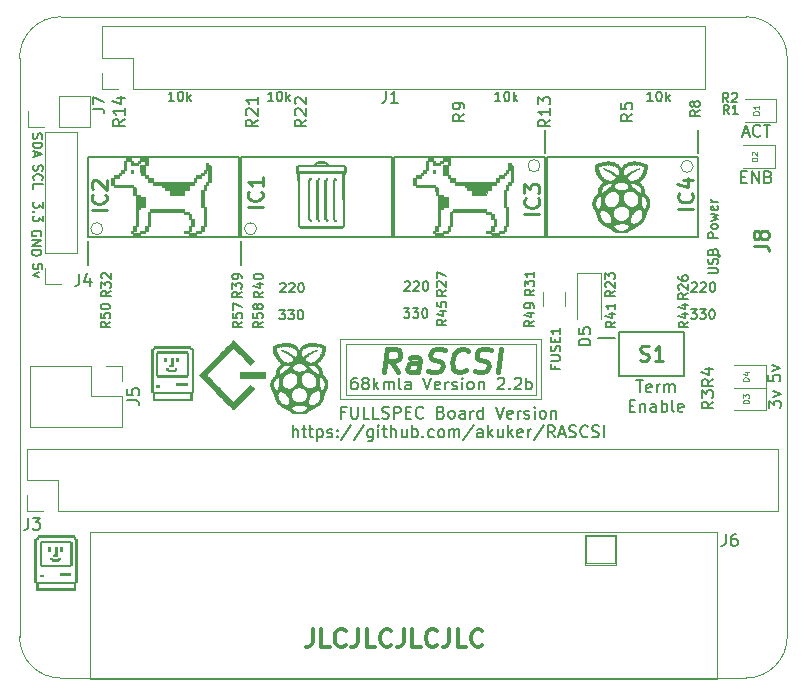
<source format=gbr>
%TF.GenerationSoftware,KiCad,Pcbnew,(5.1.4)-1*%
%TF.CreationDate,2020-08-22T19:54:55-05:00*%
%TF.ProjectId,rascsi_2p2,72617363-7369-45f3-9270-322e6b696361,rev?*%
%TF.SameCoordinates,PX59d60c0PY325aa00*%
%TF.FileFunction,Legend,Top*%
%TF.FilePolarity,Positive*%
%FSLAX46Y46*%
G04 Gerber Fmt 4.6, Leading zero omitted, Abs format (unit mm)*
G04 Created by KiCad (PCBNEW (5.1.4)-1) date 2020-08-22 19:54:55*
%MOMM*%
%LPD*%
G04 APERTURE LIST*
%ADD10C,0.300000*%
%ADD11C,0.150000*%
%ADD12C,0.120000*%
%ADD13C,0.400000*%
%ADD14C,0.050000*%
%ADD15C,0.200000*%
%ADD16C,0.010000*%
%ADD17C,0.100000*%
%ADD18C,0.254000*%
G04 APERTURE END LIST*
D10*
X105119428Y-41565071D02*
X105119428Y-42636500D01*
X105048000Y-42850785D01*
X104905142Y-42993642D01*
X104690857Y-43065071D01*
X104548000Y-43065071D01*
X106548000Y-43065071D02*
X105833714Y-43065071D01*
X105833714Y-41565071D01*
X107905142Y-42922214D02*
X107833714Y-42993642D01*
X107619428Y-43065071D01*
X107476571Y-43065071D01*
X107262285Y-42993642D01*
X107119428Y-42850785D01*
X107048000Y-42707928D01*
X106976571Y-42422214D01*
X106976571Y-42207928D01*
X107048000Y-41922214D01*
X107119428Y-41779357D01*
X107262285Y-41636500D01*
X107476571Y-41565071D01*
X107619428Y-41565071D01*
X107833714Y-41636500D01*
X107905142Y-41707928D01*
X108976571Y-41565071D02*
X108976571Y-42636500D01*
X108905142Y-42850785D01*
X108762285Y-42993642D01*
X108548000Y-43065071D01*
X108405142Y-43065071D01*
X110405142Y-43065071D02*
X109690857Y-43065071D01*
X109690857Y-41565071D01*
X111762285Y-42922214D02*
X111690857Y-42993642D01*
X111476571Y-43065071D01*
X111333714Y-43065071D01*
X111119428Y-42993642D01*
X110976571Y-42850785D01*
X110905142Y-42707928D01*
X110833714Y-42422214D01*
X110833714Y-42207928D01*
X110905142Y-41922214D01*
X110976571Y-41779357D01*
X111119428Y-41636500D01*
X111333714Y-41565071D01*
X111476571Y-41565071D01*
X111690857Y-41636500D01*
X111762285Y-41707928D01*
X112833714Y-41565071D02*
X112833714Y-42636500D01*
X112762285Y-42850785D01*
X112619428Y-42993642D01*
X112405142Y-43065071D01*
X112262285Y-43065071D01*
X114262285Y-43065071D02*
X113548000Y-43065071D01*
X113548000Y-41565071D01*
X115619428Y-42922214D02*
X115548000Y-42993642D01*
X115333714Y-43065071D01*
X115190857Y-43065071D01*
X114976571Y-42993642D01*
X114833714Y-42850785D01*
X114762285Y-42707928D01*
X114690857Y-42422214D01*
X114690857Y-42207928D01*
X114762285Y-41922214D01*
X114833714Y-41779357D01*
X114976571Y-41636500D01*
X115190857Y-41565071D01*
X115333714Y-41565071D01*
X115548000Y-41636500D01*
X115619428Y-41707928D01*
X116690857Y-41565071D02*
X116690857Y-42636500D01*
X116619428Y-42850785D01*
X116476571Y-42993642D01*
X116262285Y-43065071D01*
X116119428Y-43065071D01*
X118119428Y-43065071D02*
X117405142Y-43065071D01*
X117405142Y-41565071D01*
X119476571Y-42922214D02*
X119405142Y-42993642D01*
X119190857Y-43065071D01*
X119048000Y-43065071D01*
X118833714Y-42993642D01*
X118690857Y-42850785D01*
X118619428Y-42707928D01*
X118548000Y-42422214D01*
X118548000Y-42207928D01*
X118619428Y-41922214D01*
X118690857Y-41779357D01*
X118833714Y-41636500D01*
X119048000Y-41565071D01*
X119190857Y-41565071D01*
X119405142Y-41636500D01*
X119476571Y-41707928D01*
D11*
X111333666Y4008120D02*
X111333666Y3293834D01*
X111286047Y3150977D01*
X111190809Y3055739D01*
X111047952Y3008120D01*
X110952714Y3008120D01*
X112333666Y3008120D02*
X111762238Y3008120D01*
X112047952Y3008120D02*
X112047952Y4008120D01*
X111952714Y3865262D01*
X111857476Y3770024D01*
X111762238Y3722405D01*
X141416904Y-3262571D02*
X141750238Y-3262571D01*
X141893095Y-3786380D02*
X141416904Y-3786380D01*
X141416904Y-2786380D01*
X141893095Y-2786380D01*
X142321666Y-3786380D02*
X142321666Y-2786380D01*
X142893095Y-3786380D01*
X142893095Y-2786380D01*
X143702619Y-3262571D02*
X143845476Y-3310190D01*
X143893095Y-3357809D01*
X143940714Y-3453047D01*
X143940714Y-3595904D01*
X143893095Y-3691142D01*
X143845476Y-3738761D01*
X143750238Y-3786380D01*
X143369285Y-3786380D01*
X143369285Y-2786380D01*
X143702619Y-2786380D01*
X143797857Y-2834000D01*
X143845476Y-2881619D01*
X143893095Y-2976857D01*
X143893095Y-3072095D01*
X143845476Y-3167333D01*
X143797857Y-3214952D01*
X143702619Y-3262571D01*
X143369285Y-3262571D01*
X141535952Y436334D02*
X142012142Y436334D01*
X141440714Y150620D02*
X141774047Y1150620D01*
X142107380Y150620D01*
X143012142Y245858D02*
X142964523Y198239D01*
X142821666Y150620D01*
X142726428Y150620D01*
X142583571Y198239D01*
X142488333Y293477D01*
X142440714Y388715D01*
X142393095Y579191D01*
X142393095Y722048D01*
X142440714Y912524D01*
X142488333Y1007762D01*
X142583571Y1103000D01*
X142726428Y1150620D01*
X142821666Y1150620D01*
X142964523Y1103000D01*
X143012142Y1055381D01*
X143297857Y1150620D02*
X143869285Y1150620D01*
X143583571Y150620D02*
X143583571Y1150620D01*
X138597404Y-11436214D02*
X139245023Y-11436214D01*
X139321214Y-11398119D01*
X139359309Y-11360023D01*
X139397404Y-11283833D01*
X139397404Y-11131452D01*
X139359309Y-11055261D01*
X139321214Y-11017166D01*
X139245023Y-10979071D01*
X138597404Y-10979071D01*
X139359309Y-10636214D02*
X139397404Y-10521928D01*
X139397404Y-10331452D01*
X139359309Y-10255261D01*
X139321214Y-10217166D01*
X139245023Y-10179071D01*
X139168833Y-10179071D01*
X139092642Y-10217166D01*
X139054547Y-10255261D01*
X139016452Y-10331452D01*
X138978357Y-10483833D01*
X138940261Y-10560023D01*
X138902166Y-10598119D01*
X138825976Y-10636214D01*
X138749785Y-10636214D01*
X138673595Y-10598119D01*
X138635500Y-10560023D01*
X138597404Y-10483833D01*
X138597404Y-10293357D01*
X138635500Y-10179071D01*
X138978357Y-9569547D02*
X139016452Y-9455261D01*
X139054547Y-9417166D01*
X139130738Y-9379071D01*
X139245023Y-9379071D01*
X139321214Y-9417166D01*
X139359309Y-9455261D01*
X139397404Y-9531452D01*
X139397404Y-9836214D01*
X138597404Y-9836214D01*
X138597404Y-9569547D01*
X138635500Y-9493357D01*
X138673595Y-9455261D01*
X138749785Y-9417166D01*
X138825976Y-9417166D01*
X138902166Y-9455261D01*
X138940261Y-9493357D01*
X138978357Y-9569547D01*
X138978357Y-9836214D01*
X139397404Y-8426690D02*
X138597404Y-8426690D01*
X138597404Y-8121928D01*
X138635500Y-8045738D01*
X138673595Y-8007642D01*
X138749785Y-7969547D01*
X138864071Y-7969547D01*
X138940261Y-8007642D01*
X138978357Y-8045738D01*
X139016452Y-8121928D01*
X139016452Y-8426690D01*
X139397404Y-7512404D02*
X139359309Y-7588595D01*
X139321214Y-7626690D01*
X139245023Y-7664785D01*
X139016452Y-7664785D01*
X138940261Y-7626690D01*
X138902166Y-7588595D01*
X138864071Y-7512404D01*
X138864071Y-7398119D01*
X138902166Y-7321928D01*
X138940261Y-7283833D01*
X139016452Y-7245738D01*
X139245023Y-7245738D01*
X139321214Y-7283833D01*
X139359309Y-7321928D01*
X139397404Y-7398119D01*
X139397404Y-7512404D01*
X138864071Y-6979071D02*
X139397404Y-6826690D01*
X139016452Y-6674309D01*
X139397404Y-6521928D01*
X138864071Y-6369547D01*
X139359309Y-5760023D02*
X139397404Y-5836214D01*
X139397404Y-5988595D01*
X139359309Y-6064785D01*
X139283119Y-6102880D01*
X138978357Y-6102880D01*
X138902166Y-6064785D01*
X138864071Y-5988595D01*
X138864071Y-5836214D01*
X138902166Y-5760023D01*
X138978357Y-5721928D01*
X139054547Y-5721928D01*
X139130738Y-6102880D01*
X139397404Y-5379071D02*
X138864071Y-5379071D01*
X139016452Y-5379071D02*
X138940261Y-5340976D01*
X138902166Y-5302880D01*
X138864071Y-5226690D01*
X138864071Y-5150500D01*
X140099166Y-33520380D02*
X140099166Y-34234666D01*
X140051547Y-34377523D01*
X139956309Y-34472761D01*
X139813452Y-34520380D01*
X139718214Y-34520380D01*
X141003928Y-33520380D02*
X140813452Y-33520380D01*
X140718214Y-33568000D01*
X140670595Y-33615619D01*
X140575357Y-33758476D01*
X140527738Y-33948952D01*
X140527738Y-34329904D01*
X140575357Y-34425142D01*
X140622976Y-34472761D01*
X140718214Y-34520380D01*
X140908690Y-34520380D01*
X141003928Y-34472761D01*
X141051547Y-34425142D01*
X141099166Y-34329904D01*
X141099166Y-34091809D01*
X141051547Y-33996571D01*
X141003928Y-33948952D01*
X140908690Y-33901333D01*
X140718214Y-33901333D01*
X140622976Y-33948952D01*
X140575357Y-33996571D01*
X140527738Y-34091809D01*
D12*
X137324953Y-2381500D02*
G75*
G03X137324953Y-2381500I-511953J0D01*
G01*
X124370953Y-2318000D02*
G75*
G03X124370953Y-2318000I-511953J0D01*
G01*
D11*
X143758380Y-22844285D02*
X143758380Y-22225238D01*
X144139333Y-22558571D01*
X144139333Y-22415714D01*
X144186952Y-22320476D01*
X144234571Y-22272857D01*
X144329809Y-22225238D01*
X144567904Y-22225238D01*
X144663142Y-22272857D01*
X144710761Y-22320476D01*
X144758380Y-22415714D01*
X144758380Y-22701428D01*
X144710761Y-22796666D01*
X144663142Y-22844285D01*
X144091714Y-21891904D02*
X144758380Y-21653809D01*
X144091714Y-21415714D01*
X143694880Y-20050357D02*
X143694880Y-20526547D01*
X144171071Y-20574166D01*
X144123452Y-20526547D01*
X144075833Y-20431309D01*
X144075833Y-20193214D01*
X144123452Y-20097976D01*
X144171071Y-20050357D01*
X144266309Y-20002738D01*
X144504404Y-20002738D01*
X144599642Y-20050357D01*
X144647261Y-20097976D01*
X144694880Y-20193214D01*
X144694880Y-20431309D01*
X144647261Y-20526547D01*
X144599642Y-20574166D01*
X144028214Y-19669404D02*
X144694880Y-19431309D01*
X144028214Y-19193214D01*
X103453333Y-25312880D02*
X103453333Y-24312880D01*
X103881904Y-25312880D02*
X103881904Y-24789071D01*
X103834285Y-24693833D01*
X103739047Y-24646214D01*
X103596190Y-24646214D01*
X103500952Y-24693833D01*
X103453333Y-24741452D01*
X104215238Y-24646214D02*
X104596190Y-24646214D01*
X104358095Y-24312880D02*
X104358095Y-25170023D01*
X104405714Y-25265261D01*
X104500952Y-25312880D01*
X104596190Y-25312880D01*
X104786666Y-24646214D02*
X105167619Y-24646214D01*
X104929523Y-24312880D02*
X104929523Y-25170023D01*
X104977142Y-25265261D01*
X105072380Y-25312880D01*
X105167619Y-25312880D01*
X105500952Y-24646214D02*
X105500952Y-25646214D01*
X105500952Y-24693833D02*
X105596190Y-24646214D01*
X105786666Y-24646214D01*
X105881904Y-24693833D01*
X105929523Y-24741452D01*
X105977142Y-24836690D01*
X105977142Y-25122404D01*
X105929523Y-25217642D01*
X105881904Y-25265261D01*
X105786666Y-25312880D01*
X105596190Y-25312880D01*
X105500952Y-25265261D01*
X106358095Y-25265261D02*
X106453333Y-25312880D01*
X106643809Y-25312880D01*
X106739047Y-25265261D01*
X106786666Y-25170023D01*
X106786666Y-25122404D01*
X106739047Y-25027166D01*
X106643809Y-24979547D01*
X106500952Y-24979547D01*
X106405714Y-24931928D01*
X106358095Y-24836690D01*
X106358095Y-24789071D01*
X106405714Y-24693833D01*
X106500952Y-24646214D01*
X106643809Y-24646214D01*
X106739047Y-24693833D01*
X107215238Y-25217642D02*
X107262857Y-25265261D01*
X107215238Y-25312880D01*
X107167619Y-25265261D01*
X107215238Y-25217642D01*
X107215238Y-25312880D01*
X107215238Y-24693833D02*
X107262857Y-24741452D01*
X107215238Y-24789071D01*
X107167619Y-24741452D01*
X107215238Y-24693833D01*
X107215238Y-24789071D01*
X108405714Y-24265261D02*
X107548571Y-25550976D01*
X109453333Y-24265261D02*
X108596190Y-25550976D01*
X110215238Y-24646214D02*
X110215238Y-25455738D01*
X110167619Y-25550976D01*
X110120000Y-25598595D01*
X110024761Y-25646214D01*
X109881904Y-25646214D01*
X109786666Y-25598595D01*
X110215238Y-25265261D02*
X110120000Y-25312880D01*
X109929523Y-25312880D01*
X109834285Y-25265261D01*
X109786666Y-25217642D01*
X109739047Y-25122404D01*
X109739047Y-24836690D01*
X109786666Y-24741452D01*
X109834285Y-24693833D01*
X109929523Y-24646214D01*
X110120000Y-24646214D01*
X110215238Y-24693833D01*
X110691428Y-25312880D02*
X110691428Y-24646214D01*
X110691428Y-24312880D02*
X110643809Y-24360500D01*
X110691428Y-24408119D01*
X110739047Y-24360500D01*
X110691428Y-24312880D01*
X110691428Y-24408119D01*
X111024761Y-24646214D02*
X111405714Y-24646214D01*
X111167619Y-24312880D02*
X111167619Y-25170023D01*
X111215238Y-25265261D01*
X111310476Y-25312880D01*
X111405714Y-25312880D01*
X111739047Y-25312880D02*
X111739047Y-24312880D01*
X112167619Y-25312880D02*
X112167619Y-24789071D01*
X112120000Y-24693833D01*
X112024761Y-24646214D01*
X111881904Y-24646214D01*
X111786666Y-24693833D01*
X111739047Y-24741452D01*
X113072380Y-24646214D02*
X113072380Y-25312880D01*
X112643809Y-24646214D02*
X112643809Y-25170023D01*
X112691428Y-25265261D01*
X112786666Y-25312880D01*
X112929523Y-25312880D01*
X113024761Y-25265261D01*
X113072380Y-25217642D01*
X113548571Y-25312880D02*
X113548571Y-24312880D01*
X113548571Y-24693833D02*
X113643809Y-24646214D01*
X113834285Y-24646214D01*
X113929523Y-24693833D01*
X113977142Y-24741452D01*
X114024761Y-24836690D01*
X114024761Y-25122404D01*
X113977142Y-25217642D01*
X113929523Y-25265261D01*
X113834285Y-25312880D01*
X113643809Y-25312880D01*
X113548571Y-25265261D01*
X114453333Y-25217642D02*
X114500952Y-25265261D01*
X114453333Y-25312880D01*
X114405714Y-25265261D01*
X114453333Y-25217642D01*
X114453333Y-25312880D01*
X115358095Y-25265261D02*
X115262857Y-25312880D01*
X115072380Y-25312880D01*
X114977142Y-25265261D01*
X114929523Y-25217642D01*
X114881904Y-25122404D01*
X114881904Y-24836690D01*
X114929523Y-24741452D01*
X114977142Y-24693833D01*
X115072380Y-24646214D01*
X115262857Y-24646214D01*
X115358095Y-24693833D01*
X115929523Y-25312880D02*
X115834285Y-25265261D01*
X115786666Y-25217642D01*
X115739047Y-25122404D01*
X115739047Y-24836690D01*
X115786666Y-24741452D01*
X115834285Y-24693833D01*
X115929523Y-24646214D01*
X116072380Y-24646214D01*
X116167619Y-24693833D01*
X116215238Y-24741452D01*
X116262857Y-24836690D01*
X116262857Y-25122404D01*
X116215238Y-25217642D01*
X116167619Y-25265261D01*
X116072380Y-25312880D01*
X115929523Y-25312880D01*
X116691428Y-25312880D02*
X116691428Y-24646214D01*
X116691428Y-24741452D02*
X116739047Y-24693833D01*
X116834285Y-24646214D01*
X116977142Y-24646214D01*
X117072380Y-24693833D01*
X117120000Y-24789071D01*
X117120000Y-25312880D01*
X117120000Y-24789071D02*
X117167619Y-24693833D01*
X117262857Y-24646214D01*
X117405714Y-24646214D01*
X117500952Y-24693833D01*
X117548571Y-24789071D01*
X117548571Y-25312880D01*
X118739047Y-24265261D02*
X117881904Y-25550976D01*
X119500952Y-25312880D02*
X119500952Y-24789071D01*
X119453333Y-24693833D01*
X119358095Y-24646214D01*
X119167619Y-24646214D01*
X119072380Y-24693833D01*
X119500952Y-25265261D02*
X119405714Y-25312880D01*
X119167619Y-25312880D01*
X119072380Y-25265261D01*
X119024761Y-25170023D01*
X119024761Y-25074785D01*
X119072380Y-24979547D01*
X119167619Y-24931928D01*
X119405714Y-24931928D01*
X119500952Y-24884309D01*
X119977142Y-25312880D02*
X119977142Y-24312880D01*
X120072380Y-24931928D02*
X120358095Y-25312880D01*
X120358095Y-24646214D02*
X119977142Y-25027166D01*
X121215238Y-24646214D02*
X121215238Y-25312880D01*
X120786666Y-24646214D02*
X120786666Y-25170023D01*
X120834285Y-25265261D01*
X120929523Y-25312880D01*
X121072380Y-25312880D01*
X121167619Y-25265261D01*
X121215238Y-25217642D01*
X121691428Y-25312880D02*
X121691428Y-24312880D01*
X121786666Y-24931928D02*
X122072380Y-25312880D01*
X122072380Y-24646214D02*
X121691428Y-25027166D01*
X122881904Y-25265261D02*
X122786666Y-25312880D01*
X122596190Y-25312880D01*
X122500952Y-25265261D01*
X122453333Y-25170023D01*
X122453333Y-24789071D01*
X122500952Y-24693833D01*
X122596190Y-24646214D01*
X122786666Y-24646214D01*
X122881904Y-24693833D01*
X122929523Y-24789071D01*
X122929523Y-24884309D01*
X122453333Y-24979547D01*
X123358095Y-25312880D02*
X123358095Y-24646214D01*
X123358095Y-24836690D02*
X123405714Y-24741452D01*
X123453333Y-24693833D01*
X123548571Y-24646214D01*
X123643809Y-24646214D01*
X124691428Y-24265261D02*
X123834285Y-25550976D01*
X125596190Y-25312880D02*
X125262857Y-24836690D01*
X125024761Y-25312880D02*
X125024761Y-24312880D01*
X125405714Y-24312880D01*
X125500952Y-24360500D01*
X125548571Y-24408119D01*
X125596190Y-24503357D01*
X125596190Y-24646214D01*
X125548571Y-24741452D01*
X125500952Y-24789071D01*
X125405714Y-24836690D01*
X125024761Y-24836690D01*
X125977142Y-25027166D02*
X126453333Y-25027166D01*
X125881904Y-25312880D02*
X126215238Y-24312880D01*
X126548571Y-25312880D01*
X126834285Y-25265261D02*
X126977142Y-25312880D01*
X127215238Y-25312880D01*
X127310476Y-25265261D01*
X127358095Y-25217642D01*
X127405714Y-25122404D01*
X127405714Y-25027166D01*
X127358095Y-24931928D01*
X127310476Y-24884309D01*
X127215238Y-24836690D01*
X127024761Y-24789071D01*
X126929523Y-24741452D01*
X126881904Y-24693833D01*
X126834285Y-24598595D01*
X126834285Y-24503357D01*
X126881904Y-24408119D01*
X126929523Y-24360500D01*
X127024761Y-24312880D01*
X127262857Y-24312880D01*
X127405714Y-24360500D01*
X128405714Y-25217642D02*
X128358095Y-25265261D01*
X128215238Y-25312880D01*
X128120000Y-25312880D01*
X127977142Y-25265261D01*
X127881904Y-25170023D01*
X127834285Y-25074785D01*
X127786666Y-24884309D01*
X127786666Y-24741452D01*
X127834285Y-24550976D01*
X127881904Y-24455738D01*
X127977142Y-24360500D01*
X128120000Y-24312880D01*
X128215238Y-24312880D01*
X128358095Y-24360500D01*
X128405714Y-24408119D01*
X128786666Y-25265261D02*
X128929523Y-25312880D01*
X129167619Y-25312880D01*
X129262857Y-25265261D01*
X129310476Y-25217642D01*
X129358095Y-25122404D01*
X129358095Y-25027166D01*
X129310476Y-24931928D01*
X129262857Y-24884309D01*
X129167619Y-24836690D01*
X128977142Y-24789071D01*
X128881904Y-24741452D01*
X128834285Y-24693833D01*
X128786666Y-24598595D01*
X128786666Y-24503357D01*
X128834285Y-24408119D01*
X128881904Y-24360500D01*
X128977142Y-24312880D01*
X129215238Y-24312880D01*
X129358095Y-24360500D01*
X129786666Y-25312880D02*
X129786666Y-24312880D01*
X112822828Y-14402104D02*
X113318066Y-14402104D01*
X113051400Y-14706866D01*
X113165685Y-14706866D01*
X113241876Y-14744961D01*
X113279971Y-14783057D01*
X113318066Y-14859247D01*
X113318066Y-15049723D01*
X113279971Y-15125914D01*
X113241876Y-15164009D01*
X113165685Y-15202104D01*
X112937114Y-15202104D01*
X112860923Y-15164009D01*
X112822828Y-15125914D01*
X113584733Y-14402104D02*
X114079971Y-14402104D01*
X113813304Y-14706866D01*
X113927590Y-14706866D01*
X114003780Y-14744961D01*
X114041876Y-14783057D01*
X114079971Y-14859247D01*
X114079971Y-15049723D01*
X114041876Y-15125914D01*
X114003780Y-15164009D01*
X113927590Y-15202104D01*
X113699019Y-15202104D01*
X113622828Y-15164009D01*
X113584733Y-15125914D01*
X114575209Y-14402104D02*
X114651400Y-14402104D01*
X114727590Y-14440200D01*
X114765685Y-14478295D01*
X114803780Y-14554485D01*
X114841876Y-14706866D01*
X114841876Y-14897342D01*
X114803780Y-15049723D01*
X114765685Y-15125914D01*
X114727590Y-15164009D01*
X114651400Y-15202104D01*
X114575209Y-15202104D01*
X114499019Y-15164009D01*
X114460923Y-15125914D01*
X114422828Y-15049723D01*
X114384733Y-14897342D01*
X114384733Y-14706866D01*
X114422828Y-14554485D01*
X114460923Y-14478295D01*
X114499019Y-14440200D01*
X114575209Y-14402104D01*
X112911723Y-12192295D02*
X112949819Y-12154200D01*
X113026009Y-12116104D01*
X113216485Y-12116104D01*
X113292676Y-12154200D01*
X113330771Y-12192295D01*
X113368866Y-12268485D01*
X113368866Y-12344676D01*
X113330771Y-12458961D01*
X112873628Y-12916104D01*
X113368866Y-12916104D01*
X113673628Y-12192295D02*
X113711723Y-12154200D01*
X113787914Y-12116104D01*
X113978390Y-12116104D01*
X114054580Y-12154200D01*
X114092676Y-12192295D01*
X114130771Y-12268485D01*
X114130771Y-12344676D01*
X114092676Y-12458961D01*
X113635533Y-12916104D01*
X114130771Y-12916104D01*
X114626009Y-12116104D02*
X114702200Y-12116104D01*
X114778390Y-12154200D01*
X114816485Y-12192295D01*
X114854580Y-12268485D01*
X114892676Y-12420866D01*
X114892676Y-12611342D01*
X114854580Y-12763723D01*
X114816485Y-12839914D01*
X114778390Y-12878009D01*
X114702200Y-12916104D01*
X114626009Y-12916104D01*
X114549819Y-12878009D01*
X114511723Y-12839914D01*
X114473628Y-12763723D01*
X114435533Y-12611342D01*
X114435533Y-12420866D01*
X114473628Y-12268485D01*
X114511723Y-12192295D01*
X114549819Y-12154200D01*
X114626009Y-12116104D01*
D12*
X89950000Y6826000D02*
X87283000Y6826000D01*
X89950000Y4159000D02*
X89950000Y6826000D01*
X138337000Y4159000D02*
X89950000Y4159000D01*
X138337000Y9493000D02*
X138337000Y4159000D01*
X87283000Y9493000D02*
X138337000Y9493000D01*
X87283000Y6826000D02*
X87283000Y9493000D01*
X87283000Y4159000D02*
X87283000Y5556000D01*
X88680000Y4159000D02*
X87283000Y4159000D01*
X128304000Y-35973000D02*
X128304000Y-33687000D01*
X130717000Y-35973000D02*
X128304000Y-35973000D01*
X130717000Y-33687000D02*
X130717000Y-35973000D01*
X128304000Y-33687000D02*
X130717000Y-33687000D01*
X128177000Y-36100000D02*
X128177000Y-33560000D01*
X130844000Y-36100000D02*
X128177000Y-36100000D01*
X130844000Y-33560000D02*
X130844000Y-36100000D01*
X128177000Y-33560000D02*
X130844000Y-33560000D01*
X139353000Y-33306000D02*
X86267000Y-33306000D01*
X139353000Y-45752000D02*
X139353000Y-33306000D01*
X86267000Y-45752000D02*
X139353000Y-45752000D01*
X86267000Y-33306000D02*
X86267000Y-45752000D01*
D11*
X133923809Y3162096D02*
X133466666Y3162096D01*
X133695238Y3162096D02*
X133695238Y3962096D01*
X133619047Y3847810D01*
X133542857Y3771620D01*
X133466666Y3733524D01*
X134419047Y3962096D02*
X134495238Y3962096D01*
X134571428Y3924000D01*
X134609523Y3885905D01*
X134647619Y3809715D01*
X134685714Y3657334D01*
X134685714Y3466858D01*
X134647619Y3314477D01*
X134609523Y3238286D01*
X134571428Y3200191D01*
X134495238Y3162096D01*
X134419047Y3162096D01*
X134342857Y3200191D01*
X134304761Y3238286D01*
X134266666Y3314477D01*
X134228571Y3466858D01*
X134228571Y3657334D01*
X134266666Y3809715D01*
X134304761Y3885905D01*
X134342857Y3924000D01*
X134419047Y3962096D01*
X135028571Y3162096D02*
X135028571Y3962096D01*
X135104761Y3466858D02*
X135333333Y3162096D01*
X135333333Y3695429D02*
X135028571Y3390667D01*
X121020609Y3162096D02*
X120563466Y3162096D01*
X120792038Y3162096D02*
X120792038Y3962096D01*
X120715847Y3847810D01*
X120639657Y3771620D01*
X120563466Y3733524D01*
X121515847Y3962096D02*
X121592038Y3962096D01*
X121668228Y3924000D01*
X121706323Y3885905D01*
X121744419Y3809715D01*
X121782514Y3657334D01*
X121782514Y3466858D01*
X121744419Y3314477D01*
X121706323Y3238286D01*
X121668228Y3200191D01*
X121592038Y3162096D01*
X121515847Y3162096D01*
X121439657Y3200191D01*
X121401561Y3238286D01*
X121363466Y3314477D01*
X121325371Y3466858D01*
X121325371Y3657334D01*
X121363466Y3809715D01*
X121401561Y3885905D01*
X121439657Y3924000D01*
X121515847Y3962096D01*
X122125371Y3162096D02*
X122125371Y3962096D01*
X122201561Y3466858D02*
X122430133Y3162096D01*
X122430133Y3695429D02*
X122125371Y3390667D01*
X101792809Y3162096D02*
X101335666Y3162096D01*
X101564238Y3162096D02*
X101564238Y3962096D01*
X101488047Y3847810D01*
X101411857Y3771620D01*
X101335666Y3733524D01*
X102288047Y3962096D02*
X102364238Y3962096D01*
X102440428Y3924000D01*
X102478523Y3885905D01*
X102516619Y3809715D01*
X102554714Y3657334D01*
X102554714Y3466858D01*
X102516619Y3314477D01*
X102478523Y3238286D01*
X102440428Y3200191D01*
X102364238Y3162096D01*
X102288047Y3162096D01*
X102211857Y3200191D01*
X102173761Y3238286D01*
X102135666Y3314477D01*
X102097571Y3466858D01*
X102097571Y3657334D01*
X102135666Y3809715D01*
X102173761Y3885905D01*
X102211857Y3924000D01*
X102288047Y3962096D01*
X102897571Y3162096D02*
X102897571Y3962096D01*
X102973761Y3466858D02*
X103202333Y3162096D01*
X103202333Y3695429D02*
X102897571Y3390667D01*
X81447390Y431429D02*
X81409295Y317143D01*
X81409295Y126667D01*
X81447390Y50477D01*
X81485485Y12381D01*
X81561676Y-25714D01*
X81637866Y-25714D01*
X81714057Y12381D01*
X81752152Y50477D01*
X81790247Y126667D01*
X81828342Y279048D01*
X81866438Y355239D01*
X81904533Y393334D01*
X81980723Y431429D01*
X82056914Y431429D01*
X82133104Y393334D01*
X82171200Y355239D01*
X82209295Y279048D01*
X82209295Y88572D01*
X82171200Y-25714D01*
X81409295Y-368571D02*
X82209295Y-368571D01*
X82209295Y-559047D01*
X82171200Y-673333D01*
X82095009Y-749523D01*
X82018819Y-787619D01*
X81866438Y-825714D01*
X81752152Y-825714D01*
X81599771Y-787619D01*
X81523580Y-749523D01*
X81447390Y-673333D01*
X81409295Y-559047D01*
X81409295Y-368571D01*
X81637866Y-1130476D02*
X81637866Y-1511428D01*
X81409295Y-1054285D02*
X82209295Y-1320952D01*
X81409295Y-1587619D01*
X81498190Y-2280019D02*
X81460095Y-2394304D01*
X81460095Y-2584780D01*
X81498190Y-2660971D01*
X81536285Y-2699066D01*
X81612476Y-2737161D01*
X81688666Y-2737161D01*
X81764857Y-2699066D01*
X81802952Y-2660971D01*
X81841047Y-2584780D01*
X81879142Y-2432400D01*
X81917238Y-2356209D01*
X81955333Y-2318114D01*
X82031523Y-2280019D01*
X82107714Y-2280019D01*
X82183904Y-2318114D01*
X82222000Y-2356209D01*
X82260095Y-2432400D01*
X82260095Y-2622876D01*
X82222000Y-2737161D01*
X81536285Y-3537161D02*
X81498190Y-3499066D01*
X81460095Y-3384780D01*
X81460095Y-3308590D01*
X81498190Y-3194304D01*
X81574380Y-3118114D01*
X81650571Y-3080019D01*
X81802952Y-3041923D01*
X81917238Y-3041923D01*
X82069619Y-3080019D01*
X82145809Y-3118114D01*
X82222000Y-3194304D01*
X82260095Y-3308590D01*
X82260095Y-3384780D01*
X82222000Y-3499066D01*
X82183904Y-3537161D01*
X81460095Y-4260971D02*
X81460095Y-3880019D01*
X82260095Y-3880019D01*
X82260095Y-5391504D02*
X82260095Y-5886742D01*
X81955333Y-5620076D01*
X81955333Y-5734361D01*
X81917238Y-5810552D01*
X81879142Y-5848647D01*
X81802952Y-5886742D01*
X81612476Y-5886742D01*
X81536285Y-5848647D01*
X81498190Y-5810552D01*
X81460095Y-5734361D01*
X81460095Y-5505790D01*
X81498190Y-5429600D01*
X81536285Y-5391504D01*
X81536285Y-6229600D02*
X81498190Y-6267695D01*
X81460095Y-6229600D01*
X81498190Y-6191504D01*
X81536285Y-6229600D01*
X81460095Y-6229600D01*
X82260095Y-6534361D02*
X82260095Y-7029600D01*
X81955333Y-6762933D01*
X81955333Y-6877219D01*
X81917238Y-6953409D01*
X81879142Y-6991504D01*
X81802952Y-7029600D01*
X81612476Y-7029600D01*
X81536285Y-6991504D01*
X81498190Y-6953409D01*
X81460095Y-6877219D01*
X81460095Y-6648647D01*
X81498190Y-6572457D01*
X81536285Y-6534361D01*
X82120400Y-8261676D02*
X82158495Y-8185485D01*
X82158495Y-8071200D01*
X82120400Y-7956914D01*
X82044209Y-7880723D01*
X81968019Y-7842628D01*
X81815638Y-7804533D01*
X81701352Y-7804533D01*
X81548971Y-7842628D01*
X81472780Y-7880723D01*
X81396590Y-7956914D01*
X81358495Y-8071200D01*
X81358495Y-8147390D01*
X81396590Y-8261676D01*
X81434685Y-8299771D01*
X81701352Y-8299771D01*
X81701352Y-8147390D01*
X81358495Y-8642628D02*
X82158495Y-8642628D01*
X81358495Y-9099771D01*
X82158495Y-9099771D01*
X81358495Y-9480723D02*
X82158495Y-9480723D01*
X82158495Y-9671200D01*
X82120400Y-9785485D01*
X82044209Y-9861676D01*
X81968019Y-9899771D01*
X81815638Y-9937866D01*
X81701352Y-9937866D01*
X81548971Y-9899771D01*
X81472780Y-9861676D01*
X81396590Y-9785485D01*
X81358495Y-9671200D01*
X81358495Y-9480723D01*
X82209295Y-11042914D02*
X82209295Y-10661961D01*
X81828342Y-10623866D01*
X81866438Y-10661961D01*
X81904533Y-10738152D01*
X81904533Y-10928628D01*
X81866438Y-11004819D01*
X81828342Y-11042914D01*
X81752152Y-11081009D01*
X81561676Y-11081009D01*
X81485485Y-11042914D01*
X81447390Y-11004819D01*
X81409295Y-10928628D01*
X81409295Y-10738152D01*
X81447390Y-10661961D01*
X81485485Y-10623866D01*
X81942628Y-11347676D02*
X81409295Y-11538152D01*
X81942628Y-11728628D01*
X102370723Y-12319295D02*
X102408819Y-12281200D01*
X102485009Y-12243104D01*
X102675485Y-12243104D01*
X102751676Y-12281200D01*
X102789771Y-12319295D01*
X102827866Y-12395485D01*
X102827866Y-12471676D01*
X102789771Y-12585961D01*
X102332628Y-13043104D01*
X102827866Y-13043104D01*
X103132628Y-12319295D02*
X103170723Y-12281200D01*
X103246914Y-12243104D01*
X103437390Y-12243104D01*
X103513580Y-12281200D01*
X103551676Y-12319295D01*
X103589771Y-12395485D01*
X103589771Y-12471676D01*
X103551676Y-12585961D01*
X103094533Y-13043104D01*
X103589771Y-13043104D01*
X104085009Y-12243104D02*
X104161200Y-12243104D01*
X104237390Y-12281200D01*
X104275485Y-12319295D01*
X104313580Y-12395485D01*
X104351676Y-12547866D01*
X104351676Y-12738342D01*
X104313580Y-12890723D01*
X104275485Y-12966914D01*
X104237390Y-13005009D01*
X104161200Y-13043104D01*
X104085009Y-13043104D01*
X104008819Y-13005009D01*
X103970723Y-12966914D01*
X103932628Y-12890723D01*
X103894533Y-12738342D01*
X103894533Y-12547866D01*
X103932628Y-12395485D01*
X103970723Y-12319295D01*
X104008819Y-12281200D01*
X104085009Y-12243104D01*
X102281828Y-14529104D02*
X102777066Y-14529104D01*
X102510400Y-14833866D01*
X102624685Y-14833866D01*
X102700876Y-14871961D01*
X102738971Y-14910057D01*
X102777066Y-14986247D01*
X102777066Y-15176723D01*
X102738971Y-15252914D01*
X102700876Y-15291009D01*
X102624685Y-15329104D01*
X102396114Y-15329104D01*
X102319923Y-15291009D01*
X102281828Y-15252914D01*
X103043733Y-14529104D02*
X103538971Y-14529104D01*
X103272304Y-14833866D01*
X103386590Y-14833866D01*
X103462780Y-14871961D01*
X103500876Y-14910057D01*
X103538971Y-14986247D01*
X103538971Y-15176723D01*
X103500876Y-15252914D01*
X103462780Y-15291009D01*
X103386590Y-15329104D01*
X103158019Y-15329104D01*
X103081828Y-15291009D01*
X103043733Y-15252914D01*
X104034209Y-14529104D02*
X104110400Y-14529104D01*
X104186590Y-14567200D01*
X104224685Y-14605295D01*
X104262780Y-14681485D01*
X104300876Y-14833866D01*
X104300876Y-15024342D01*
X104262780Y-15176723D01*
X104224685Y-15252914D01*
X104186590Y-15291009D01*
X104110400Y-15329104D01*
X104034209Y-15329104D01*
X103958019Y-15291009D01*
X103919923Y-15252914D01*
X103881828Y-15176723D01*
X103843733Y-15024342D01*
X103843733Y-14833866D01*
X103881828Y-14681485D01*
X103919923Y-14605295D01*
X103958019Y-14567200D01*
X104034209Y-14529104D01*
X137130628Y-14478304D02*
X137625866Y-14478304D01*
X137359200Y-14783066D01*
X137473485Y-14783066D01*
X137549676Y-14821161D01*
X137587771Y-14859257D01*
X137625866Y-14935447D01*
X137625866Y-15125923D01*
X137587771Y-15202114D01*
X137549676Y-15240209D01*
X137473485Y-15278304D01*
X137244914Y-15278304D01*
X137168723Y-15240209D01*
X137130628Y-15202114D01*
X137892533Y-14478304D02*
X138387771Y-14478304D01*
X138121104Y-14783066D01*
X138235390Y-14783066D01*
X138311580Y-14821161D01*
X138349676Y-14859257D01*
X138387771Y-14935447D01*
X138387771Y-15125923D01*
X138349676Y-15202114D01*
X138311580Y-15240209D01*
X138235390Y-15278304D01*
X138006819Y-15278304D01*
X137930628Y-15240209D01*
X137892533Y-15202114D01*
X138883009Y-14478304D02*
X138959200Y-14478304D01*
X139035390Y-14516400D01*
X139073485Y-14554495D01*
X139111580Y-14630685D01*
X139149676Y-14783066D01*
X139149676Y-14973542D01*
X139111580Y-15125923D01*
X139073485Y-15202114D01*
X139035390Y-15240209D01*
X138959200Y-15278304D01*
X138883009Y-15278304D01*
X138806819Y-15240209D01*
X138768723Y-15202114D01*
X138730628Y-15125923D01*
X138692533Y-14973542D01*
X138692533Y-14783066D01*
X138730628Y-14630685D01*
X138768723Y-14554495D01*
X138806819Y-14516400D01*
X138883009Y-14478304D01*
X137219523Y-12268495D02*
X137257619Y-12230400D01*
X137333809Y-12192304D01*
X137524285Y-12192304D01*
X137600476Y-12230400D01*
X137638571Y-12268495D01*
X137676666Y-12344685D01*
X137676666Y-12420876D01*
X137638571Y-12535161D01*
X137181428Y-12992304D01*
X137676666Y-12992304D01*
X137981428Y-12268495D02*
X138019523Y-12230400D01*
X138095714Y-12192304D01*
X138286190Y-12192304D01*
X138362380Y-12230400D01*
X138400476Y-12268495D01*
X138438571Y-12344685D01*
X138438571Y-12420876D01*
X138400476Y-12535161D01*
X137943333Y-12992304D01*
X138438571Y-12992304D01*
X138933809Y-12192304D02*
X139010000Y-12192304D01*
X139086190Y-12230400D01*
X139124285Y-12268495D01*
X139162380Y-12344685D01*
X139200476Y-12497066D01*
X139200476Y-12687542D01*
X139162380Y-12839923D01*
X139124285Y-12916114D01*
X139086190Y-12954209D01*
X139010000Y-12992304D01*
X138933809Y-12992304D01*
X138857619Y-12954209D01*
X138819523Y-12916114D01*
X138781428Y-12839923D01*
X138743333Y-12687542D01*
X138743333Y-12497066D01*
X138781428Y-12344685D01*
X138819523Y-12268495D01*
X138857619Y-12230400D01*
X138933809Y-12192304D01*
X93385409Y3162096D02*
X92928266Y3162096D01*
X93156838Y3162096D02*
X93156838Y3962096D01*
X93080647Y3847810D01*
X93004457Y3771620D01*
X92928266Y3733524D01*
X93880647Y3962096D02*
X93956838Y3962096D01*
X94033028Y3924000D01*
X94071123Y3885905D01*
X94109219Y3809715D01*
X94147314Y3657334D01*
X94147314Y3466858D01*
X94109219Y3314477D01*
X94071123Y3238286D01*
X94033028Y3200191D01*
X93956838Y3162096D01*
X93880647Y3162096D01*
X93804457Y3200191D01*
X93766361Y3238286D01*
X93728266Y3314477D01*
X93690171Y3466858D01*
X93690171Y3657334D01*
X93728266Y3809715D01*
X93766361Y3885905D01*
X93804457Y3924000D01*
X93880647Y3962096D01*
X94490171Y3162096D02*
X94490171Y3962096D01*
X94566361Y3466858D02*
X94794933Y3162096D01*
X94794933Y3695429D02*
X94490171Y3390667D01*
X107858095Y-23201571D02*
X107524761Y-23201571D01*
X107524761Y-23725380D02*
X107524761Y-22725380D01*
X108000952Y-22725380D01*
X108381904Y-22725380D02*
X108381904Y-23534904D01*
X108429523Y-23630142D01*
X108477142Y-23677761D01*
X108572380Y-23725380D01*
X108762857Y-23725380D01*
X108858095Y-23677761D01*
X108905714Y-23630142D01*
X108953333Y-23534904D01*
X108953333Y-22725380D01*
X109905714Y-23725380D02*
X109429523Y-23725380D01*
X109429523Y-22725380D01*
X110715238Y-23725380D02*
X110239047Y-23725380D01*
X110239047Y-22725380D01*
X111000952Y-23677761D02*
X111143809Y-23725380D01*
X111381904Y-23725380D01*
X111477142Y-23677761D01*
X111524761Y-23630142D01*
X111572380Y-23534904D01*
X111572380Y-23439666D01*
X111524761Y-23344428D01*
X111477142Y-23296809D01*
X111381904Y-23249190D01*
X111191428Y-23201571D01*
X111096190Y-23153952D01*
X111048571Y-23106333D01*
X111000952Y-23011095D01*
X111000952Y-22915857D01*
X111048571Y-22820619D01*
X111096190Y-22773000D01*
X111191428Y-22725380D01*
X111429523Y-22725380D01*
X111572380Y-22773000D01*
X112000952Y-23725380D02*
X112000952Y-22725380D01*
X112381904Y-22725380D01*
X112477142Y-22773000D01*
X112524761Y-22820619D01*
X112572380Y-22915857D01*
X112572380Y-23058714D01*
X112524761Y-23153952D01*
X112477142Y-23201571D01*
X112381904Y-23249190D01*
X112000952Y-23249190D01*
X113000952Y-23201571D02*
X113334285Y-23201571D01*
X113477142Y-23725380D02*
X113000952Y-23725380D01*
X113000952Y-22725380D01*
X113477142Y-22725380D01*
X114477142Y-23630142D02*
X114429523Y-23677761D01*
X114286666Y-23725380D01*
X114191428Y-23725380D01*
X114048571Y-23677761D01*
X113953333Y-23582523D01*
X113905714Y-23487285D01*
X113858095Y-23296809D01*
X113858095Y-23153952D01*
X113905714Y-22963476D01*
X113953333Y-22868238D01*
X114048571Y-22773000D01*
X114191428Y-22725380D01*
X114286666Y-22725380D01*
X114429523Y-22773000D01*
X114477142Y-22820619D01*
X116000952Y-23201571D02*
X116143809Y-23249190D01*
X116191428Y-23296809D01*
X116239047Y-23392047D01*
X116239047Y-23534904D01*
X116191428Y-23630142D01*
X116143809Y-23677761D01*
X116048571Y-23725380D01*
X115667619Y-23725380D01*
X115667619Y-22725380D01*
X116000952Y-22725380D01*
X116096190Y-22773000D01*
X116143809Y-22820619D01*
X116191428Y-22915857D01*
X116191428Y-23011095D01*
X116143809Y-23106333D01*
X116096190Y-23153952D01*
X116000952Y-23201571D01*
X115667619Y-23201571D01*
X116810476Y-23725380D02*
X116715238Y-23677761D01*
X116667619Y-23630142D01*
X116620000Y-23534904D01*
X116620000Y-23249190D01*
X116667619Y-23153952D01*
X116715238Y-23106333D01*
X116810476Y-23058714D01*
X116953333Y-23058714D01*
X117048571Y-23106333D01*
X117096190Y-23153952D01*
X117143809Y-23249190D01*
X117143809Y-23534904D01*
X117096190Y-23630142D01*
X117048571Y-23677761D01*
X116953333Y-23725380D01*
X116810476Y-23725380D01*
X118000952Y-23725380D02*
X118000952Y-23201571D01*
X117953333Y-23106333D01*
X117858095Y-23058714D01*
X117667619Y-23058714D01*
X117572380Y-23106333D01*
X118000952Y-23677761D02*
X117905714Y-23725380D01*
X117667619Y-23725380D01*
X117572380Y-23677761D01*
X117524761Y-23582523D01*
X117524761Y-23487285D01*
X117572380Y-23392047D01*
X117667619Y-23344428D01*
X117905714Y-23344428D01*
X118000952Y-23296809D01*
X118477142Y-23725380D02*
X118477142Y-23058714D01*
X118477142Y-23249190D02*
X118524761Y-23153952D01*
X118572380Y-23106333D01*
X118667619Y-23058714D01*
X118762857Y-23058714D01*
X119524761Y-23725380D02*
X119524761Y-22725380D01*
X119524761Y-23677761D02*
X119429523Y-23725380D01*
X119239047Y-23725380D01*
X119143809Y-23677761D01*
X119096190Y-23630142D01*
X119048571Y-23534904D01*
X119048571Y-23249190D01*
X119096190Y-23153952D01*
X119143809Y-23106333D01*
X119239047Y-23058714D01*
X119429523Y-23058714D01*
X119524761Y-23106333D01*
X120620000Y-22725380D02*
X120953333Y-23725380D01*
X121286666Y-22725380D01*
X122000952Y-23677761D02*
X121905714Y-23725380D01*
X121715238Y-23725380D01*
X121620000Y-23677761D01*
X121572380Y-23582523D01*
X121572380Y-23201571D01*
X121620000Y-23106333D01*
X121715238Y-23058714D01*
X121905714Y-23058714D01*
X122000952Y-23106333D01*
X122048571Y-23201571D01*
X122048571Y-23296809D01*
X121572380Y-23392047D01*
X122477142Y-23725380D02*
X122477142Y-23058714D01*
X122477142Y-23249190D02*
X122524761Y-23153952D01*
X122572380Y-23106333D01*
X122667619Y-23058714D01*
X122762857Y-23058714D01*
X123048571Y-23677761D02*
X123143809Y-23725380D01*
X123334285Y-23725380D01*
X123429523Y-23677761D01*
X123477142Y-23582523D01*
X123477142Y-23534904D01*
X123429523Y-23439666D01*
X123334285Y-23392047D01*
X123191428Y-23392047D01*
X123096190Y-23344428D01*
X123048571Y-23249190D01*
X123048571Y-23201571D01*
X123096190Y-23106333D01*
X123191428Y-23058714D01*
X123334285Y-23058714D01*
X123429523Y-23106333D01*
X123905714Y-23725380D02*
X123905714Y-23058714D01*
X123905714Y-22725380D02*
X123858095Y-22773000D01*
X123905714Y-22820619D01*
X123953333Y-22773000D01*
X123905714Y-22725380D01*
X123905714Y-22820619D01*
X124524761Y-23725380D02*
X124429523Y-23677761D01*
X124381904Y-23630142D01*
X124334285Y-23534904D01*
X124334285Y-23249190D01*
X124381904Y-23153952D01*
X124429523Y-23106333D01*
X124524761Y-23058714D01*
X124667619Y-23058714D01*
X124762857Y-23106333D01*
X124810476Y-23153952D01*
X124858095Y-23249190D01*
X124858095Y-23534904D01*
X124810476Y-23630142D01*
X124762857Y-23677761D01*
X124667619Y-23725380D01*
X124524761Y-23725380D01*
X125286666Y-23058714D02*
X125286666Y-23725380D01*
X125286666Y-23153952D02*
X125334285Y-23106333D01*
X125429523Y-23058714D01*
X125572380Y-23058714D01*
X125667619Y-23106333D01*
X125715238Y-23201571D01*
X125715238Y-23725380D01*
D12*
X107452500Y-22079000D02*
X107452500Y-16999000D01*
X124407000Y-22079000D02*
X107452500Y-22079000D01*
X124470500Y-16999000D02*
X124470500Y-22079000D01*
X87350453Y-7652000D02*
G75*
G03X87350453Y-7652000I-511953J0D01*
G01*
X100367953Y-7652000D02*
G75*
G03X100367953Y-7652000I-511953J0D01*
G01*
D11*
X132519023Y-20503380D02*
X133090452Y-20503380D01*
X132804738Y-21503380D02*
X132804738Y-20503380D01*
X133804738Y-21455761D02*
X133709500Y-21503380D01*
X133519023Y-21503380D01*
X133423785Y-21455761D01*
X133376166Y-21360523D01*
X133376166Y-20979571D01*
X133423785Y-20884333D01*
X133519023Y-20836714D01*
X133709500Y-20836714D01*
X133804738Y-20884333D01*
X133852357Y-20979571D01*
X133852357Y-21074809D01*
X133376166Y-21170047D01*
X134280928Y-21503380D02*
X134280928Y-20836714D01*
X134280928Y-21027190D02*
X134328547Y-20931952D01*
X134376166Y-20884333D01*
X134471404Y-20836714D01*
X134566642Y-20836714D01*
X134899976Y-21503380D02*
X134899976Y-20836714D01*
X134899976Y-20931952D02*
X134947595Y-20884333D01*
X135042833Y-20836714D01*
X135185690Y-20836714D01*
X135280928Y-20884333D01*
X135328547Y-20979571D01*
X135328547Y-21503380D01*
X135328547Y-20979571D02*
X135376166Y-20884333D01*
X135471404Y-20836714D01*
X135614261Y-20836714D01*
X135709500Y-20884333D01*
X135757119Y-20979571D01*
X135757119Y-21503380D01*
X131947595Y-22629571D02*
X132280928Y-22629571D01*
X132423785Y-23153380D02*
X131947595Y-23153380D01*
X131947595Y-22153380D01*
X132423785Y-22153380D01*
X132852357Y-22486714D02*
X132852357Y-23153380D01*
X132852357Y-22581952D02*
X132899976Y-22534333D01*
X132995214Y-22486714D01*
X133138071Y-22486714D01*
X133233309Y-22534333D01*
X133280928Y-22629571D01*
X133280928Y-23153380D01*
X134185690Y-23153380D02*
X134185690Y-22629571D01*
X134138071Y-22534333D01*
X134042833Y-22486714D01*
X133852357Y-22486714D01*
X133757119Y-22534333D01*
X134185690Y-23105761D02*
X134090452Y-23153380D01*
X133852357Y-23153380D01*
X133757119Y-23105761D01*
X133709500Y-23010523D01*
X133709500Y-22915285D01*
X133757119Y-22820047D01*
X133852357Y-22772428D01*
X134090452Y-22772428D01*
X134185690Y-22724809D01*
X134661880Y-23153380D02*
X134661880Y-22153380D01*
X134661880Y-22534333D02*
X134757119Y-22486714D01*
X134947595Y-22486714D01*
X135042833Y-22534333D01*
X135090452Y-22581952D01*
X135138071Y-22677190D01*
X135138071Y-22962904D01*
X135090452Y-23058142D01*
X135042833Y-23105761D01*
X134947595Y-23153380D01*
X134757119Y-23153380D01*
X134661880Y-23105761D01*
X135709500Y-23153380D02*
X135614261Y-23105761D01*
X135566642Y-23010523D01*
X135566642Y-22153380D01*
X136471404Y-23105761D02*
X136376166Y-23153380D01*
X136185690Y-23153380D01*
X136090452Y-23105761D01*
X136042833Y-23010523D01*
X136042833Y-22629571D01*
X136090452Y-22534333D01*
X136185690Y-22486714D01*
X136376166Y-22486714D01*
X136471404Y-22534333D01*
X136519023Y-22629571D01*
X136519023Y-22724809D01*
X136042833Y-22820047D01*
D12*
X107960500Y-21698000D02*
X107960500Y-21444000D01*
X108024000Y-21698000D02*
X107960500Y-21698000D01*
X124470500Y-16999000D02*
X107452500Y-16999000D01*
X107960500Y-17380000D02*
X107960500Y-21634500D01*
X124026000Y-17380000D02*
X107960500Y-17380000D01*
X124026000Y-21698000D02*
X124026000Y-17380000D01*
X108024000Y-21698000D02*
X124026000Y-21698000D01*
D11*
X108834523Y-20261380D02*
X108644047Y-20261380D01*
X108548809Y-20309000D01*
X108501190Y-20356619D01*
X108405952Y-20499476D01*
X108358333Y-20689952D01*
X108358333Y-21070904D01*
X108405952Y-21166142D01*
X108453571Y-21213761D01*
X108548809Y-21261380D01*
X108739285Y-21261380D01*
X108834523Y-21213761D01*
X108882142Y-21166142D01*
X108929761Y-21070904D01*
X108929761Y-20832809D01*
X108882142Y-20737571D01*
X108834523Y-20689952D01*
X108739285Y-20642333D01*
X108548809Y-20642333D01*
X108453571Y-20689952D01*
X108405952Y-20737571D01*
X108358333Y-20832809D01*
X109501190Y-20689952D02*
X109405952Y-20642333D01*
X109358333Y-20594714D01*
X109310714Y-20499476D01*
X109310714Y-20451857D01*
X109358333Y-20356619D01*
X109405952Y-20309000D01*
X109501190Y-20261380D01*
X109691666Y-20261380D01*
X109786904Y-20309000D01*
X109834523Y-20356619D01*
X109882142Y-20451857D01*
X109882142Y-20499476D01*
X109834523Y-20594714D01*
X109786904Y-20642333D01*
X109691666Y-20689952D01*
X109501190Y-20689952D01*
X109405952Y-20737571D01*
X109358333Y-20785190D01*
X109310714Y-20880428D01*
X109310714Y-21070904D01*
X109358333Y-21166142D01*
X109405952Y-21213761D01*
X109501190Y-21261380D01*
X109691666Y-21261380D01*
X109786904Y-21213761D01*
X109834523Y-21166142D01*
X109882142Y-21070904D01*
X109882142Y-20880428D01*
X109834523Y-20785190D01*
X109786904Y-20737571D01*
X109691666Y-20689952D01*
X110310714Y-21261380D02*
X110310714Y-20261380D01*
X110405952Y-20880428D02*
X110691666Y-21261380D01*
X110691666Y-20594714D02*
X110310714Y-20975666D01*
X111120238Y-21261380D02*
X111120238Y-20594714D01*
X111120238Y-20689952D02*
X111167857Y-20642333D01*
X111263095Y-20594714D01*
X111405952Y-20594714D01*
X111501190Y-20642333D01*
X111548809Y-20737571D01*
X111548809Y-21261380D01*
X111548809Y-20737571D02*
X111596428Y-20642333D01*
X111691666Y-20594714D01*
X111834523Y-20594714D01*
X111929761Y-20642333D01*
X111977380Y-20737571D01*
X111977380Y-21261380D01*
X112596428Y-21261380D02*
X112501190Y-21213761D01*
X112453571Y-21118523D01*
X112453571Y-20261380D01*
X113405952Y-21261380D02*
X113405952Y-20737571D01*
X113358333Y-20642333D01*
X113263095Y-20594714D01*
X113072619Y-20594714D01*
X112977380Y-20642333D01*
X113405952Y-21213761D02*
X113310714Y-21261380D01*
X113072619Y-21261380D01*
X112977380Y-21213761D01*
X112929761Y-21118523D01*
X112929761Y-21023285D01*
X112977380Y-20928047D01*
X113072619Y-20880428D01*
X113310714Y-20880428D01*
X113405952Y-20832809D01*
X114501190Y-20261380D02*
X114834523Y-21261380D01*
X115167857Y-20261380D01*
X115882142Y-21213761D02*
X115786904Y-21261380D01*
X115596428Y-21261380D01*
X115501190Y-21213761D01*
X115453571Y-21118523D01*
X115453571Y-20737571D01*
X115501190Y-20642333D01*
X115596428Y-20594714D01*
X115786904Y-20594714D01*
X115882142Y-20642333D01*
X115929761Y-20737571D01*
X115929761Y-20832809D01*
X115453571Y-20928047D01*
X116358333Y-21261380D02*
X116358333Y-20594714D01*
X116358333Y-20785190D02*
X116405952Y-20689952D01*
X116453571Y-20642333D01*
X116548809Y-20594714D01*
X116644047Y-20594714D01*
X116929761Y-21213761D02*
X117025000Y-21261380D01*
X117215476Y-21261380D01*
X117310714Y-21213761D01*
X117358333Y-21118523D01*
X117358333Y-21070904D01*
X117310714Y-20975666D01*
X117215476Y-20928047D01*
X117072619Y-20928047D01*
X116977380Y-20880428D01*
X116929761Y-20785190D01*
X116929761Y-20737571D01*
X116977380Y-20642333D01*
X117072619Y-20594714D01*
X117215476Y-20594714D01*
X117310714Y-20642333D01*
X117786904Y-21261380D02*
X117786904Y-20594714D01*
X117786904Y-20261380D02*
X117739285Y-20309000D01*
X117786904Y-20356619D01*
X117834523Y-20309000D01*
X117786904Y-20261380D01*
X117786904Y-20356619D01*
X118405952Y-21261380D02*
X118310714Y-21213761D01*
X118263095Y-21166142D01*
X118215476Y-21070904D01*
X118215476Y-20785190D01*
X118263095Y-20689952D01*
X118310714Y-20642333D01*
X118405952Y-20594714D01*
X118548809Y-20594714D01*
X118644047Y-20642333D01*
X118691666Y-20689952D01*
X118739285Y-20785190D01*
X118739285Y-21070904D01*
X118691666Y-21166142D01*
X118644047Y-21213761D01*
X118548809Y-21261380D01*
X118405952Y-21261380D01*
X119167857Y-20594714D02*
X119167857Y-21261380D01*
X119167857Y-20689952D02*
X119215476Y-20642333D01*
X119310714Y-20594714D01*
X119453571Y-20594714D01*
X119548809Y-20642333D01*
X119596428Y-20737571D01*
X119596428Y-21261380D01*
X120786904Y-20356619D02*
X120834523Y-20309000D01*
X120929761Y-20261380D01*
X121167857Y-20261380D01*
X121263095Y-20309000D01*
X121310714Y-20356619D01*
X121358333Y-20451857D01*
X121358333Y-20547095D01*
X121310714Y-20689952D01*
X120739285Y-21261380D01*
X121358333Y-21261380D01*
X121786904Y-21166142D02*
X121834523Y-21213761D01*
X121786904Y-21261380D01*
X121739285Y-21213761D01*
X121786904Y-21166142D01*
X121786904Y-21261380D01*
X122215476Y-20356619D02*
X122263095Y-20309000D01*
X122358333Y-20261380D01*
X122596428Y-20261380D01*
X122691666Y-20309000D01*
X122739285Y-20356619D01*
X122786904Y-20451857D01*
X122786904Y-20547095D01*
X122739285Y-20689952D01*
X122167857Y-21261380D01*
X122786904Y-21261380D01*
X123215476Y-21261380D02*
X123215476Y-20261380D01*
X123215476Y-20642333D02*
X123310714Y-20594714D01*
X123501190Y-20594714D01*
X123596428Y-20642333D01*
X123644047Y-20689952D01*
X123691666Y-20785190D01*
X123691666Y-21070904D01*
X123644047Y-21166142D01*
X123596428Y-21213761D01*
X123501190Y-21261380D01*
X123310714Y-21261380D01*
X123215476Y-21213761D01*
D13*
X112340738Y-19808761D02*
X111793119Y-18856380D01*
X111197880Y-19808761D02*
X111447880Y-17808761D01*
X112209785Y-17808761D01*
X112388357Y-17904000D01*
X112471690Y-17999238D01*
X112543119Y-18189714D01*
X112507404Y-18475428D01*
X112388357Y-18665904D01*
X112281214Y-18761142D01*
X112078833Y-18856380D01*
X111316928Y-18856380D01*
X114055023Y-19808761D02*
X114185976Y-18761142D01*
X114114547Y-18570666D01*
X113935976Y-18475428D01*
X113555023Y-18475428D01*
X113352642Y-18570666D01*
X114066928Y-19713523D02*
X113864547Y-19808761D01*
X113388357Y-19808761D01*
X113209785Y-19713523D01*
X113138357Y-19523047D01*
X113162166Y-19332571D01*
X113281214Y-19142095D01*
X113483595Y-19046857D01*
X113959785Y-19046857D01*
X114162166Y-18951619D01*
X114924071Y-19713523D02*
X115197880Y-19808761D01*
X115674071Y-19808761D01*
X115876452Y-19713523D01*
X115983595Y-19618285D01*
X116102642Y-19427809D01*
X116126452Y-19237333D01*
X116055023Y-19046857D01*
X115971690Y-18951619D01*
X115793119Y-18856380D01*
X115424071Y-18761142D01*
X115245500Y-18665904D01*
X115162166Y-18570666D01*
X115090738Y-18380190D01*
X115114547Y-18189714D01*
X115233595Y-17999238D01*
X115340738Y-17904000D01*
X115543119Y-17808761D01*
X116019309Y-17808761D01*
X116293119Y-17904000D01*
X118078833Y-19618285D02*
X117971690Y-19713523D01*
X117674071Y-19808761D01*
X117483595Y-19808761D01*
X117209785Y-19713523D01*
X117043119Y-19523047D01*
X116971690Y-19332571D01*
X116924071Y-18951619D01*
X116959785Y-18665904D01*
X117102642Y-18284952D01*
X117221690Y-18094476D01*
X117435976Y-17904000D01*
X117733595Y-17808761D01*
X117924071Y-17808761D01*
X118197880Y-17904000D01*
X118281214Y-17999238D01*
X118828833Y-19713523D02*
X119102642Y-19808761D01*
X119578833Y-19808761D01*
X119781214Y-19713523D01*
X119888357Y-19618285D01*
X120007404Y-19427809D01*
X120031214Y-19237333D01*
X119959785Y-19046857D01*
X119876452Y-18951619D01*
X119697880Y-18856380D01*
X119328833Y-18761142D01*
X119150261Y-18665904D01*
X119066928Y-18570666D01*
X118995500Y-18380190D01*
X119019309Y-18189714D01*
X119138357Y-17999238D01*
X119245500Y-17904000D01*
X119447880Y-17808761D01*
X119924071Y-17808761D01*
X120197880Y-17904000D01*
X120816928Y-19808761D02*
X121066928Y-17808761D01*
D14*
X83800000Y-45696000D02*
X141800000Y-45696000D01*
X83800000Y-45696000D02*
G75*
G02X80300000Y-42196000I0J3500000D01*
G01*
X145300000Y-42196000D02*
G75*
G02X141800000Y-45696000I-3500000J0D01*
G01*
X80300000Y6800000D02*
X80300000Y-42196000D01*
X145300000Y6800000D02*
X145300000Y-42196000D01*
X83800000Y10300000D02*
X141800000Y10300000D01*
X80300000Y6800000D02*
G75*
G02X83800000Y10300000I3500000J0D01*
G01*
X141800000Y10300000D02*
G75*
G02X145300000Y6800000I0J-3500000D01*
G01*
D15*
%TO.C,IC4*%
X137752000Y-1585000D02*
X137752000Y-8385000D01*
X137752000Y-8385000D02*
X124952000Y-8385000D01*
X124952000Y-8385000D02*
X124952000Y-1585000D01*
X124952000Y-1585000D02*
X137752000Y-1585000D01*
X137742000Y715000D02*
X137742000Y-1235000D01*
%TO.C,IC3*%
X124798000Y-1585000D02*
X124798000Y-8385000D01*
X124798000Y-8385000D02*
X111998000Y-8385000D01*
X111998000Y-8385000D02*
X111998000Y-1585000D01*
X111998000Y-1585000D02*
X124798000Y-1585000D01*
X124788000Y715000D02*
X124788000Y-1235000D01*
%TO.C,IC2*%
X86090000Y-8385000D02*
X86090000Y-1585000D01*
X86090000Y-1585000D02*
X98890000Y-1585000D01*
X98890000Y-1585000D02*
X98890000Y-8385000D01*
X98890000Y-8385000D02*
X86090000Y-8385000D01*
X86100000Y-10685000D02*
X86100000Y-8735000D01*
%TO.C,IC1*%
X99044000Y-8385000D02*
X99044000Y-1585000D01*
X99044000Y-1585000D02*
X111844000Y-1585000D01*
X111844000Y-1585000D02*
X111844000Y-8385000D01*
X111844000Y-8385000D02*
X99044000Y-8385000D01*
X99054000Y-10685000D02*
X99054000Y-8735000D01*
D12*
%TO.C,D5*%
X129494500Y-11420000D02*
X127494500Y-11420000D01*
X127494500Y-11420000D02*
X127494500Y-15270000D01*
X129494500Y-11420000D02*
X129494500Y-15270000D01*
D16*
%TO.C,X1*%
G36*
X83871318Y-34939682D02*
G01*
X83732773Y-34939682D01*
X83732773Y-34639500D01*
X83871318Y-34639500D01*
X83871318Y-34939682D01*
X83871318Y-34939682D01*
G37*
X83871318Y-34939682D02*
X83732773Y-34939682D01*
X83732773Y-34639500D01*
X83871318Y-34639500D01*
X83871318Y-34939682D01*
G36*
X82878409Y-34939682D02*
G01*
X82716773Y-34939682D01*
X82716773Y-34639500D01*
X82878409Y-34639500D01*
X82878409Y-34939682D01*
X82878409Y-34939682D01*
G37*
X82878409Y-34939682D02*
X82716773Y-34939682D01*
X82716773Y-34639500D01*
X82878409Y-34639500D01*
X82878409Y-34939682D01*
G36*
X83455682Y-35355318D02*
G01*
X83155500Y-35355318D01*
X83155500Y-35286046D01*
X83161222Y-35236980D01*
X83188211Y-35218895D01*
X83224773Y-35216773D01*
X83294046Y-35216773D01*
X83294046Y-34639500D01*
X83455682Y-34639500D01*
X83455682Y-35355318D01*
X83455682Y-35355318D01*
G37*
X83455682Y-35355318D02*
X83155500Y-35355318D01*
X83155500Y-35286046D01*
X83161222Y-35236980D01*
X83188211Y-35218895D01*
X83224773Y-35216773D01*
X83294046Y-35216773D01*
X83294046Y-34639500D01*
X83455682Y-34639500D01*
X83455682Y-35355318D01*
G36*
X83712566Y-35522676D02*
G01*
X83730651Y-35549665D01*
X83732773Y-35586227D01*
X83727051Y-35635293D01*
X83700062Y-35653378D01*
X83663500Y-35655500D01*
X83614434Y-35661222D01*
X83596350Y-35688211D01*
X83594227Y-35724773D01*
X83594227Y-35794046D01*
X83016955Y-35794046D01*
X83016955Y-35724773D01*
X83011233Y-35675707D01*
X82984244Y-35657622D01*
X82947682Y-35655500D01*
X82898616Y-35649778D01*
X82880531Y-35622789D01*
X82878409Y-35586227D01*
X82884131Y-35537161D01*
X82911120Y-35519077D01*
X82947682Y-35516955D01*
X82996748Y-35522676D01*
X83014832Y-35549665D01*
X83016955Y-35586227D01*
X83016955Y-35655500D01*
X83594227Y-35655500D01*
X83594227Y-35586227D01*
X83599949Y-35537161D01*
X83626938Y-35519077D01*
X83663500Y-35516955D01*
X83712566Y-35522676D01*
X83712566Y-35522676D01*
G37*
X83712566Y-35522676D02*
X83730651Y-35549665D01*
X83732773Y-35586227D01*
X83727051Y-35635293D01*
X83700062Y-35653378D01*
X83663500Y-35655500D01*
X83614434Y-35661222D01*
X83596350Y-35688211D01*
X83594227Y-35724773D01*
X83594227Y-35794046D01*
X83016955Y-35794046D01*
X83016955Y-35724773D01*
X83011233Y-35675707D01*
X82984244Y-35657622D01*
X82947682Y-35655500D01*
X82898616Y-35649778D01*
X82880531Y-35622789D01*
X82878409Y-35586227D01*
X82884131Y-35537161D01*
X82911120Y-35519077D01*
X82947682Y-35516955D01*
X82996748Y-35522676D01*
X83014832Y-35549665D01*
X83016955Y-35586227D01*
X83016955Y-35655500D01*
X83594227Y-35655500D01*
X83594227Y-35586227D01*
X83599949Y-35537161D01*
X83626938Y-35519077D01*
X83663500Y-35516955D01*
X83712566Y-35522676D01*
G36*
X84610227Y-34131500D02*
G01*
X84615949Y-34180566D01*
X84642938Y-34198651D01*
X84679500Y-34200773D01*
X84748773Y-34200773D01*
X84748773Y-36094227D01*
X84679500Y-36094227D01*
X84630434Y-36099949D01*
X84612350Y-36126938D01*
X84610227Y-36163500D01*
X84610227Y-36232773D01*
X82139500Y-36232773D01*
X82139500Y-36163500D01*
X82133778Y-36114434D01*
X82106789Y-36096350D01*
X82070227Y-36094227D01*
X82000955Y-36094227D01*
X82000955Y-34200773D01*
X82070227Y-34200773D01*
X82139500Y-34200773D01*
X82139500Y-36094227D01*
X84610227Y-36094227D01*
X84610227Y-34200773D01*
X82139500Y-34200773D01*
X82070227Y-34200773D01*
X82119293Y-34195051D01*
X82137378Y-34168062D01*
X82139500Y-34131500D01*
X82139500Y-34062227D01*
X84610227Y-34062227D01*
X84610227Y-34131500D01*
X84610227Y-34131500D01*
G37*
X84610227Y-34131500D02*
X84615949Y-34180566D01*
X84642938Y-34198651D01*
X84679500Y-34200773D01*
X84748773Y-34200773D01*
X84748773Y-36094227D01*
X84679500Y-36094227D01*
X84630434Y-36099949D01*
X84612350Y-36126938D01*
X84610227Y-36163500D01*
X84610227Y-36232773D01*
X82139500Y-36232773D01*
X82139500Y-36163500D01*
X82133778Y-36114434D01*
X82106789Y-36096350D01*
X82070227Y-36094227D01*
X82000955Y-36094227D01*
X82000955Y-34200773D01*
X82070227Y-34200773D01*
X82139500Y-34200773D01*
X82139500Y-36094227D01*
X84610227Y-36094227D01*
X84610227Y-34200773D01*
X82139500Y-34200773D01*
X82070227Y-34200773D01*
X82119293Y-34195051D01*
X82137378Y-34168062D01*
X82139500Y-34131500D01*
X82139500Y-34062227D01*
X84610227Y-34062227D01*
X84610227Y-34131500D01*
G36*
X84610227Y-36948591D02*
G01*
X83732773Y-36948591D01*
X83732773Y-36810046D01*
X84610227Y-36810046D01*
X84610227Y-36948591D01*
X84610227Y-36948591D01*
G37*
X84610227Y-36948591D02*
X83732773Y-36948591D01*
X83732773Y-36810046D01*
X84610227Y-36810046D01*
X84610227Y-36948591D01*
G36*
X82301136Y-37087136D02*
G01*
X82000955Y-37087136D01*
X82000955Y-36948591D01*
X82301136Y-36948591D01*
X82301136Y-37087136D01*
X82301136Y-37087136D01*
G37*
X82301136Y-37087136D02*
X82000955Y-37087136D01*
X82000955Y-36948591D01*
X82301136Y-36948591D01*
X82301136Y-37087136D01*
G36*
X84887318Y-33704318D02*
G01*
X84891180Y-33758617D01*
X84910767Y-33780888D01*
X84956591Y-33785136D01*
X85005657Y-33790858D01*
X85023741Y-33817847D01*
X85025864Y-33854409D01*
X85030369Y-33900951D01*
X85053221Y-33920040D01*
X85106682Y-33923682D01*
X85187500Y-33923682D01*
X85187500Y-37525864D01*
X85025864Y-37525864D01*
X85025864Y-38241682D01*
X81723864Y-38241682D01*
X81723864Y-37664409D01*
X81862409Y-37664409D01*
X81862409Y-38103136D01*
X84887318Y-38103136D01*
X84887318Y-37664409D01*
X81862409Y-37664409D01*
X81723864Y-37664409D01*
X81723864Y-37525864D01*
X81562227Y-37525864D01*
X81562227Y-33923682D01*
X81643046Y-33923682D01*
X81723864Y-33923682D01*
X81723864Y-37525864D01*
X85025864Y-37525864D01*
X85025864Y-33923682D01*
X84956591Y-33923682D01*
X84907525Y-33917960D01*
X84889440Y-33890971D01*
X84887318Y-33854409D01*
X84887318Y-33785136D01*
X81862409Y-33785136D01*
X81862409Y-33854409D01*
X81856688Y-33903475D01*
X81829698Y-33921560D01*
X81793136Y-33923682D01*
X81723864Y-33923682D01*
X81643046Y-33923682D01*
X81697344Y-33919820D01*
X81719615Y-33900233D01*
X81723864Y-33854409D01*
X81729585Y-33805343D01*
X81756575Y-33787259D01*
X81793136Y-33785136D01*
X81839678Y-33780631D01*
X81858768Y-33757779D01*
X81862409Y-33704318D01*
X81862409Y-33623500D01*
X84887318Y-33623500D01*
X84887318Y-33704318D01*
X84887318Y-33704318D01*
G37*
X84887318Y-33704318D02*
X84891180Y-33758617D01*
X84910767Y-33780888D01*
X84956591Y-33785136D01*
X85005657Y-33790858D01*
X85023741Y-33817847D01*
X85025864Y-33854409D01*
X85030369Y-33900951D01*
X85053221Y-33920040D01*
X85106682Y-33923682D01*
X85187500Y-33923682D01*
X85187500Y-37525864D01*
X85025864Y-37525864D01*
X85025864Y-38241682D01*
X81723864Y-38241682D01*
X81723864Y-37664409D01*
X81862409Y-37664409D01*
X81862409Y-38103136D01*
X84887318Y-38103136D01*
X84887318Y-37664409D01*
X81862409Y-37664409D01*
X81723864Y-37664409D01*
X81723864Y-37525864D01*
X81562227Y-37525864D01*
X81562227Y-33923682D01*
X81643046Y-33923682D01*
X81723864Y-33923682D01*
X81723864Y-37525864D01*
X85025864Y-37525864D01*
X85025864Y-33923682D01*
X84956591Y-33923682D01*
X84907525Y-33917960D01*
X84889440Y-33890971D01*
X84887318Y-33854409D01*
X84887318Y-33785136D01*
X81862409Y-33785136D01*
X81862409Y-33854409D01*
X81856688Y-33903475D01*
X81829698Y-33921560D01*
X81793136Y-33923682D01*
X81723864Y-33923682D01*
X81643046Y-33923682D01*
X81697344Y-33919820D01*
X81719615Y-33900233D01*
X81723864Y-33854409D01*
X81729585Y-33805343D01*
X81756575Y-33787259D01*
X81793136Y-33785136D01*
X81839678Y-33780631D01*
X81858768Y-33757779D01*
X81862409Y-33704318D01*
X81862409Y-33623500D01*
X84887318Y-33623500D01*
X84887318Y-33704318D01*
D17*
%TO.C,J8*%
X145278000Y-12592000D02*
X145278000Y-4593000D01*
D15*
X139628000Y-9967000D02*
X139628000Y-9967000D01*
X139428000Y-9967000D02*
X139428000Y-9967000D01*
X139628000Y-9967000D02*
G75*
G02X139428000Y-9967000I-100000J0D01*
G01*
X139428000Y-9967000D02*
G75*
G02X139628000Y-9967000I100000J0D01*
G01*
D12*
%TO.C,J7*%
X86250000Y950000D02*
X86250000Y3610000D01*
X83650000Y950000D02*
X86250000Y950000D01*
X83650000Y3610000D02*
X86250000Y3610000D01*
X83650000Y950000D02*
X83650000Y3610000D01*
X82380000Y950000D02*
X81050000Y950000D01*
X81050000Y950000D02*
X81050000Y2280000D01*
%TO.C,J5*%
X81230000Y-19240000D02*
X81230000Y-24440000D01*
X86370000Y-19240000D02*
X81230000Y-19240000D01*
X88970000Y-24440000D02*
X81230000Y-24440000D01*
X86370000Y-19240000D02*
X86370000Y-21840000D01*
X86370000Y-21840000D02*
X88970000Y-21840000D01*
X88970000Y-21840000D02*
X88970000Y-24440000D01*
X87640000Y-19240000D02*
X88970000Y-19240000D01*
X88970000Y-19240000D02*
X88970000Y-20570000D01*
D16*
%TO.C,X8*%
G36*
X101062500Y-20263100D02*
G01*
X100014750Y-20263100D01*
X99854057Y-20263024D01*
X99700871Y-20262807D01*
X99557064Y-20262458D01*
X99424510Y-20261989D01*
X99305082Y-20261411D01*
X99200652Y-20260737D01*
X99113094Y-20259976D01*
X99044281Y-20259141D01*
X98996086Y-20258243D01*
X98970383Y-20257293D01*
X98966511Y-20256750D01*
X98966324Y-20242580D01*
X98966112Y-20207264D01*
X98965892Y-20155056D01*
X98965682Y-20090208D01*
X98965533Y-20031325D01*
X98965044Y-19812250D01*
X100013772Y-19809001D01*
X101062500Y-19805753D01*
X101062500Y-20263100D01*
X101062500Y-20263100D01*
G37*
X101062500Y-20263100D02*
X100014750Y-20263100D01*
X99854057Y-20263024D01*
X99700871Y-20262807D01*
X99557064Y-20262458D01*
X99424510Y-20261989D01*
X99305082Y-20261411D01*
X99200652Y-20260737D01*
X99113094Y-20259976D01*
X99044281Y-20259141D01*
X98996086Y-20258243D01*
X98970383Y-20257293D01*
X98966511Y-20256750D01*
X98966324Y-20242580D01*
X98966112Y-20207264D01*
X98965892Y-20155056D01*
X98965682Y-20090208D01*
X98965533Y-20031325D01*
X98965044Y-19812250D01*
X100013772Y-19809001D01*
X101062500Y-19805753D01*
X101062500Y-20263100D01*
G36*
X98407610Y-17125890D02*
G01*
X98434372Y-17151821D01*
X98476656Y-17193243D01*
X98533225Y-17248934D01*
X98602847Y-17317673D01*
X98684287Y-17398238D01*
X98776311Y-17489409D01*
X98877686Y-17589964D01*
X98987177Y-17698682D01*
X99103550Y-17814342D01*
X99225572Y-17935722D01*
X99284764Y-17994640D01*
X100163445Y-18869431D01*
X99849881Y-19183749D01*
X99125865Y-18460783D01*
X98401850Y-17737817D01*
X97255446Y-18876633D01*
X97113217Y-19018021D01*
X96976071Y-19154549D01*
X96845081Y-19285142D01*
X96721317Y-19408723D01*
X96605850Y-19524217D01*
X96499752Y-19630547D01*
X96404093Y-19726637D01*
X96319945Y-19811411D01*
X96248379Y-19883793D01*
X96190466Y-19942708D01*
X96147277Y-19987077D01*
X96119883Y-20015827D01*
X96109355Y-20027881D01*
X96109271Y-20028123D01*
X96118113Y-20038507D01*
X96143870Y-20065753D01*
X96185477Y-20108781D01*
X96241865Y-20166515D01*
X96311971Y-20237875D01*
X96394725Y-20321785D01*
X96489064Y-20417166D01*
X96593919Y-20522940D01*
X96708225Y-20638029D01*
X96830915Y-20761355D01*
X96960923Y-20891839D01*
X97097182Y-21028405D01*
X97238626Y-21169974D01*
X97255641Y-21186991D01*
X98401782Y-22333185D01*
X99127901Y-21607148D01*
X99854021Y-20881111D01*
X100007410Y-21031527D01*
X100057994Y-21081554D01*
X100101551Y-21125437D01*
X100135103Y-21160112D01*
X100155676Y-21182515D01*
X100160800Y-21189464D01*
X100152045Y-21199294D01*
X100126773Y-21225555D01*
X100086469Y-21266761D01*
X100032618Y-21321426D01*
X99966707Y-21388062D01*
X99890221Y-21465184D01*
X99804647Y-21551306D01*
X99711468Y-21644941D01*
X99612173Y-21744603D01*
X99508246Y-21848805D01*
X99401172Y-21956062D01*
X99292439Y-22064886D01*
X99183531Y-22173792D01*
X99075935Y-22281294D01*
X98971136Y-22385905D01*
X98870619Y-22486139D01*
X98775872Y-22580509D01*
X98688379Y-22667529D01*
X98609626Y-22745713D01*
X98541099Y-22813575D01*
X98484284Y-22869628D01*
X98440667Y-22912387D01*
X98411733Y-22940363D01*
X98398968Y-22952073D01*
X98398555Y-22952330D01*
X98388690Y-22943852D01*
X98361833Y-22918337D01*
X98318931Y-22876728D01*
X98260935Y-22819964D01*
X98188794Y-22748988D01*
X98103457Y-22664741D01*
X98005875Y-22568165D01*
X97896996Y-22460200D01*
X97777770Y-22341788D01*
X97649148Y-22213871D01*
X97512077Y-22077390D01*
X97367508Y-21933286D01*
X97216390Y-21782501D01*
X97059673Y-21625976D01*
X96928655Y-21495005D01*
X95468192Y-20034500D01*
X96928655Y-18573994D01*
X97089216Y-18413499D01*
X97244941Y-18257976D01*
X97394879Y-18108369D01*
X97538083Y-17965617D01*
X97673602Y-17830662D01*
X97800490Y-17704446D01*
X97917796Y-17587910D01*
X98024572Y-17481994D01*
X98119870Y-17387641D01*
X98202740Y-17305792D01*
X98272233Y-17237388D01*
X98327401Y-17183370D01*
X98367295Y-17144679D01*
X98390967Y-17122257D01*
X98397601Y-17116669D01*
X98407610Y-17125890D01*
X98407610Y-17125890D01*
G37*
X98407610Y-17125890D02*
X98434372Y-17151821D01*
X98476656Y-17193243D01*
X98533225Y-17248934D01*
X98602847Y-17317673D01*
X98684287Y-17398238D01*
X98776311Y-17489409D01*
X98877686Y-17589964D01*
X98987177Y-17698682D01*
X99103550Y-17814342D01*
X99225572Y-17935722D01*
X99284764Y-17994640D01*
X100163445Y-18869431D01*
X99849881Y-19183749D01*
X99125865Y-18460783D01*
X98401850Y-17737817D01*
X97255446Y-18876633D01*
X97113217Y-19018021D01*
X96976071Y-19154549D01*
X96845081Y-19285142D01*
X96721317Y-19408723D01*
X96605850Y-19524217D01*
X96499752Y-19630547D01*
X96404093Y-19726637D01*
X96319945Y-19811411D01*
X96248379Y-19883793D01*
X96190466Y-19942708D01*
X96147277Y-19987077D01*
X96119883Y-20015827D01*
X96109355Y-20027881D01*
X96109271Y-20028123D01*
X96118113Y-20038507D01*
X96143870Y-20065753D01*
X96185477Y-20108781D01*
X96241865Y-20166515D01*
X96311971Y-20237875D01*
X96394725Y-20321785D01*
X96489064Y-20417166D01*
X96593919Y-20522940D01*
X96708225Y-20638029D01*
X96830915Y-20761355D01*
X96960923Y-20891839D01*
X97097182Y-21028405D01*
X97238626Y-21169974D01*
X97255641Y-21186991D01*
X98401782Y-22333185D01*
X99127901Y-21607148D01*
X99854021Y-20881111D01*
X100007410Y-21031527D01*
X100057994Y-21081554D01*
X100101551Y-21125437D01*
X100135103Y-21160112D01*
X100155676Y-21182515D01*
X100160800Y-21189464D01*
X100152045Y-21199294D01*
X100126773Y-21225555D01*
X100086469Y-21266761D01*
X100032618Y-21321426D01*
X99966707Y-21388062D01*
X99890221Y-21465184D01*
X99804647Y-21551306D01*
X99711468Y-21644941D01*
X99612173Y-21744603D01*
X99508246Y-21848805D01*
X99401172Y-21956062D01*
X99292439Y-22064886D01*
X99183531Y-22173792D01*
X99075935Y-22281294D01*
X98971136Y-22385905D01*
X98870619Y-22486139D01*
X98775872Y-22580509D01*
X98688379Y-22667529D01*
X98609626Y-22745713D01*
X98541099Y-22813575D01*
X98484284Y-22869628D01*
X98440667Y-22912387D01*
X98411733Y-22940363D01*
X98398968Y-22952073D01*
X98398555Y-22952330D01*
X98388690Y-22943852D01*
X98361833Y-22918337D01*
X98318931Y-22876728D01*
X98260935Y-22819964D01*
X98188794Y-22748988D01*
X98103457Y-22664741D01*
X98005875Y-22568165D01*
X97896996Y-22460200D01*
X97777770Y-22341788D01*
X97649148Y-22213871D01*
X97512077Y-22077390D01*
X97367508Y-21933286D01*
X97216390Y-21782501D01*
X97059673Y-21625976D01*
X96928655Y-21495005D01*
X95468192Y-20034500D01*
X96928655Y-18573994D01*
X97089216Y-18413499D01*
X97244941Y-18257976D01*
X97394879Y-18108369D01*
X97538083Y-17965617D01*
X97673602Y-17830662D01*
X97800490Y-17704446D01*
X97917796Y-17587910D01*
X98024572Y-17481994D01*
X98119870Y-17387641D01*
X98202740Y-17305792D01*
X98272233Y-17237388D01*
X98327401Y-17183370D01*
X98367295Y-17144679D01*
X98390967Y-17122257D01*
X98397601Y-17116669D01*
X98407610Y-17125890D01*
D12*
%TO.C,J3*%
X144556500Y-31524500D02*
X144556500Y-26324500D01*
X83536500Y-31524500D02*
X144556500Y-31524500D01*
X80936500Y-26324500D02*
X144556500Y-26324500D01*
X83536500Y-31524500D02*
X83536500Y-28924500D01*
X83536500Y-28924500D02*
X80936500Y-28924500D01*
X80936500Y-28924500D02*
X80936500Y-26324500D01*
X82266500Y-31524500D02*
X80936500Y-31524500D01*
X80936500Y-31524500D02*
X80936500Y-30194500D01*
D16*
%TO.C,X3*%
G36*
X93713818Y-18874182D02*
G01*
X93575273Y-18874182D01*
X93575273Y-18574000D01*
X93713818Y-18574000D01*
X93713818Y-18874182D01*
X93713818Y-18874182D01*
G37*
X93713818Y-18874182D02*
X93575273Y-18874182D01*
X93575273Y-18574000D01*
X93713818Y-18574000D01*
X93713818Y-18874182D01*
G36*
X92720909Y-18874182D02*
G01*
X92559273Y-18874182D01*
X92559273Y-18574000D01*
X92720909Y-18574000D01*
X92720909Y-18874182D01*
X92720909Y-18874182D01*
G37*
X92720909Y-18874182D02*
X92559273Y-18874182D01*
X92559273Y-18574000D01*
X92720909Y-18574000D01*
X92720909Y-18874182D01*
G36*
X93298182Y-19289818D02*
G01*
X92998000Y-19289818D01*
X92998000Y-19220546D01*
X93003722Y-19171480D01*
X93030711Y-19153395D01*
X93067273Y-19151273D01*
X93136546Y-19151273D01*
X93136546Y-18574000D01*
X93298182Y-18574000D01*
X93298182Y-19289818D01*
X93298182Y-19289818D01*
G37*
X93298182Y-19289818D02*
X92998000Y-19289818D01*
X92998000Y-19220546D01*
X93003722Y-19171480D01*
X93030711Y-19153395D01*
X93067273Y-19151273D01*
X93136546Y-19151273D01*
X93136546Y-18574000D01*
X93298182Y-18574000D01*
X93298182Y-19289818D01*
G36*
X93555066Y-19457176D02*
G01*
X93573151Y-19484165D01*
X93575273Y-19520727D01*
X93569551Y-19569793D01*
X93542562Y-19587878D01*
X93506000Y-19590000D01*
X93456934Y-19595722D01*
X93438850Y-19622711D01*
X93436727Y-19659273D01*
X93436727Y-19728546D01*
X92859455Y-19728546D01*
X92859455Y-19659273D01*
X92853733Y-19610207D01*
X92826744Y-19592122D01*
X92790182Y-19590000D01*
X92741116Y-19584278D01*
X92723031Y-19557289D01*
X92720909Y-19520727D01*
X92726631Y-19471661D01*
X92753620Y-19453577D01*
X92790182Y-19451455D01*
X92839248Y-19457176D01*
X92857332Y-19484165D01*
X92859455Y-19520727D01*
X92859455Y-19590000D01*
X93436727Y-19590000D01*
X93436727Y-19520727D01*
X93442449Y-19471661D01*
X93469438Y-19453577D01*
X93506000Y-19451455D01*
X93555066Y-19457176D01*
X93555066Y-19457176D01*
G37*
X93555066Y-19457176D02*
X93573151Y-19484165D01*
X93575273Y-19520727D01*
X93569551Y-19569793D01*
X93542562Y-19587878D01*
X93506000Y-19590000D01*
X93456934Y-19595722D01*
X93438850Y-19622711D01*
X93436727Y-19659273D01*
X93436727Y-19728546D01*
X92859455Y-19728546D01*
X92859455Y-19659273D01*
X92853733Y-19610207D01*
X92826744Y-19592122D01*
X92790182Y-19590000D01*
X92741116Y-19584278D01*
X92723031Y-19557289D01*
X92720909Y-19520727D01*
X92726631Y-19471661D01*
X92753620Y-19453577D01*
X92790182Y-19451455D01*
X92839248Y-19457176D01*
X92857332Y-19484165D01*
X92859455Y-19520727D01*
X92859455Y-19590000D01*
X93436727Y-19590000D01*
X93436727Y-19520727D01*
X93442449Y-19471661D01*
X93469438Y-19453577D01*
X93506000Y-19451455D01*
X93555066Y-19457176D01*
G36*
X94452727Y-18066000D02*
G01*
X94458449Y-18115066D01*
X94485438Y-18133151D01*
X94522000Y-18135273D01*
X94591273Y-18135273D01*
X94591273Y-20028727D01*
X94522000Y-20028727D01*
X94472934Y-20034449D01*
X94454850Y-20061438D01*
X94452727Y-20098000D01*
X94452727Y-20167273D01*
X91982000Y-20167273D01*
X91982000Y-20098000D01*
X91976278Y-20048934D01*
X91949289Y-20030850D01*
X91912727Y-20028727D01*
X91843455Y-20028727D01*
X91843455Y-18135273D01*
X91912727Y-18135273D01*
X91982000Y-18135273D01*
X91982000Y-20028727D01*
X94452727Y-20028727D01*
X94452727Y-18135273D01*
X91982000Y-18135273D01*
X91912727Y-18135273D01*
X91961793Y-18129551D01*
X91979878Y-18102562D01*
X91982000Y-18066000D01*
X91982000Y-17996727D01*
X94452727Y-17996727D01*
X94452727Y-18066000D01*
X94452727Y-18066000D01*
G37*
X94452727Y-18066000D02*
X94458449Y-18115066D01*
X94485438Y-18133151D01*
X94522000Y-18135273D01*
X94591273Y-18135273D01*
X94591273Y-20028727D01*
X94522000Y-20028727D01*
X94472934Y-20034449D01*
X94454850Y-20061438D01*
X94452727Y-20098000D01*
X94452727Y-20167273D01*
X91982000Y-20167273D01*
X91982000Y-20098000D01*
X91976278Y-20048934D01*
X91949289Y-20030850D01*
X91912727Y-20028727D01*
X91843455Y-20028727D01*
X91843455Y-18135273D01*
X91912727Y-18135273D01*
X91982000Y-18135273D01*
X91982000Y-20028727D01*
X94452727Y-20028727D01*
X94452727Y-18135273D01*
X91982000Y-18135273D01*
X91912727Y-18135273D01*
X91961793Y-18129551D01*
X91979878Y-18102562D01*
X91982000Y-18066000D01*
X91982000Y-17996727D01*
X94452727Y-17996727D01*
X94452727Y-18066000D01*
G36*
X94452727Y-20883091D02*
G01*
X93575273Y-20883091D01*
X93575273Y-20744546D01*
X94452727Y-20744546D01*
X94452727Y-20883091D01*
X94452727Y-20883091D01*
G37*
X94452727Y-20883091D02*
X93575273Y-20883091D01*
X93575273Y-20744546D01*
X94452727Y-20744546D01*
X94452727Y-20883091D01*
G36*
X92143636Y-21021636D02*
G01*
X91843455Y-21021636D01*
X91843455Y-20883091D01*
X92143636Y-20883091D01*
X92143636Y-21021636D01*
X92143636Y-21021636D01*
G37*
X92143636Y-21021636D02*
X91843455Y-21021636D01*
X91843455Y-20883091D01*
X92143636Y-20883091D01*
X92143636Y-21021636D01*
G36*
X94729818Y-17638818D02*
G01*
X94733680Y-17693117D01*
X94753267Y-17715388D01*
X94799091Y-17719636D01*
X94848157Y-17725358D01*
X94866241Y-17752347D01*
X94868364Y-17788909D01*
X94872869Y-17835451D01*
X94895721Y-17854540D01*
X94949182Y-17858182D01*
X95030000Y-17858182D01*
X95030000Y-21460364D01*
X94868364Y-21460364D01*
X94868364Y-22176182D01*
X91566364Y-22176182D01*
X91566364Y-21598909D01*
X91704909Y-21598909D01*
X91704909Y-22037636D01*
X94729818Y-22037636D01*
X94729818Y-21598909D01*
X91704909Y-21598909D01*
X91566364Y-21598909D01*
X91566364Y-21460364D01*
X91404727Y-21460364D01*
X91404727Y-17858182D01*
X91485546Y-17858182D01*
X91566364Y-17858182D01*
X91566364Y-21460364D01*
X94868364Y-21460364D01*
X94868364Y-17858182D01*
X94799091Y-17858182D01*
X94750025Y-17852460D01*
X94731940Y-17825471D01*
X94729818Y-17788909D01*
X94729818Y-17719636D01*
X91704909Y-17719636D01*
X91704909Y-17788909D01*
X91699188Y-17837975D01*
X91672198Y-17856060D01*
X91635636Y-17858182D01*
X91566364Y-17858182D01*
X91485546Y-17858182D01*
X91539844Y-17854320D01*
X91562115Y-17834733D01*
X91566364Y-17788909D01*
X91572085Y-17739843D01*
X91599075Y-17721759D01*
X91635636Y-17719636D01*
X91682178Y-17715131D01*
X91701268Y-17692279D01*
X91704909Y-17638818D01*
X91704909Y-17558000D01*
X94729818Y-17558000D01*
X94729818Y-17638818D01*
X94729818Y-17638818D01*
G37*
X94729818Y-17638818D02*
X94733680Y-17693117D01*
X94753267Y-17715388D01*
X94799091Y-17719636D01*
X94848157Y-17725358D01*
X94866241Y-17752347D01*
X94868364Y-17788909D01*
X94872869Y-17835451D01*
X94895721Y-17854540D01*
X94949182Y-17858182D01*
X95030000Y-17858182D01*
X95030000Y-21460364D01*
X94868364Y-21460364D01*
X94868364Y-22176182D01*
X91566364Y-22176182D01*
X91566364Y-21598909D01*
X91704909Y-21598909D01*
X91704909Y-22037636D01*
X94729818Y-22037636D01*
X94729818Y-21598909D01*
X91704909Y-21598909D01*
X91566364Y-21598909D01*
X91566364Y-21460364D01*
X91404727Y-21460364D01*
X91404727Y-17858182D01*
X91485546Y-17858182D01*
X91566364Y-17858182D01*
X91566364Y-21460364D01*
X94868364Y-21460364D01*
X94868364Y-17858182D01*
X94799091Y-17858182D01*
X94750025Y-17852460D01*
X94731940Y-17825471D01*
X94729818Y-17788909D01*
X94729818Y-17719636D01*
X91704909Y-17719636D01*
X91704909Y-17788909D01*
X91699188Y-17837975D01*
X91672198Y-17856060D01*
X91635636Y-17858182D01*
X91566364Y-17858182D01*
X91485546Y-17858182D01*
X91539844Y-17854320D01*
X91562115Y-17834733D01*
X91566364Y-17788909D01*
X91572085Y-17739843D01*
X91599075Y-17721759D01*
X91635636Y-17719636D01*
X91682178Y-17715131D01*
X91701268Y-17692279D01*
X91704909Y-17638818D01*
X91704909Y-17558000D01*
X94729818Y-17558000D01*
X94729818Y-17638818D01*
%TO.C,X7*%
G36*
X102885857Y-17321226D02*
G01*
X102904047Y-17322167D01*
X102915809Y-17323847D01*
X102922152Y-17326361D01*
X102922499Y-17326638D01*
X102930786Y-17331759D01*
X102944632Y-17338427D01*
X102961733Y-17345732D01*
X102979782Y-17352764D01*
X102996474Y-17358614D01*
X103009502Y-17362371D01*
X103015331Y-17363269D01*
X103024637Y-17362457D01*
X103039456Y-17360295D01*
X103057023Y-17357201D01*
X103062233Y-17356190D01*
X103088414Y-17352250D01*
X103111948Y-17351901D01*
X103134964Y-17355542D01*
X103159591Y-17363572D01*
X103187958Y-17376393D01*
X103198685Y-17381838D01*
X103243821Y-17405219D01*
X103294222Y-17402685D01*
X103324857Y-17401936D01*
X103350771Y-17403507D01*
X103373579Y-17408063D01*
X103394897Y-17416273D01*
X103416342Y-17428802D01*
X103439529Y-17446318D01*
X103466074Y-17469488D01*
X103474193Y-17476954D01*
X103489732Y-17490743D01*
X103504100Y-17502392D01*
X103515622Y-17510611D01*
X103522284Y-17514037D01*
X103531988Y-17515107D01*
X103546939Y-17515273D01*
X103563965Y-17514503D01*
X103564574Y-17514457D01*
X103595783Y-17512097D01*
X103632643Y-17538223D01*
X103687212Y-17581622D01*
X103739362Y-17632551D01*
X103788450Y-17690265D01*
X103833833Y-17754016D01*
X103870057Y-17814266D01*
X103881933Y-17836801D01*
X103895078Y-17863552D01*
X103908549Y-17892426D01*
X103921407Y-17921330D01*
X103932711Y-17948171D01*
X103941520Y-17970856D01*
X103945131Y-17981333D01*
X103949644Y-17994525D01*
X103953533Y-18004297D01*
X103955400Y-18007751D01*
X103957826Y-18005156D01*
X103962624Y-17995920D01*
X103969197Y-17981330D01*
X103976948Y-17962675D01*
X103980888Y-17952718D01*
X104018655Y-17865887D01*
X104061880Y-17785191D01*
X104110421Y-17710885D01*
X104131465Y-17682788D01*
X104151884Y-17658516D01*
X104176900Y-17631799D01*
X104204616Y-17604435D01*
X104233137Y-17578225D01*
X104260566Y-17554967D01*
X104285007Y-17536460D01*
X104287534Y-17534721D01*
X104323721Y-17510141D01*
X104400683Y-17515603D01*
X104444946Y-17473507D01*
X104469675Y-17450974D01*
X104490643Y-17434147D01*
X104509204Y-17421986D01*
X104517763Y-17417447D01*
X104528973Y-17412085D01*
X104538289Y-17408300D01*
X104547545Y-17405805D01*
X104558576Y-17404316D01*
X104573215Y-17403547D01*
X104593298Y-17403213D01*
X104610090Y-17403095D01*
X104673863Y-17402708D01*
X104717099Y-17381146D01*
X104744646Y-17368057D01*
X104767422Y-17359154D01*
X104787769Y-17354030D01*
X104808029Y-17352278D01*
X104830544Y-17353492D01*
X104856115Y-17357016D01*
X104875803Y-17360068D01*
X104891158Y-17361729D01*
X104904142Y-17361638D01*
X104916722Y-17359431D01*
X104930860Y-17354746D01*
X104948522Y-17347219D01*
X104971671Y-17336488D01*
X104974535Y-17335145D01*
X104987289Y-17329321D01*
X104997700Y-17325355D01*
X105007907Y-17322889D01*
X105020053Y-17321567D01*
X105036279Y-17321034D01*
X105058726Y-17320933D01*
X105060010Y-17320933D01*
X105080786Y-17321222D01*
X105098379Y-17322011D01*
X105111124Y-17323187D01*
X105117358Y-17324634D01*
X105117656Y-17324907D01*
X105122431Y-17329006D01*
X105132290Y-17335559D01*
X105142247Y-17341496D01*
X105164383Y-17354112D01*
X105208833Y-17343967D01*
X105243391Y-17336701D01*
X105271667Y-17332262D01*
X105295304Y-17330504D01*
X105315948Y-17331277D01*
X105329035Y-17333158D01*
X105357459Y-17340913D01*
X105387191Y-17353160D01*
X105413897Y-17368079D01*
X105416732Y-17369990D01*
X105423402Y-17374222D01*
X105430160Y-17377178D01*
X105438695Y-17379117D01*
X105450693Y-17380299D01*
X105467844Y-17380986D01*
X105490815Y-17381423D01*
X105514994Y-17381921D01*
X105532637Y-17382747D01*
X105545677Y-17384182D01*
X105556045Y-17386505D01*
X105565671Y-17389996D01*
X105573140Y-17393349D01*
X105590171Y-17403003D01*
X105607481Y-17415371D01*
X105615383Y-17422190D01*
X105634103Y-17439998D01*
X105659593Y-17435563D01*
X105675374Y-17433673D01*
X105692988Y-17433488D01*
X105714821Y-17435061D01*
X105733766Y-17437222D01*
X105774517Y-17443750D01*
X105808760Y-17452681D01*
X105838294Y-17464783D01*
X105864919Y-17480827D01*
X105890433Y-17501581D01*
X105895628Y-17506429D01*
X105908013Y-17517956D01*
X105916608Y-17524642D01*
X105923673Y-17527569D01*
X105931471Y-17527817D01*
X105938602Y-17526972D01*
X105955622Y-17526452D01*
X105977843Y-17528279D01*
X106002483Y-17531982D01*
X106026759Y-17537089D01*
X106047886Y-17543131D01*
X106058358Y-17547219D01*
X106088028Y-17565221D01*
X106112086Y-17589052D01*
X106129791Y-17617679D01*
X106140397Y-17650068D01*
X106142527Y-17664250D01*
X106142883Y-17694296D01*
X106138711Y-17725694D01*
X106130628Y-17754575D01*
X106126552Y-17764316D01*
X106117805Y-17782924D01*
X106138288Y-17825631D01*
X106150812Y-17854233D01*
X106158315Y-17878419D01*
X106161074Y-17900375D01*
X106159365Y-17922291D01*
X106153526Y-17946151D01*
X106146525Y-17964541D01*
X106136547Y-17985255D01*
X106125728Y-18003867D01*
X106125519Y-18004186D01*
X106116608Y-18018322D01*
X106109892Y-18030114D01*
X106106500Y-18037539D01*
X106106299Y-18038594D01*
X106107844Y-18045559D01*
X106111695Y-18056557D01*
X106113166Y-18060191D01*
X106116981Y-18072459D01*
X106118353Y-18086786D01*
X106117544Y-18106138D01*
X106117377Y-18108174D01*
X106114116Y-18130648D01*
X106107770Y-18152363D01*
X106097593Y-18174963D01*
X106082842Y-18200091D01*
X106062770Y-18229393D01*
X106061905Y-18230593D01*
X106033245Y-18270302D01*
X106038465Y-18292059D01*
X106041034Y-18305494D01*
X106041289Y-18317524D01*
X106039083Y-18331737D01*
X106036380Y-18343366D01*
X106027960Y-18372158D01*
X106017489Y-18396527D01*
X106003650Y-18418529D01*
X105985126Y-18440221D01*
X105960599Y-18463660D01*
X105957691Y-18466245D01*
X105947759Y-18475375D01*
X105941799Y-18482812D01*
X105938557Y-18491347D01*
X105936783Y-18503769D01*
X105935849Y-18514928D01*
X105933617Y-18533230D01*
X105930158Y-18550648D01*
X105926306Y-18563179D01*
X105910443Y-18592533D01*
X105887851Y-18622743D01*
X105859919Y-18652259D01*
X105828038Y-18679532D01*
X105810758Y-18692041D01*
X105793846Y-18704110D01*
X105782489Y-18714198D01*
X105774917Y-18724565D01*
X105769358Y-18737472D01*
X105765599Y-18749629D01*
X105759700Y-18766984D01*
X105752395Y-18784155D01*
X105747877Y-18792838D01*
X105730470Y-18816063D01*
X105706484Y-18838795D01*
X105677766Y-18859730D01*
X105646165Y-18877568D01*
X105613529Y-18891006D01*
X105604649Y-18893748D01*
X105587588Y-18899017D01*
X105576944Y-18903845D01*
X105570869Y-18909618D01*
X105567515Y-18917727D01*
X105566407Y-18922484D01*
X105556866Y-18948322D01*
X105539698Y-18973018D01*
X105515730Y-18995883D01*
X105485789Y-19016230D01*
X105450702Y-19033369D01*
X105420350Y-19044051D01*
X105404917Y-19048887D01*
X105392708Y-19053156D01*
X105385961Y-19056064D01*
X105385466Y-19056411D01*
X105387743Y-19059584D01*
X105396055Y-19066634D01*
X105409370Y-19076776D01*
X105426654Y-19089222D01*
X105446849Y-19103168D01*
X105487640Y-19131103D01*
X105522277Y-19155532D01*
X105551868Y-19177306D01*
X105577521Y-19197272D01*
X105600343Y-19216280D01*
X105621442Y-19235180D01*
X105631743Y-19244904D01*
X105690178Y-19305836D01*
X105741156Y-19369559D01*
X105785035Y-19436734D01*
X105822178Y-19508021D01*
X105852945Y-19584079D01*
X105877696Y-19665570D01*
X105889829Y-19717438D01*
X105896201Y-19750015D01*
X105901448Y-19782267D01*
X105905771Y-19815979D01*
X105909372Y-19852934D01*
X105912454Y-19894918D01*
X105915021Y-19939822D01*
X105918316Y-20003895D01*
X105937591Y-20037189D01*
X105947252Y-20053101D01*
X105956106Y-20065113D01*
X105966258Y-20075425D01*
X105979812Y-20086238D01*
X105994541Y-20096743D01*
X106020341Y-20116221D01*
X106049278Y-20140553D01*
X106079350Y-20167863D01*
X106108558Y-20196275D01*
X106134900Y-20223912D01*
X106155213Y-20247447D01*
X106193653Y-20298844D01*
X106229714Y-20354371D01*
X106262734Y-20412618D01*
X106292047Y-20472179D01*
X106316992Y-20531646D01*
X106336905Y-20589611D01*
X106351122Y-20644667D01*
X106356452Y-20674409D01*
X106359231Y-20691083D01*
X106362102Y-20704580D01*
X106364565Y-20712654D01*
X106365196Y-20713738D01*
X106366151Y-20718893D01*
X106366953Y-20731224D01*
X106367602Y-20749519D01*
X106368100Y-20772563D01*
X106368447Y-20799144D01*
X106368644Y-20828048D01*
X106368692Y-20858062D01*
X106368591Y-20887971D01*
X106368342Y-20916564D01*
X106367946Y-20942626D01*
X106367404Y-20964944D01*
X106366717Y-20982305D01*
X106365884Y-20993494D01*
X106365021Y-20997281D01*
X106362278Y-21002517D01*
X106359555Y-21013189D01*
X106358456Y-21019756D01*
X106355405Y-21035811D01*
X106350142Y-21057684D01*
X106343290Y-21083213D01*
X106335469Y-21110236D01*
X106327301Y-21136591D01*
X106319407Y-21160118D01*
X106313696Y-21175475D01*
X106282350Y-21245107D01*
X106243926Y-21314684D01*
X106199601Y-21382272D01*
X106150553Y-21445934D01*
X106145906Y-21451454D01*
X106134630Y-21465924D01*
X106126683Y-21478483D01*
X106123278Y-21487177D01*
X106123233Y-21487893D01*
X106122125Y-21495197D01*
X106119055Y-21509194D01*
X106114405Y-21528444D01*
X106108557Y-21551504D01*
X106101893Y-21576934D01*
X106094794Y-21603291D01*
X106087642Y-21629133D01*
X106080819Y-21653019D01*
X106074707Y-21673507D01*
X106070910Y-21685500D01*
X106066265Y-21699193D01*
X106059326Y-21719086D01*
X106050714Y-21743428D01*
X106041047Y-21770469D01*
X106030946Y-21798460D01*
X106028593Y-21804941D01*
X106014445Y-21845081D01*
X106003481Y-21879093D01*
X105995252Y-21908497D01*
X105989308Y-21934814D01*
X105987868Y-21942525D01*
X105968033Y-22030269D01*
X105940092Y-22115796D01*
X105904192Y-22198794D01*
X105860478Y-22278948D01*
X105809094Y-22355943D01*
X105777759Y-22396655D01*
X105758047Y-22419709D01*
X105733567Y-22446266D01*
X105706140Y-22474511D01*
X105677586Y-22502630D01*
X105649728Y-22528809D01*
X105624386Y-22551234D01*
X105613752Y-22560050D01*
X105574397Y-22589844D01*
X105531359Y-22619056D01*
X105486629Y-22646509D01*
X105442201Y-22671026D01*
X105400068Y-22691430D01*
X105371009Y-22703387D01*
X105353462Y-22710800D01*
X105336729Y-22719311D01*
X105324443Y-22727071D01*
X105294333Y-22749335D01*
X105258556Y-22774564D01*
X105218849Y-22801622D01*
X105176951Y-22829370D01*
X105134599Y-22856670D01*
X105093532Y-22882383D01*
X105055486Y-22905373D01*
X105027325Y-22921639D01*
X104998755Y-22937119D01*
X104965678Y-22954096D01*
X104929915Y-22971715D01*
X104893284Y-22989120D01*
X104857603Y-23005455D01*
X104824694Y-23019864D01*
X104796373Y-23031491D01*
X104783469Y-23036370D01*
X104763409Y-23043747D01*
X104748271Y-23049928D01*
X104736009Y-23056183D01*
X104724574Y-23063781D01*
X104711919Y-23073991D01*
X104695996Y-23088083D01*
X104687194Y-23096051D01*
X104632074Y-23144149D01*
X104579444Y-23186019D01*
X104527714Y-23222849D01*
X104475291Y-23255830D01*
X104466392Y-23261026D01*
X104423685Y-23285700D01*
X103957951Y-23285690D01*
X103492216Y-23285680D01*
X103455073Y-23264846D01*
X103408847Y-23237523D01*
X103365090Y-23208581D01*
X103321943Y-23176649D01*
X103277541Y-23140355D01*
X103234687Y-23102572D01*
X103216792Y-23086888D01*
X103199503Y-23072727D01*
X103184494Y-23061393D01*
X103173437Y-23054191D01*
X103171107Y-23053015D01*
X103159842Y-23048162D01*
X103143229Y-23041179D01*
X103123765Y-23033111D01*
X103109099Y-23027097D01*
X103016809Y-22986912D01*
X102927022Y-22942526D01*
X102838254Y-22893105D01*
X102749017Y-22837814D01*
X102724665Y-22821259D01*
X103296202Y-22821259D01*
X103301448Y-22841747D01*
X103308298Y-22856456D01*
X103329202Y-22889549D01*
X103357382Y-22923902D01*
X103391882Y-22958788D01*
X103431747Y-22993478D01*
X103476022Y-23027245D01*
X103523752Y-23059361D01*
X103573983Y-23089099D01*
X103625760Y-23115731D01*
X103678127Y-23138528D01*
X103678739Y-23138769D01*
X103731688Y-23157989D01*
X103781531Y-23172436D01*
X103830784Y-23182581D01*
X103881965Y-23188898D01*
X103937592Y-23191861D01*
X103963147Y-23192220D01*
X103993958Y-23192207D01*
X104018467Y-23191763D01*
X104038837Y-23190726D01*
X104057227Y-23188929D01*
X104075800Y-23186210D01*
X104096716Y-23182404D01*
X104099495Y-23181865D01*
X104177329Y-23162647D01*
X104254044Y-23135821D01*
X104328541Y-23101988D01*
X104399717Y-23061748D01*
X104466473Y-23015702D01*
X104527707Y-22964450D01*
X104564343Y-22928296D01*
X104593005Y-22895908D01*
X104614996Y-22866092D01*
X104631171Y-22837547D01*
X104641772Y-22810927D01*
X104646688Y-22794388D01*
X104648775Y-22782796D01*
X104648319Y-22773225D01*
X104646285Y-22764950D01*
X104634492Y-22739877D01*
X104614503Y-22715567D01*
X104586564Y-22692168D01*
X104550925Y-22669824D01*
X104507831Y-22648682D01*
X104457532Y-22628888D01*
X104400273Y-22610586D01*
X104370146Y-22602311D01*
X104323598Y-22590818D01*
X104279623Y-22581514D01*
X104236668Y-22574242D01*
X104193178Y-22568846D01*
X104147598Y-22565168D01*
X104098374Y-22563054D01*
X104043950Y-22562346D01*
X103982772Y-22562887D01*
X103979050Y-22562953D01*
X103940078Y-22563750D01*
X103907894Y-22564679D01*
X103880819Y-22565854D01*
X103857176Y-22567393D01*
X103835285Y-22569410D01*
X103813467Y-22572021D01*
X103790045Y-22575342D01*
X103782304Y-22576518D01*
X103758270Y-22580264D01*
X103737244Y-22583645D01*
X103720612Y-22586432D01*
X103709760Y-22588390D01*
X103706104Y-22589240D01*
X103701433Y-22590607D01*
X103689934Y-22593517D01*
X103673029Y-22597623D01*
X103652144Y-22602578D01*
X103636150Y-22606311D01*
X103575551Y-22621983D01*
X103519471Y-22639733D01*
X103468454Y-22659276D01*
X103423047Y-22680326D01*
X103383793Y-22702597D01*
X103351238Y-22725803D01*
X103325926Y-22749659D01*
X103308403Y-22773878D01*
X103305368Y-22779816D01*
X103297543Y-22801504D01*
X103296202Y-22821259D01*
X102724665Y-22821259D01*
X102657827Y-22775822D01*
X102645591Y-22767113D01*
X102620688Y-22749318D01*
X102601413Y-22735679D01*
X102586508Y-22725428D01*
X102574713Y-22717799D01*
X102564769Y-22712024D01*
X102555416Y-22707336D01*
X102545394Y-22702967D01*
X102533445Y-22698151D01*
X102530400Y-22696943D01*
X102463898Y-22666521D01*
X102397484Y-22628260D01*
X102331942Y-22582758D01*
X102268055Y-22530615D01*
X102206609Y-22472429D01*
X102148386Y-22408799D01*
X102139974Y-22398816D01*
X102092913Y-22337202D01*
X102050160Y-22270855D01*
X102012348Y-22201139D01*
X101980107Y-22129417D01*
X101954071Y-22057054D01*
X101934871Y-21985413D01*
X101925924Y-21937004D01*
X101920626Y-21908727D01*
X101912710Y-21879134D01*
X101901463Y-21845683D01*
X101896562Y-21832474D01*
X101880266Y-21788323D01*
X101866766Y-21750037D01*
X102135934Y-21750037D01*
X102136004Y-21774900D01*
X102136942Y-21796591D01*
X102138890Y-21817750D01*
X102141990Y-21841014D01*
X102143774Y-21852716D01*
X102154013Y-21906310D01*
X102167994Y-21961542D01*
X102185152Y-22016990D01*
X102204923Y-22071229D01*
X102226746Y-22122837D01*
X102250056Y-22170391D01*
X102274290Y-22212467D01*
X102298884Y-22247643D01*
X102301281Y-22250650D01*
X102320397Y-22273194D01*
X102343300Y-22298391D01*
X102368541Y-22324800D01*
X102394670Y-22350978D01*
X102420237Y-22375485D01*
X102443793Y-22396878D01*
X102463887Y-22413716D01*
X102469866Y-22418290D01*
X102538719Y-22464771D01*
X102609040Y-22503531D01*
X102680360Y-22534350D01*
X102752206Y-22557007D01*
X102779245Y-22563366D01*
X102797441Y-22567163D01*
X102812232Y-22569884D01*
X102825607Y-22571673D01*
X102839553Y-22572676D01*
X102856058Y-22573037D01*
X102877110Y-22572900D01*
X102903783Y-22572427D01*
X102932917Y-22571614D01*
X102955579Y-22570325D01*
X102973759Y-22568352D01*
X102989445Y-22565484D01*
X103003236Y-22561917D01*
X103037637Y-22549762D01*
X103067230Y-22534861D01*
X103090562Y-22518010D01*
X103099360Y-22509180D01*
X103116936Y-22484174D01*
X103132387Y-22452493D01*
X103144988Y-22415811D01*
X103151689Y-22388233D01*
X103155604Y-22367485D01*
X103157999Y-22349717D01*
X103159053Y-22332027D01*
X103158947Y-22311515D01*
X103157962Y-22287304D01*
X103156617Y-22265360D01*
X103154940Y-22245685D01*
X103153130Y-22230240D01*
X103151387Y-22220988D01*
X103151134Y-22220231D01*
X103148650Y-22211327D01*
X103145478Y-22196662D01*
X103142169Y-22178856D01*
X103140952Y-22171583D01*
X103134142Y-22137015D01*
X103124398Y-22100305D01*
X103111236Y-22059841D01*
X103094170Y-22014011D01*
X103091504Y-22007233D01*
X103060393Y-21936343D01*
X103025082Y-21871095D01*
X102984492Y-21809848D01*
X102937546Y-21750961D01*
X102906207Y-21717250D01*
X103278470Y-21717250D01*
X103278807Y-21746440D01*
X103280035Y-21771233D01*
X103282503Y-21794165D01*
X103286560Y-21817775D01*
X103292553Y-21844599D01*
X103299968Y-21873883D01*
X103321314Y-21939060D01*
X103350185Y-22001067D01*
X103386095Y-22059474D01*
X103428557Y-22113847D01*
X103477084Y-22163756D01*
X103531190Y-22208768D01*
X103590388Y-22248451D01*
X103654192Y-22282375D01*
X103722115Y-22310107D01*
X103793670Y-22331215D01*
X103822545Y-22337576D01*
X103849996Y-22342248D01*
X103881313Y-22346267D01*
X103913978Y-22349419D01*
X103945473Y-22351495D01*
X103973278Y-22352281D01*
X103991750Y-22351803D01*
X104006384Y-22350825D01*
X104025668Y-22349507D01*
X104028102Y-22349338D01*
X104726486Y-22349338D01*
X104726910Y-22366880D01*
X104727996Y-22381212D01*
X104729854Y-22394083D01*
X104732599Y-22407244D01*
X104734754Y-22416156D01*
X104747211Y-22457658D01*
X104761891Y-22491071D01*
X104778836Y-22516485D01*
X104784907Y-22523107D01*
X104806623Y-22540568D01*
X104834671Y-22556656D01*
X104866930Y-22570456D01*
X104901277Y-22581052D01*
X104933666Y-22587285D01*
X104956505Y-22589335D01*
X104984705Y-22590481D01*
X105015362Y-22590732D01*
X105045574Y-22590095D01*
X105072440Y-22588578D01*
X105088622Y-22586870D01*
X105106578Y-22583705D01*
X105129318Y-22578736D01*
X105153557Y-22572721D01*
X105170547Y-22568033D01*
X105232878Y-22547811D01*
X105289898Y-22524612D01*
X105343029Y-22497566D01*
X105393696Y-22465804D01*
X105443320Y-22428457D01*
X105493326Y-22384654D01*
X105531476Y-22347509D01*
X105577944Y-22298781D01*
X105617756Y-22253003D01*
X105651646Y-22208985D01*
X105680343Y-22165536D01*
X105704577Y-22121466D01*
X105725081Y-22075585D01*
X105742585Y-22026702D01*
X105755432Y-21982717D01*
X105767512Y-21926584D01*
X105775470Y-21865395D01*
X105779184Y-21801554D01*
X105778533Y-21737468D01*
X105773393Y-21675542D01*
X105771645Y-21662422D01*
X105761114Y-21599662D01*
X105748462Y-21544365D01*
X105733436Y-21495732D01*
X105715778Y-21452968D01*
X105695233Y-21415275D01*
X105689659Y-21406615D01*
X105668564Y-21380067D01*
X105643858Y-21359156D01*
X105614413Y-21343233D01*
X105579103Y-21331651D01*
X105548294Y-21325456D01*
X105522636Y-21324128D01*
X105491670Y-21327013D01*
X105457158Y-21333666D01*
X105420864Y-21343643D01*
X105384551Y-21356500D01*
X105349982Y-21371793D01*
X105336389Y-21378845D01*
X105275358Y-21415750D01*
X105212575Y-21460868D01*
X105148105Y-21514141D01*
X105082014Y-21575514D01*
X105014371Y-21644929D01*
X104985005Y-21677033D01*
X104936213Y-21736787D01*
X104890753Y-21803386D01*
X104849206Y-21875669D01*
X104812152Y-21952474D01*
X104780170Y-22032640D01*
X104753840Y-22115005D01*
X104740654Y-22166468D01*
X104736271Y-22186483D01*
X104733028Y-22204562D01*
X104730709Y-22222811D01*
X104729097Y-22243332D01*
X104727977Y-22268231D01*
X104727176Y-22297623D01*
X104726612Y-22326836D01*
X104726486Y-22349338D01*
X104028102Y-22349338D01*
X104045808Y-22348109D01*
X104048900Y-22347892D01*
X104108999Y-22340187D01*
X104171378Y-22325699D01*
X104234240Y-22305066D01*
X104295790Y-22278928D01*
X104354232Y-22247922D01*
X104385830Y-22228072D01*
X104445767Y-22183175D01*
X104498957Y-22133215D01*
X104545316Y-22078302D01*
X104584763Y-22018543D01*
X104617213Y-21954048D01*
X104639055Y-21896132D01*
X104651798Y-21852628D01*
X104660300Y-21812523D01*
X104665018Y-21772561D01*
X104666412Y-21729484D01*
X104665983Y-21705011D01*
X104659973Y-21633237D01*
X104646427Y-21565093D01*
X104625227Y-21500312D01*
X104596255Y-21438624D01*
X104559392Y-21379760D01*
X104514521Y-21323451D01*
X104484920Y-21291996D01*
X104429057Y-21241809D01*
X104368315Y-21198242D01*
X104303320Y-21161480D01*
X104234694Y-21131708D01*
X104163064Y-21109111D01*
X104089052Y-21093875D01*
X104013284Y-21086184D01*
X103936383Y-21086224D01*
X103858974Y-21094180D01*
X103833000Y-21098655D01*
X103759017Y-21116499D01*
X103688877Y-21140953D01*
X103622957Y-21171596D01*
X103561631Y-21208009D01*
X103505276Y-21249773D01*
X103454269Y-21296468D01*
X103408985Y-21347675D01*
X103369801Y-21402973D01*
X103337092Y-21461943D01*
X103311236Y-21524166D01*
X103292607Y-21589222D01*
X103281583Y-21656691D01*
X103278470Y-21717250D01*
X102906207Y-21717250D01*
X102887735Y-21697381D01*
X102829458Y-21641888D01*
X102770571Y-21592179D01*
X102711510Y-21548452D01*
X102652714Y-21510909D01*
X102594620Y-21479750D01*
X102537664Y-21455174D01*
X102482286Y-21437382D01*
X102428921Y-21426574D01*
X102378008Y-21422950D01*
X102329983Y-21426710D01*
X102306665Y-21431555D01*
X102272161Y-21442044D01*
X102244453Y-21454711D01*
X102221915Y-21470858D01*
X102202921Y-21491782D01*
X102185846Y-21518783D01*
X102177664Y-21534673D01*
X102164469Y-21563227D01*
X102154466Y-21589011D01*
X102147186Y-21614133D01*
X102142161Y-21640702D01*
X102138921Y-21670829D01*
X102136997Y-21706621D01*
X102136589Y-21719366D01*
X102135934Y-21750037D01*
X101866766Y-21750037D01*
X101864164Y-21742658D01*
X101848732Y-21696960D01*
X101834444Y-21652712D01*
X101821775Y-21611395D01*
X101811199Y-21574492D01*
X101803193Y-21543485D01*
X101801288Y-21535216D01*
X101794787Y-21508063D01*
X101788633Y-21486521D01*
X101783139Y-21471598D01*
X101779647Y-21465366D01*
X101762081Y-21442976D01*
X101742785Y-21417542D01*
X101723146Y-21390965D01*
X101704545Y-21365142D01*
X101688369Y-21341972D01*
X101676001Y-21323354D01*
X101675225Y-21322130D01*
X101648202Y-21275751D01*
X101623088Y-21225745D01*
X101600615Y-21173977D01*
X101581514Y-21122308D01*
X101566520Y-21072603D01*
X101556364Y-21026725D01*
X101554536Y-21015166D01*
X101551339Y-20997408D01*
X101547744Y-20985123D01*
X101544186Y-20979796D01*
X101544166Y-20979789D01*
X101542545Y-20975113D01*
X101541166Y-20963286D01*
X101540036Y-20945605D01*
X101539156Y-20923367D01*
X101538533Y-20897868D01*
X101538169Y-20870406D01*
X101538070Y-20842277D01*
X101538228Y-20816853D01*
X101780266Y-20816853D01*
X101780705Y-20845061D01*
X101780994Y-20857883D01*
X101781858Y-20888906D01*
X101782937Y-20913548D01*
X101784452Y-20933892D01*
X101786623Y-20952023D01*
X101789670Y-20970025D01*
X101793815Y-20989983D01*
X101795993Y-20999699D01*
X101815086Y-21072227D01*
X101837928Y-21137710D01*
X101864868Y-21196854D01*
X101896253Y-21250370D01*
X101932432Y-21298965D01*
X101956534Y-21326000D01*
X101979899Y-21349127D01*
X101999235Y-21365102D01*
X102014768Y-21374094D01*
X102024550Y-21376370D01*
X102031819Y-21375446D01*
X102043603Y-21373007D01*
X102048856Y-21371739D01*
X102069901Y-21362435D01*
X102091494Y-21345312D01*
X102113233Y-21320966D01*
X102134721Y-21289990D01*
X102155555Y-21252980D01*
X102175337Y-21210532D01*
X102193667Y-21163238D01*
X102198443Y-21149331D01*
X102221773Y-21074137D01*
X102242307Y-20996171D01*
X102260373Y-20913975D01*
X102276296Y-20826092D01*
X102287819Y-20749933D01*
X102293910Y-20696004D01*
X102297920Y-20637928D01*
X102298726Y-20612349D01*
X102514695Y-20612349D01*
X102514755Y-20642228D01*
X102515192Y-20665738D01*
X102516182Y-20684974D01*
X102517902Y-20702031D01*
X102520529Y-20719004D01*
X102524239Y-20737988D01*
X102525961Y-20746129D01*
X102543135Y-20812753D01*
X102564925Y-20872955D01*
X102591850Y-20927719D01*
X102624425Y-20978033D01*
X102663166Y-21024879D01*
X102682541Y-21044887D01*
X102723569Y-21082096D01*
X102765756Y-21113437D01*
X102810577Y-21139692D01*
X102859503Y-21161639D01*
X102914007Y-21180060D01*
X102960933Y-21192387D01*
X102978694Y-21196383D01*
X102993858Y-21199146D01*
X103008587Y-21200840D01*
X103025044Y-21201629D01*
X103045391Y-21201677D01*
X103071790Y-21201148D01*
X103075233Y-21201059D01*
X103109947Y-21199726D01*
X103139087Y-21197525D01*
X103165528Y-21194160D01*
X103192144Y-21189332D01*
X103196177Y-21188495D01*
X103274193Y-21167839D01*
X103348829Y-21139457D01*
X103419905Y-21103459D01*
X103487244Y-21059956D01*
X103550667Y-21009058D01*
X103609995Y-20950877D01*
X103646706Y-20908683D01*
X103689824Y-20850512D01*
X103727923Y-20788002D01*
X103760643Y-20722234D01*
X103787625Y-20654289D01*
X103808509Y-20585246D01*
X103822935Y-20516188D01*
X103830543Y-20448193D01*
X103830834Y-20403606D01*
X104113189Y-20403606D01*
X104120712Y-20478517D01*
X104136381Y-20553893D01*
X104160160Y-20629424D01*
X104192012Y-20704799D01*
X104203869Y-20728766D01*
X104246186Y-20802444D01*
X104294623Y-20870329D01*
X104349033Y-20932274D01*
X104409267Y-20988131D01*
X104475178Y-21037753D01*
X104546615Y-21080993D01*
X104571716Y-21094005D01*
X104637452Y-21122742D01*
X104705109Y-21144695D01*
X104773571Y-21159667D01*
X104841722Y-21167462D01*
X104908443Y-21167881D01*
X104960631Y-21162685D01*
X104992331Y-21156441D01*
X105027858Y-21147022D01*
X105064368Y-21135361D01*
X105099021Y-21122387D01*
X105128972Y-21109032D01*
X105136866Y-21104956D01*
X105190605Y-21071513D01*
X105241055Y-21031218D01*
X105287043Y-20985277D01*
X105327399Y-20934896D01*
X105360950Y-20881280D01*
X105368718Y-20866349D01*
X105376877Y-20847699D01*
X105386106Y-20822936D01*
X105395743Y-20794233D01*
X105405127Y-20763765D01*
X105413598Y-20733707D01*
X105420493Y-20706232D01*
X105425151Y-20683516D01*
X105426012Y-20677966D01*
X105428271Y-20654973D01*
X105429718Y-20626031D01*
X105430359Y-20593617D01*
X105430199Y-20560210D01*
X105429242Y-20528288D01*
X105427492Y-20500327D01*
X105426450Y-20490741D01*
X105618250Y-20490741D01*
X105618331Y-20528519D01*
X105622936Y-20648651D01*
X105634078Y-20764510D01*
X105651980Y-20877461D01*
X105676862Y-20988869D01*
X105708946Y-21100100D01*
X105713023Y-21112685D01*
X105726060Y-21149573D01*
X105740887Y-21186586D01*
X105756705Y-21222012D01*
X105772711Y-21254134D01*
X105788104Y-21281238D01*
X105800204Y-21299180D01*
X105820248Y-21322099D01*
X105841423Y-21339851D01*
X105862540Y-21351716D01*
X105882410Y-21356974D01*
X105894633Y-21356401D01*
X105905971Y-21353080D01*
X105918738Y-21348043D01*
X105919124Y-21347867D01*
X105932121Y-21339232D01*
X105948198Y-21324355D01*
X105966424Y-21304454D01*
X105985870Y-21280746D01*
X106005608Y-21254448D01*
X106024708Y-21226777D01*
X106042241Y-21198949D01*
X106057278Y-21172183D01*
X106064677Y-21157222D01*
X106095411Y-21081373D01*
X106117816Y-21004039D01*
X106131884Y-20925249D01*
X106136016Y-20882040D01*
X106137406Y-20802072D01*
X106130821Y-20724188D01*
X106116403Y-20648773D01*
X106094292Y-20576212D01*
X106064630Y-20506888D01*
X106027556Y-20441187D01*
X105983212Y-20379492D01*
X105931739Y-20322188D01*
X105930303Y-20320756D01*
X105903052Y-20295165D01*
X105873889Y-20270423D01*
X105844219Y-20247539D01*
X105815448Y-20227526D01*
X105788982Y-20211394D01*
X105766227Y-20200154D01*
X105758708Y-20197331D01*
X105746685Y-20193615D01*
X105738167Y-20192607D01*
X105729685Y-20194638D01*
X105717772Y-20200038D01*
X105714720Y-20201529D01*
X105696936Y-20211830D01*
X105682309Y-20224372D01*
X105669998Y-20240447D01*
X105659158Y-20261346D01*
X105648946Y-20288361D01*
X105640823Y-20314684D01*
X105632517Y-20346592D01*
X105626294Y-20378373D01*
X105621966Y-20411806D01*
X105619347Y-20448669D01*
X105618250Y-20490741D01*
X105426450Y-20490741D01*
X105425633Y-20483233D01*
X105412329Y-20414225D01*
X105391868Y-20343824D01*
X105364929Y-20273853D01*
X105332186Y-20206136D01*
X105306003Y-20160774D01*
X105263704Y-20099638D01*
X105214462Y-20040913D01*
X105159762Y-19986213D01*
X105101092Y-19937147D01*
X105096858Y-19933953D01*
X105063958Y-19911091D01*
X105026927Y-19888394D01*
X104987659Y-19866818D01*
X104948046Y-19847317D01*
X104909982Y-19830844D01*
X104875360Y-19818354D01*
X104857466Y-19813278D01*
X104825474Y-19805365D01*
X104800142Y-19799213D01*
X104779897Y-19794603D01*
X104763166Y-19791319D01*
X104748377Y-19789143D01*
X104733957Y-19787856D01*
X104718333Y-19787240D01*
X104699933Y-19787079D01*
X104677184Y-19787155D01*
X104669083Y-19787192D01*
X104640690Y-19787371D01*
X104618761Y-19787784D01*
X104601297Y-19788658D01*
X104586294Y-19790219D01*
X104571751Y-19792692D01*
X104555667Y-19796306D01*
X104536041Y-19801285D01*
X104529612Y-19802962D01*
X104467211Y-19822600D01*
X104410613Y-19847632D01*
X104358577Y-19878753D01*
X104309865Y-19916657D01*
X104284351Y-19940342D01*
X104243631Y-19984341D01*
X104209391Y-20030400D01*
X104180726Y-20080049D01*
X104156733Y-20134818D01*
X104139867Y-20184768D01*
X104122730Y-20256421D01*
X104113850Y-20329470D01*
X104113189Y-20403606D01*
X103830834Y-20403606D01*
X103830973Y-20382343D01*
X103829374Y-20360139D01*
X103822818Y-20304388D01*
X103813954Y-20254864D01*
X103802259Y-20209514D01*
X103787208Y-20166287D01*
X103769417Y-20125516D01*
X103737992Y-20069150D01*
X103699622Y-20016780D01*
X103655144Y-19969149D01*
X103605396Y-19927000D01*
X103551213Y-19891074D01*
X103493434Y-19862115D01*
X103456697Y-19848160D01*
X103442482Y-19844070D01*
X103423296Y-19839496D01*
X103400635Y-19834694D01*
X103375995Y-19829923D01*
X103350869Y-19825440D01*
X103326754Y-19821502D01*
X103305144Y-19818367D01*
X103287535Y-19816291D01*
X103275422Y-19815532D01*
X103270544Y-19816126D01*
X103265400Y-19817204D01*
X103253580Y-19818790D01*
X103236840Y-19820671D01*
X103216939Y-19822633D01*
X103216920Y-19822635D01*
X103141072Y-19833851D01*
X103067232Y-19853214D01*
X102995696Y-19880579D01*
X102926759Y-19915800D01*
X102860717Y-19958734D01*
X102797868Y-20009235D01*
X102757194Y-20047733D01*
X102699790Y-20111302D01*
X102649967Y-20178596D01*
X102607624Y-20249802D01*
X102572660Y-20325106D01*
X102544973Y-20404695D01*
X102528488Y-20469295D01*
X102523595Y-20492380D01*
X102520027Y-20511379D01*
X102517575Y-20528486D01*
X102516025Y-20545892D01*
X102515167Y-20565791D01*
X102514789Y-20590375D01*
X102514695Y-20612349D01*
X102298726Y-20612349D01*
X102299799Y-20578342D01*
X102299496Y-20519881D01*
X102296958Y-20465181D01*
X102294020Y-20432292D01*
X102286752Y-20379897D01*
X102277278Y-20335192D01*
X102265425Y-20297648D01*
X102251022Y-20266736D01*
X102233896Y-20241927D01*
X102230877Y-20238472D01*
X102212383Y-20222418D01*
X102192432Y-20214001D01*
X102170446Y-20213203D01*
X102145850Y-20220008D01*
X102118067Y-20234401D01*
X102116657Y-20235275D01*
X102059505Y-20274780D01*
X102006210Y-20319358D01*
X101957783Y-20367942D01*
X101915232Y-20419465D01*
X101879570Y-20472860D01*
X101862997Y-20503157D01*
X101828944Y-20579611D01*
X101803288Y-20656931D01*
X101788140Y-20723060D01*
X101784878Y-20742026D01*
X101782563Y-20758936D01*
X101781092Y-20775743D01*
X101780361Y-20794397D01*
X101780266Y-20816853D01*
X101538228Y-20816853D01*
X101538241Y-20814779D01*
X101538684Y-20789207D01*
X101539404Y-20766860D01*
X101540407Y-20749034D01*
X101541695Y-20737025D01*
X101543274Y-20732131D01*
X101543341Y-20732102D01*
X101545842Y-20727592D01*
X101549463Y-20716274D01*
X101553790Y-20699669D01*
X101558405Y-20679293D01*
X101560254Y-20670354D01*
X101575775Y-20604591D01*
X101595463Y-20542308D01*
X101620386Y-20480398D01*
X101639950Y-20438783D01*
X101681482Y-20362490D01*
X101727710Y-20291919D01*
X101778219Y-20227574D01*
X101832596Y-20169962D01*
X101890428Y-20119588D01*
X101917416Y-20099454D01*
X101936199Y-20085825D01*
X101949601Y-20075035D01*
X101959355Y-20065335D01*
X101967196Y-20054975D01*
X101974859Y-20042206D01*
X101975733Y-20040637D01*
X101983663Y-20025633D01*
X101989899Y-20012514D01*
X101993251Y-20003811D01*
X101993429Y-20003055D01*
X101996081Y-19986529D01*
X101998985Y-19963423D01*
X102001951Y-19935613D01*
X102004607Y-19906901D01*
X102258200Y-19906901D01*
X102258295Y-19931615D01*
X102258703Y-19949374D01*
X102259600Y-19961689D01*
X102261166Y-19970069D01*
X102263579Y-19976026D01*
X102266973Y-19981012D01*
X102277626Y-19989334D01*
X102292598Y-19992107D01*
X102312603Y-19989340D01*
X102336488Y-19981747D01*
X102361476Y-19971555D01*
X102387608Y-19959242D01*
X102415660Y-19944336D01*
X102446407Y-19926368D01*
X102480625Y-19904867D01*
X102519089Y-19879364D01*
X102562575Y-19849387D01*
X102609047Y-19816479D01*
X102657448Y-19780746D01*
X102709305Y-19740444D01*
X102763477Y-19696579D01*
X102818826Y-19650156D01*
X102874213Y-19602181D01*
X102928497Y-19553660D01*
X102980541Y-19505599D01*
X103029205Y-19459003D01*
X103073349Y-19414879D01*
X103088756Y-19398606D01*
X103343260Y-19398606D01*
X103344674Y-19431835D01*
X103353726Y-19466235D01*
X103370188Y-19501163D01*
X103393826Y-19535973D01*
X103421525Y-19567153D01*
X103464739Y-19604961D01*
X103515122Y-19638911D01*
X103572214Y-19668830D01*
X103635561Y-19694542D01*
X103704704Y-19715871D01*
X103779188Y-19732643D01*
X103858555Y-19744683D01*
X103894383Y-19748389D01*
X103917891Y-19750369D01*
X103938501Y-19751736D01*
X103957873Y-19752478D01*
X103977669Y-19752580D01*
X103999550Y-19752030D01*
X104025178Y-19750814D01*
X104056215Y-19748919D01*
X104087000Y-19746840D01*
X104154666Y-19739952D01*
X104221785Y-19728887D01*
X104286519Y-19714073D01*
X104347031Y-19695938D01*
X104401484Y-19674909D01*
X104407488Y-19672228D01*
X104448458Y-19650954D01*
X104486440Y-19626003D01*
X104520383Y-19598341D01*
X104549236Y-19568936D01*
X104571949Y-19538756D01*
X104587471Y-19508768D01*
X104588828Y-19505152D01*
X104598903Y-19465990D01*
X104600852Y-19427086D01*
X104594621Y-19388288D01*
X104580156Y-19349446D01*
X104557402Y-19310410D01*
X104526306Y-19271029D01*
X104492380Y-19236327D01*
X104456937Y-19206082D01*
X104702675Y-19206082D01*
X104705039Y-19217363D01*
X104705174Y-19217866D01*
X104713701Y-19239538D01*
X104728665Y-19265795D01*
X104749675Y-19296209D01*
X104776343Y-19330355D01*
X104808280Y-19367805D01*
X104845097Y-19408132D01*
X104886405Y-19450911D01*
X104931816Y-19495715D01*
X104980940Y-19542116D01*
X105033388Y-19589689D01*
X105086066Y-19635690D01*
X105156009Y-19694678D01*
X105223110Y-19749296D01*
X105287043Y-19799315D01*
X105347479Y-19844506D01*
X105404090Y-19884640D01*
X105456549Y-19919488D01*
X105504528Y-19948821D01*
X105547699Y-19972411D01*
X105585733Y-19990029D01*
X105603352Y-19996747D01*
X105627723Y-20004423D01*
X105646122Y-20008126D01*
X105660011Y-20007944D01*
X105670848Y-20003960D01*
X105675089Y-20000975D01*
X105678892Y-19997577D01*
X105681564Y-19993644D01*
X105683283Y-19987767D01*
X105684227Y-19978535D01*
X105684576Y-19964540D01*
X105684507Y-19944372D01*
X105684331Y-19927950D01*
X105683027Y-19883197D01*
X105679960Y-19842460D01*
X105674748Y-19803491D01*
X105667008Y-19764042D01*
X105656357Y-19721868D01*
X105642413Y-19674721D01*
X105639734Y-19666200D01*
X105613120Y-19595577D01*
X105579268Y-19529166D01*
X105538034Y-19466736D01*
X105489273Y-19408059D01*
X105454376Y-19372681D01*
X105405677Y-19331295D01*
X105350446Y-19293141D01*
X105290261Y-19259020D01*
X105226698Y-19229735D01*
X105161338Y-19206086D01*
X105095756Y-19188876D01*
X105090507Y-19187794D01*
X105029688Y-19177977D01*
X104964153Y-19171817D01*
X104896880Y-19169435D01*
X104830845Y-19170949D01*
X104779149Y-19175248D01*
X104750850Y-19178743D01*
X104730041Y-19182164D01*
X104715772Y-19186060D01*
X104707089Y-19190979D01*
X104703041Y-19197470D01*
X104702675Y-19206082D01*
X104456937Y-19206082D01*
X104445771Y-19196554D01*
X104394662Y-19160913D01*
X104338244Y-19128973D01*
X104275710Y-19100302D01*
X104206249Y-19074469D01*
X104164139Y-19061115D01*
X104131960Y-19051924D01*
X104103475Y-19045001D01*
X104076447Y-19040040D01*
X104048637Y-19036733D01*
X104017809Y-19034775D01*
X103981726Y-19033857D01*
X103964233Y-19033708D01*
X103934783Y-19033686D01*
X103911537Y-19034081D01*
X103892232Y-19035089D01*
X103874607Y-19036901D01*
X103856403Y-19039712D01*
X103835357Y-19043715D01*
X103826650Y-19045485D01*
X103763596Y-19060342D01*
X103706434Y-19078132D01*
X103652821Y-19099820D01*
X103600413Y-19126370D01*
X103546868Y-19158745D01*
X103539231Y-19163742D01*
X103490164Y-19198671D01*
X103447275Y-19234496D01*
X103411023Y-19270724D01*
X103381868Y-19306861D01*
X103360270Y-19342413D01*
X103349718Y-19367191D01*
X103343260Y-19398606D01*
X103088756Y-19398606D01*
X103111834Y-19374231D01*
X103119266Y-19366036D01*
X103146984Y-19334720D01*
X103169525Y-19308060D01*
X103187804Y-19284832D01*
X103202736Y-19263813D01*
X103215236Y-19243777D01*
X103226218Y-19223501D01*
X103227133Y-19221682D01*
X103235119Y-19204919D01*
X103239757Y-19191876D01*
X103240338Y-19181949D01*
X103236150Y-19174534D01*
X103226483Y-19169025D01*
X103210626Y-19164818D01*
X103187869Y-19161308D01*
X103157501Y-19157891D01*
X103151433Y-19157265D01*
X103068916Y-19152287D01*
X102987134Y-19154137D01*
X102906949Y-19162629D01*
X102829220Y-19177581D01*
X102754808Y-19198806D01*
X102684573Y-19226120D01*
X102619377Y-19259339D01*
X102589194Y-19277936D01*
X102526128Y-19323705D01*
X102470027Y-19373859D01*
X102420659Y-19428729D01*
X102377787Y-19488649D01*
X102341177Y-19553948D01*
X102310596Y-19624959D01*
X102285807Y-19702013D01*
X102283796Y-19709466D01*
X102270562Y-19767034D01*
X102262321Y-19822638D01*
X102258563Y-19880200D01*
X102258200Y-19906901D01*
X102004607Y-19906901D01*
X102004786Y-19904974D01*
X102007299Y-19873380D01*
X102008584Y-19854583D01*
X102010887Y-19821077D01*
X102013271Y-19793640D01*
X102016073Y-19769878D01*
X102019630Y-19747397D01*
X102024280Y-19723802D01*
X102030359Y-19696701D01*
X102031553Y-19691600D01*
X102054501Y-19608525D01*
X102083170Y-19530899D01*
X102117901Y-19458240D01*
X102159033Y-19390066D01*
X102206908Y-19325895D01*
X102261866Y-19265244D01*
X102324247Y-19207632D01*
X102394392Y-19152576D01*
X102429649Y-19127778D01*
X102450098Y-19114065D01*
X102470998Y-19100391D01*
X102489851Y-19088372D01*
X102503733Y-19079872D01*
X102517204Y-19071874D01*
X102527605Y-19065591D01*
X102532978Y-19062208D01*
X102533244Y-19062012D01*
X102532547Y-19059003D01*
X102524622Y-19054472D01*
X102509123Y-19048258D01*
X102488916Y-19041259D01*
X102448972Y-19026160D01*
X102416459Y-19009896D01*
X102398198Y-18997791D01*
X102386888Y-18986906D01*
X102374521Y-18971510D01*
X102362902Y-18954264D01*
X102353833Y-18937828D01*
X102349267Y-18925599D01*
X102346125Y-18916370D01*
X102340324Y-18908982D01*
X102330391Y-18902389D01*
X102314848Y-18895544D01*
X102298416Y-18889544D01*
X102254808Y-18871158D01*
X102218543Y-18848893D01*
X102189280Y-18822430D01*
X102166681Y-18791452D01*
X102150407Y-18755640D01*
X102148084Y-18748529D01*
X102143059Y-18733591D01*
X102138250Y-18721506D01*
X102134805Y-18715060D01*
X102129396Y-18710223D01*
X102118851Y-18702019D01*
X102105022Y-18691863D01*
X102097851Y-18686775D01*
X102069797Y-18664867D01*
X102043487Y-18640150D01*
X102020610Y-18614438D01*
X102002852Y-18589544D01*
X101996236Y-18577597D01*
X101984870Y-18547418D01*
X101978511Y-18517236D01*
X101973929Y-18483755D01*
X101941139Y-18451619D01*
X101919826Y-18429040D01*
X101904172Y-18408249D01*
X101894088Y-18390457D01*
X101887809Y-18377057D01*
X101883587Y-18365659D01*
X101880916Y-18353815D01*
X101879293Y-18339075D01*
X101878212Y-18318991D01*
X101877942Y-18312197D01*
X101876057Y-18262964D01*
X101849421Y-18225868D01*
X101836846Y-18207565D01*
X101824905Y-18188810D01*
X101815341Y-18172404D01*
X101811619Y-18165171D01*
X101801135Y-18133963D01*
X101797456Y-18100598D01*
X101800816Y-18067904D01*
X101802854Y-18059924D01*
X101810030Y-18035241D01*
X101794705Y-18011462D01*
X101773727Y-17974629D01*
X101760357Y-17940489D01*
X101755977Y-17916111D01*
X101940694Y-17916111D01*
X101943476Y-17923730D01*
X101951002Y-17935848D01*
X101962061Y-17950943D01*
X101975441Y-17967495D01*
X101989930Y-17983985D01*
X102004317Y-17998893D01*
X102013405Y-18007334D01*
X102044940Y-18035371D01*
X102069728Y-18058470D01*
X102087845Y-18076707D01*
X102099365Y-18090159D01*
X102104363Y-18098905D01*
X102104416Y-18101599D01*
X102096430Y-18111011D01*
X102080904Y-18117121D01*
X102057745Y-18119952D01*
X102026858Y-18119524D01*
X102026241Y-18119487D01*
X101982666Y-18116858D01*
X101996390Y-18136937D01*
X102005942Y-18149414D01*
X102019907Y-18165217D01*
X102038716Y-18184786D01*
X102062804Y-18208561D01*
X102092602Y-18236982D01*
X102120777Y-18263297D01*
X102136620Y-18278223D01*
X102149956Y-18291234D01*
X102159670Y-18301208D01*
X102164648Y-18307022D01*
X102165066Y-18307893D01*
X102161106Y-18313220D01*
X102150315Y-18318108D01*
X102134329Y-18322129D01*
X102114786Y-18324855D01*
X102096481Y-18325835D01*
X102059645Y-18326350D01*
X102073197Y-18340516D01*
X102089603Y-18356332D01*
X102111661Y-18375618D01*
X102137936Y-18397212D01*
X102166992Y-18419951D01*
X102197395Y-18442676D01*
X102215700Y-18455830D01*
X102236378Y-18470501D01*
X102250982Y-18481147D01*
X102260360Y-18488618D01*
X102265361Y-18493765D01*
X102266830Y-18497440D01*
X102265617Y-18500494D01*
X102263013Y-18503334D01*
X102256576Y-18507696D01*
X102246187Y-18511044D01*
X102230215Y-18513784D01*
X102213099Y-18515732D01*
X102195043Y-18517800D01*
X102180202Y-18519989D01*
X102170570Y-18521980D01*
X102168087Y-18522974D01*
X102169408Y-18526968D01*
X102177350Y-18534381D01*
X102191057Y-18544667D01*
X102209670Y-18557277D01*
X102232331Y-18571665D01*
X102258183Y-18587283D01*
X102286367Y-18603584D01*
X102316026Y-18620022D01*
X102341354Y-18633484D01*
X102433095Y-18681243D01*
X102421778Y-18690978D01*
X102410157Y-18698215D01*
X102393674Y-18705290D01*
X102375864Y-18710929D01*
X102360258Y-18713857D01*
X102357973Y-18713997D01*
X102346412Y-18715855D01*
X102340749Y-18717623D01*
X102338987Y-18721035D01*
X102344581Y-18726583D01*
X102356782Y-18733951D01*
X102374844Y-18742819D01*
X102398020Y-18752870D01*
X102425561Y-18763785D01*
X102456721Y-18775247D01*
X102490752Y-18786936D01*
X102526906Y-18798536D01*
X102540775Y-18802773D01*
X102561869Y-18809284D01*
X102579743Y-18815100D01*
X102592987Y-18819740D01*
X102600188Y-18822718D01*
X102601084Y-18823414D01*
X102599069Y-18828317D01*
X102594121Y-18837248D01*
X102592911Y-18839260D01*
X102581604Y-18851267D01*
X102562750Y-18863114D01*
X102558067Y-18865446D01*
X102531381Y-18878254D01*
X102544015Y-18883183D01*
X102582209Y-18895492D01*
X102626447Y-18905259D01*
X102674581Y-18912067D01*
X102707121Y-18914720D01*
X102730427Y-18916491D01*
X102754964Y-18919069D01*
X102778979Y-18922192D01*
X102800718Y-18925597D01*
X102818426Y-18929023D01*
X102830349Y-18932205D01*
X102833656Y-18933662D01*
X102837172Y-18937551D01*
X102836433Y-18944167D01*
X102834035Y-18950520D01*
X102828677Y-18959144D01*
X102819599Y-18969993D01*
X102808772Y-18981117D01*
X102798165Y-18990565D01*
X102789748Y-18996385D01*
X102786770Y-18997333D01*
X102783205Y-19000539D01*
X102783133Y-19001334D01*
X102786974Y-19004012D01*
X102796940Y-19006183D01*
X102810689Y-19007593D01*
X102825883Y-19007987D01*
X102838166Y-19007335D01*
X102847642Y-19006552D01*
X102863622Y-19005420D01*
X102884154Y-19004068D01*
X102907288Y-19002629D01*
X102916483Y-19002078D01*
X102945531Y-19000173D01*
X102970601Y-18998005D01*
X102993965Y-18995249D01*
X103017897Y-18991584D01*
X103044671Y-18986685D01*
X103076561Y-18980229D01*
X103090049Y-18977394D01*
X103162254Y-18959071D01*
X103228725Y-18935952D01*
X103289169Y-18908229D01*
X103343293Y-18876092D01*
X103390807Y-18839731D01*
X103431417Y-18799337D01*
X103464830Y-18755100D01*
X103484729Y-18720050D01*
X103497292Y-18693283D01*
X103507216Y-18669354D01*
X103514115Y-18649382D01*
X103517605Y-18634488D01*
X103517299Y-18625792D01*
X103517216Y-18625616D01*
X103512102Y-18618837D01*
X103501528Y-18607399D01*
X103486437Y-18592180D01*
X103467773Y-18574059D01*
X103446481Y-18553915D01*
X103423504Y-18532627D01*
X103399787Y-18511072D01*
X103376273Y-18490131D01*
X103353906Y-18470682D01*
X103333631Y-18453602D01*
X103324007Y-18445773D01*
X103264930Y-18399958D01*
X103199487Y-18351928D01*
X103129140Y-18302688D01*
X103055352Y-18253247D01*
X102979585Y-18204611D01*
X102922833Y-18169566D01*
X102892724Y-18151568D01*
X102857034Y-18130689D01*
X102817044Y-18107644D01*
X102774031Y-18083147D01*
X102729275Y-18057913D01*
X102684055Y-18032655D01*
X102639650Y-18008087D01*
X102597338Y-17984924D01*
X102558399Y-17963880D01*
X102524112Y-17945670D01*
X102495756Y-17931006D01*
X102494208Y-17930223D01*
X102463871Y-17914703D01*
X102440799Y-17902426D01*
X102424557Y-17893110D01*
X102414713Y-17886473D01*
X102410832Y-17882234D01*
X102412480Y-17880111D01*
X102416426Y-17879733D01*
X102421734Y-17881130D01*
X102433850Y-17885053D01*
X102451640Y-17891093D01*
X102473968Y-17898846D01*
X102499701Y-17907904D01*
X102527702Y-17917863D01*
X102556838Y-17928315D01*
X102585973Y-17938854D01*
X102613973Y-17949075D01*
X102639702Y-17958572D01*
X102662026Y-17966937D01*
X102679810Y-17973765D01*
X102685920Y-17976184D01*
X102705902Y-17984420D01*
X102732080Y-17995531D01*
X102762957Y-18008854D01*
X102797036Y-18023726D01*
X102832821Y-18039488D01*
X102868814Y-18055475D01*
X102903520Y-18071027D01*
X102935440Y-18085482D01*
X102963079Y-18098177D01*
X102984216Y-18108104D01*
X103102938Y-18168239D01*
X103222619Y-18235488D01*
X103341703Y-18308882D01*
X103458632Y-18387450D01*
X103571851Y-18470222D01*
X103599323Y-18491404D01*
X103611742Y-18500835D01*
X103621509Y-18506664D01*
X103630380Y-18508703D01*
X103640112Y-18506764D01*
X103652461Y-18500657D01*
X103669182Y-18490193D01*
X103680649Y-18482665D01*
X103723562Y-18450113D01*
X103758916Y-18413861D01*
X103786891Y-18373645D01*
X103807665Y-18329202D01*
X103821417Y-18280267D01*
X103822722Y-18273433D01*
X103825870Y-18251445D01*
X104108225Y-18251445D01*
X104108464Y-18266838D01*
X104109414Y-18278884D01*
X104111234Y-18289288D01*
X104114085Y-18299756D01*
X104118128Y-18311994D01*
X104119880Y-18317086D01*
X104133810Y-18352376D01*
X104149985Y-18382281D01*
X104170318Y-18409877D01*
X104192833Y-18434354D01*
X104210246Y-18450590D01*
X104229690Y-18466560D01*
X104249636Y-18481224D01*
X104268555Y-18493543D01*
X104284916Y-18502476D01*
X104297189Y-18506984D01*
X104300201Y-18507325D01*
X104306732Y-18504749D01*
X104319242Y-18497305D01*
X104337103Y-18485416D01*
X104359686Y-18469506D01*
X104386360Y-18449999D01*
X104396363Y-18442538D01*
X104485712Y-18377604D01*
X104573027Y-18318442D01*
X104660668Y-18263587D01*
X104750995Y-18211574D01*
X104846368Y-18160938D01*
X104865933Y-18151010D01*
X104947793Y-18110327D01*
X105024238Y-18073591D01*
X105096929Y-18040095D01*
X105167526Y-18009135D01*
X105237688Y-17980004D01*
X105309076Y-17951997D01*
X105383349Y-17924409D01*
X105462167Y-17896534D01*
X105475269Y-17892015D01*
X105493086Y-17885876D01*
X105504350Y-17882152D01*
X105510549Y-17880611D01*
X105513172Y-17881021D01*
X105513708Y-17883150D01*
X105513633Y-17886036D01*
X105509985Y-17890815D01*
X105499992Y-17897981D01*
X105485082Y-17906562D01*
X105478708Y-17909849D01*
X105447183Y-17925956D01*
X105409607Y-17945659D01*
X105367228Y-17968269D01*
X105321298Y-17993095D01*
X105273067Y-18019448D01*
X105223783Y-18046637D01*
X105174698Y-18073974D01*
X105127061Y-18100767D01*
X105082122Y-18126328D01*
X105041132Y-18149967D01*
X105005340Y-18170993D01*
X105003516Y-18172078D01*
X104941124Y-18210364D01*
X104876544Y-18252091D01*
X104811217Y-18296226D01*
X104746587Y-18341736D01*
X104684094Y-18387590D01*
X104625181Y-18432754D01*
X104571291Y-18476194D01*
X104531507Y-18510116D01*
X104513991Y-18525795D01*
X104495027Y-18543245D01*
X104475721Y-18561395D01*
X104457180Y-18579175D01*
X104440509Y-18595512D01*
X104426813Y-18609336D01*
X104417200Y-18619576D01*
X104412817Y-18625078D01*
X104412249Y-18633521D01*
X104415676Y-18648492D01*
X104419832Y-18660950D01*
X104444279Y-18716728D01*
X104475322Y-18767438D01*
X104513048Y-18813157D01*
X104557540Y-18853962D01*
X104608881Y-18889929D01*
X104667157Y-18921136D01*
X104732450Y-18947658D01*
X104734864Y-18948503D01*
X104777186Y-18962394D01*
X104817436Y-18973675D01*
X104857497Y-18982685D01*
X104899250Y-18989764D01*
X104944577Y-18995253D01*
X104995360Y-18999492D01*
X105028283Y-19001523D01*
X105051291Y-19002955D01*
X105071251Y-19004497D01*
X105086665Y-19006008D01*
X105096032Y-19007350D01*
X105098133Y-19008023D01*
X105103455Y-19008991D01*
X105113928Y-19008689D01*
X105126391Y-19007452D01*
X105137682Y-19005612D01*
X105144640Y-19003502D01*
X105145249Y-19003061D01*
X105143984Y-18999316D01*
X105138976Y-18994787D01*
X105122079Y-18980954D01*
X105108746Y-18966780D01*
X105099765Y-18953494D01*
X105095923Y-18942325D01*
X105098004Y-18934503D01*
X105099579Y-18933191D01*
X105107538Y-18929288D01*
X105119015Y-18925879D01*
X105135040Y-18922794D01*
X105156640Y-18919865D01*
X105184844Y-18916920D01*
X105213066Y-18914420D01*
X105262906Y-18909477D01*
X105305827Y-18903613D01*
X105341397Y-18896903D01*
X105369187Y-18889423D01*
X105380685Y-18885142D01*
X105397216Y-18878122D01*
X105373296Y-18865906D01*
X105355617Y-18855179D01*
X105341839Y-18843503D01*
X105333457Y-18832323D01*
X105331599Y-18825568D01*
X105335504Y-18821748D01*
X105346327Y-18816643D01*
X105362731Y-18810850D01*
X105368641Y-18809037D01*
X105403498Y-18798293D01*
X105438186Y-18786891D01*
X105471766Y-18775204D01*
X105503301Y-18763601D01*
X105531853Y-18752455D01*
X105556485Y-18742137D01*
X105576260Y-18733018D01*
X105590239Y-18725470D01*
X105597485Y-18719864D01*
X105598299Y-18718065D01*
X105594464Y-18715968D01*
X105584531Y-18713980D01*
X105573958Y-18712822D01*
X105556590Y-18710192D01*
X105539113Y-18705432D01*
X105523488Y-18699347D01*
X105511676Y-18692742D01*
X105505637Y-18686424D01*
X105505245Y-18684603D01*
X105508985Y-18679954D01*
X105520199Y-18672205D01*
X105538980Y-18661300D01*
X105565423Y-18647181D01*
X105580137Y-18639616D01*
X105618243Y-18619531D01*
X105654851Y-18598943D01*
X105688622Y-18578677D01*
X105718218Y-18559554D01*
X105742298Y-18542398D01*
X105754933Y-18532194D01*
X105769750Y-18519310D01*
X105743500Y-18519138D01*
X105718045Y-18517683D01*
X105694978Y-18513956D01*
X105676391Y-18508407D01*
X105665416Y-18502385D01*
X105660967Y-18498413D01*
X105660014Y-18495070D01*
X105663552Y-18490965D01*
X105672575Y-18484705D01*
X105682546Y-18478384D01*
X105699647Y-18467010D01*
X105719926Y-18452552D01*
X105742305Y-18435879D01*
X105765707Y-18417860D01*
X105789055Y-18399364D01*
X105811272Y-18381259D01*
X105831281Y-18364414D01*
X105848005Y-18349698D01*
X105860368Y-18337980D01*
X105867292Y-18330128D01*
X105868144Y-18328664D01*
X105864734Y-18327564D01*
X105854754Y-18326648D01*
X105840102Y-18326066D01*
X105834277Y-18325970D01*
X105812831Y-18324696D01*
X105794108Y-18321649D01*
X105779551Y-18317261D01*
X105770603Y-18311965D01*
X105768667Y-18306301D01*
X105772188Y-18301949D01*
X105781025Y-18292813D01*
X105794235Y-18279816D01*
X105810876Y-18263880D01*
X105830008Y-18245925D01*
X105836867Y-18239566D01*
X105858601Y-18218963D01*
X105879884Y-18197847D01*
X105899837Y-18177182D01*
X105917585Y-18157933D01*
X105932250Y-18141064D01*
X105942953Y-18127541D01*
X105948819Y-18118328D01*
X105949666Y-18115521D01*
X105946034Y-18115055D01*
X105936996Y-18116443D01*
X105933791Y-18117144D01*
X105906011Y-18121051D01*
X105877985Y-18120498D01*
X105852177Y-18115773D01*
X105831048Y-18107161D01*
X105827197Y-18104723D01*
X105824989Y-18099376D01*
X105829039Y-18090461D01*
X105839551Y-18077747D01*
X105856724Y-18061001D01*
X105880759Y-18039992D01*
X105889940Y-18032324D01*
X105908133Y-18016832D01*
X105925316Y-18001420D01*
X105939705Y-17987741D01*
X105949513Y-17977447D01*
X105950443Y-17976341D01*
X105959612Y-17964484D01*
X105969561Y-17950586D01*
X105979007Y-17936582D01*
X105986665Y-17924410D01*
X105991251Y-17916005D01*
X105992000Y-17913673D01*
X105988032Y-17912866D01*
X105977175Y-17912430D01*
X105961000Y-17912389D01*
X105941078Y-17912765D01*
X105937025Y-17912884D01*
X105914307Y-17913481D01*
X105898648Y-17913520D01*
X105888651Y-17912867D01*
X105882919Y-17911389D01*
X105880056Y-17908953D01*
X105879282Y-17907384D01*
X105878576Y-17896458D01*
X105881917Y-17879682D01*
X105888768Y-17858325D01*
X105898592Y-17833655D01*
X105910851Y-17806940D01*
X105925009Y-17779450D01*
X105940530Y-17752453D01*
X105953360Y-17732368D01*
X105979518Y-17693466D01*
X105866167Y-17693048D01*
X105823452Y-17692767D01*
X105788529Y-17692241D01*
X105760728Y-17691422D01*
X105739375Y-17690263D01*
X105723801Y-17688716D01*
X105713332Y-17686735D01*
X105707298Y-17684272D01*
X105705143Y-17681732D01*
X105707210Y-17676690D01*
X105714178Y-17667177D01*
X105724899Y-17654647D01*
X105735725Y-17643096D01*
X105768085Y-17609844D01*
X105739648Y-17604478D01*
X105704620Y-17600549D01*
X105665026Y-17601248D01*
X105620187Y-17606641D01*
X105569425Y-17616793D01*
X105542259Y-17623505D01*
X105518110Y-17629574D01*
X105496518Y-17634581D01*
X105478922Y-17638225D01*
X105466760Y-17640207D01*
X105461644Y-17640320D01*
X105454152Y-17633486D01*
X105448970Y-17621475D01*
X105447194Y-17607490D01*
X105447999Y-17600412D01*
X105452682Y-17590202D01*
X105462186Y-17576849D01*
X105473669Y-17563905D01*
X105483382Y-17553353D01*
X105489123Y-17545870D01*
X105489983Y-17542696D01*
X105489163Y-17542766D01*
X105481894Y-17544376D01*
X105468587Y-17546835D01*
X105451579Y-17549721D01*
X105443184Y-17551072D01*
X105425787Y-17554433D01*
X105402668Y-17559779D01*
X105376170Y-17566521D01*
X105348638Y-17574071D01*
X105331490Y-17579077D01*
X105303910Y-17587039D01*
X105280698Y-17593121D01*
X105262898Y-17597076D01*
X105251554Y-17598662D01*
X105248667Y-17598498D01*
X105240522Y-17593337D01*
X105236188Y-17581909D01*
X105236160Y-17581763D01*
X105236259Y-17566354D01*
X105242734Y-17550386D01*
X105256137Y-17532786D01*
X105267002Y-17521694D01*
X105276652Y-17511747D01*
X105282751Y-17504075D01*
X105283992Y-17500514D01*
X105278049Y-17499762D01*
X105265691Y-17501707D01*
X105248356Y-17505885D01*
X105227482Y-17511831D01*
X105204510Y-17519082D01*
X105180876Y-17527172D01*
X105158021Y-17535640D01*
X105137383Y-17544019D01*
X105120400Y-17551846D01*
X105113583Y-17555491D01*
X105101004Y-17562713D01*
X105084749Y-17572050D01*
X105069472Y-17580830D01*
X105055536Y-17588157D01*
X105043988Y-17592993D01*
X105037094Y-17594406D01*
X105036688Y-17594302D01*
X105029420Y-17588157D01*
X105022072Y-17576977D01*
X105016388Y-17563996D01*
X105014115Y-17552498D01*
X105016846Y-17537949D01*
X105023935Y-17521428D01*
X105033677Y-17506868D01*
X105034094Y-17506386D01*
X105039345Y-17498879D01*
X105038408Y-17495729D01*
X105032074Y-17496500D01*
X105021136Y-17500757D01*
X105006386Y-17508066D01*
X104988616Y-17517992D01*
X104968618Y-17530100D01*
X104947185Y-17543955D01*
X104925108Y-17559122D01*
X104903179Y-17575166D01*
X104889482Y-17585778D01*
X104871692Y-17599606D01*
X104856071Y-17611183D01*
X104843868Y-17619628D01*
X104836331Y-17624059D01*
X104834675Y-17624486D01*
X104830110Y-17620451D01*
X104822746Y-17611499D01*
X104816418Y-17602768D01*
X104808393Y-17589953D01*
X104804174Y-17578818D01*
X104802597Y-17565418D01*
X104802433Y-17555421D01*
X104801906Y-17541540D01*
X104800528Y-17531781D01*
X104798736Y-17528366D01*
X104792692Y-17531105D01*
X104781694Y-17538652D01*
X104766944Y-17550003D01*
X104749643Y-17564152D01*
X104730994Y-17580095D01*
X104712197Y-17596828D01*
X104694455Y-17613344D01*
X104679681Y-17627910D01*
X104663510Y-17644357D01*
X104652045Y-17655527D01*
X104644115Y-17662234D01*
X104638546Y-17665293D01*
X104634166Y-17665520D01*
X104629802Y-17663729D01*
X104628881Y-17663229D01*
X104620644Y-17656020D01*
X104611940Y-17644445D01*
X104608451Y-17638393D01*
X104602526Y-17624848D01*
X104600258Y-17612217D01*
X104600881Y-17596056D01*
X104600977Y-17595041D01*
X104601827Y-17582001D01*
X104601612Y-17573167D01*
X104600696Y-17570700D01*
X104595125Y-17573676D01*
X104584927Y-17581935D01*
X104571144Y-17594467D01*
X104554817Y-17610267D01*
X104536989Y-17628326D01*
X104518700Y-17647638D01*
X104501440Y-17666689D01*
X104476947Y-17694308D01*
X104457356Y-17716144D01*
X104442045Y-17732829D01*
X104430391Y-17744996D01*
X104421773Y-17753279D01*
X104415570Y-17758311D01*
X104411159Y-17760726D01*
X104408640Y-17761200D01*
X104402913Y-17757449D01*
X104396112Y-17747579D01*
X104389294Y-17733665D01*
X104383521Y-17717781D01*
X104380610Y-17706313D01*
X104377231Y-17694499D01*
X104372494Y-17689219D01*
X104365473Y-17690571D01*
X104355245Y-17698655D01*
X104343910Y-17710276D01*
X104313511Y-17745549D01*
X104281357Y-17787355D01*
X104248470Y-17834229D01*
X104215875Y-17884705D01*
X104184594Y-17937318D01*
X104181244Y-17943233D01*
X104171311Y-17962769D01*
X104159976Y-17988173D01*
X104148149Y-18017170D01*
X104136738Y-18047482D01*
X104126655Y-18076833D01*
X104122278Y-18090824D01*
X104118149Y-18105538D01*
X104115090Y-18119358D01*
X104112887Y-18134146D01*
X104111325Y-18151766D01*
X104110188Y-18174079D01*
X104109261Y-18202949D01*
X104109238Y-18203797D01*
X104108537Y-18231000D01*
X104108225Y-18251445D01*
X103825870Y-18251445D01*
X103826915Y-18244149D01*
X103828232Y-18216379D01*
X103826615Y-18187274D01*
X103822005Y-18153983D01*
X103820026Y-18142731D01*
X103804043Y-18076650D01*
X103780123Y-18009219D01*
X103748574Y-17941016D01*
X103709701Y-17872617D01*
X103663814Y-17804602D01*
X103611217Y-17737547D01*
X103593628Y-17717079D01*
X103560481Y-17679308D01*
X103549299Y-17714086D01*
X103541461Y-17736227D01*
X103534414Y-17750772D01*
X103527595Y-17758483D01*
X103520439Y-17760122D01*
X103516239Y-17758752D01*
X103510988Y-17754465D01*
X103501188Y-17744855D01*
X103487856Y-17730981D01*
X103472007Y-17713901D01*
X103454658Y-17694675D01*
X103453617Y-17693505D01*
X103430050Y-17667388D01*
X103407181Y-17642780D01*
X103385872Y-17620552D01*
X103366983Y-17601577D01*
X103351376Y-17586727D01*
X103339912Y-17576873D01*
X103335280Y-17573664D01*
X103332106Y-17573249D01*
X103330252Y-17577350D01*
X103329401Y-17587371D01*
X103329233Y-17600681D01*
X103327113Y-17626297D01*
X103320384Y-17645786D01*
X103308486Y-17660456D01*
X103301518Y-17665690D01*
X103294508Y-17669672D01*
X103289495Y-17669232D01*
X103283570Y-17663438D01*
X103279738Y-17658720D01*
X103264541Y-17641375D01*
X103244637Y-17620997D01*
X103222147Y-17599557D01*
X103199193Y-17579026D01*
X103177896Y-17561377D01*
X103163381Y-17550591D01*
X103149093Y-17540902D01*
X103137635Y-17533352D01*
X103130640Y-17529006D01*
X103129304Y-17528366D01*
X103128678Y-17532195D01*
X103128781Y-17542126D01*
X103129397Y-17553087D01*
X103128962Y-17575137D01*
X103123234Y-17592809D01*
X103111054Y-17609114D01*
X103105869Y-17614285D01*
X103093416Y-17626120D01*
X103071134Y-17607935D01*
X103036658Y-17580397D01*
X103006905Y-17558005D01*
X102980640Y-17539887D01*
X102956632Y-17525172D01*
X102944436Y-17518475D01*
X102923530Y-17507742D01*
X102909242Y-17501309D01*
X102900901Y-17499173D01*
X102897834Y-17501328D01*
X102899370Y-17507768D01*
X102904658Y-17518168D01*
X102913138Y-17539327D01*
X102915162Y-17559747D01*
X102910613Y-17577463D01*
X102908496Y-17581145D01*
X102900973Y-17588862D01*
X102893452Y-17591866D01*
X102886791Y-17589967D01*
X102874407Y-17584784D01*
X102858012Y-17577087D01*
X102839317Y-17567644D01*
X102837458Y-17566672D01*
X102815821Y-17555678D01*
X102793572Y-17544995D01*
X102773500Y-17535929D01*
X102759850Y-17530325D01*
X102743973Y-17524754D01*
X102724729Y-17518603D01*
X102704103Y-17512434D01*
X102684082Y-17506809D01*
X102666652Y-17502292D01*
X102653800Y-17499444D01*
X102648388Y-17498744D01*
X102648523Y-17501585D01*
X102653532Y-17509220D01*
X102662461Y-17520302D01*
X102668632Y-17527308D01*
X102680510Y-17541181D01*
X102690142Y-17553836D01*
X102696032Y-17563246D01*
X102697023Y-17565720D01*
X102697066Y-17577939D01*
X102692560Y-17589981D01*
X102685044Y-17598105D01*
X102683369Y-17598909D01*
X102676730Y-17598781D01*
X102664052Y-17596416D01*
X102647331Y-17592240D01*
X102633442Y-17588210D01*
X102612072Y-17581971D01*
X102587276Y-17575250D01*
X102560621Y-17568417D01*
X102533676Y-17561840D01*
X102508006Y-17555890D01*
X102485179Y-17550935D01*
X102466762Y-17547345D01*
X102454323Y-17545490D01*
X102451406Y-17545316D01*
X102443131Y-17545613D01*
X102442521Y-17547706D01*
X102448018Y-17552708D01*
X102455541Y-17560780D01*
X102464594Y-17572816D01*
X102473684Y-17586496D01*
X102481318Y-17599499D01*
X102486001Y-17609505D01*
X102486778Y-17612936D01*
X102484263Y-17620397D01*
X102478138Y-17630122D01*
X102477190Y-17631338D01*
X102467623Y-17643294D01*
X102416886Y-17630531D01*
X102372604Y-17619787D01*
X102335171Y-17611619D01*
X102303439Y-17605827D01*
X102276256Y-17602212D01*
X102252475Y-17600577D01*
X102242718Y-17600434D01*
X102218667Y-17601178D01*
X102197686Y-17603119D01*
X102181428Y-17606023D01*
X102171549Y-17609656D01*
X102170251Y-17610670D01*
X102171941Y-17614549D01*
X102178567Y-17622955D01*
X102188988Y-17634523D01*
X102198103Y-17643948D01*
X102214982Y-17662034D01*
X102225003Y-17675461D01*
X102228256Y-17684409D01*
X102224831Y-17689058D01*
X102221158Y-17689794D01*
X102215199Y-17690016D01*
X102201876Y-17690377D01*
X102182291Y-17690852D01*
X102157544Y-17691414D01*
X102128738Y-17692038D01*
X102096973Y-17692700D01*
X102083686Y-17692969D01*
X101953622Y-17695583D01*
X101979523Y-17735799D01*
X101996091Y-17762965D01*
X102011545Y-17791009D01*
X102025366Y-17818722D01*
X102037040Y-17844898D01*
X102046048Y-17868326D01*
X102051873Y-17887800D01*
X102054000Y-17902110D01*
X102053185Y-17907988D01*
X102050860Y-17910590D01*
X102045387Y-17912272D01*
X102035456Y-17913144D01*
X102019755Y-17913319D01*
X101996972Y-17912909D01*
X101995731Y-17912878D01*
X101970276Y-17912532D01*
X101952880Y-17913012D01*
X101943174Y-17914338D01*
X101940694Y-17916111D01*
X101755977Y-17916111D01*
X101754543Y-17908134D01*
X101756229Y-17876656D01*
X101765362Y-17845148D01*
X101781887Y-17812701D01*
X101782778Y-17811247D01*
X101797592Y-17787211D01*
X101785880Y-17758330D01*
X101780291Y-17743357D01*
X101776759Y-17729926D01*
X101774811Y-17715154D01*
X101773971Y-17696159D01*
X101773825Y-17684999D01*
X101773873Y-17664188D01*
X101774672Y-17649339D01*
X101776639Y-17637955D01*
X101780191Y-17627537D01*
X101785211Y-17616667D01*
X101802536Y-17590133D01*
X101826241Y-17566680D01*
X101854311Y-17548291D01*
X101855046Y-17547916D01*
X101873200Y-17540759D01*
X101896492Y-17534444D01*
X101922002Y-17529491D01*
X101946811Y-17526424D01*
X101968000Y-17525762D01*
X101975578Y-17526389D01*
X101986647Y-17527612D01*
X101994435Y-17526774D01*
X102001605Y-17522719D01*
X102010818Y-17514293D01*
X102016432Y-17508676D01*
X102048054Y-17481995D01*
X102083826Y-17461734D01*
X102124547Y-17447537D01*
X102171013Y-17439048D01*
X102172754Y-17438849D01*
X102195941Y-17436342D01*
X102212872Y-17434826D01*
X102225692Y-17434257D01*
X102236548Y-17434588D01*
X102247586Y-17435774D01*
X102256372Y-17437058D01*
X102268238Y-17438563D01*
X102276568Y-17437894D01*
X102284339Y-17434010D01*
X102294527Y-17425872D01*
X102298705Y-17422268D01*
X102314394Y-17410275D01*
X102332271Y-17398892D01*
X102342866Y-17393288D01*
X102353173Y-17388830D01*
X102363081Y-17385697D01*
X102374513Y-17383598D01*
X102389394Y-17382248D01*
X102409647Y-17381356D01*
X102425416Y-17380915D01*
X102449212Y-17380227D01*
X102466183Y-17379368D01*
X102477970Y-17378071D01*
X102486216Y-17376067D01*
X102492560Y-17373087D01*
X102498503Y-17368972D01*
X102524970Y-17352996D01*
X102556642Y-17340511D01*
X102587410Y-17333197D01*
X102620101Y-17330825D01*
X102656502Y-17333322D01*
X102693626Y-17340378D01*
X102714037Y-17346345D01*
X102728199Y-17350762D01*
X102739707Y-17353780D01*
X102745033Y-17354655D01*
X102751533Y-17352527D01*
X102762767Y-17346857D01*
X102776435Y-17338819D01*
X102778011Y-17337826D01*
X102804640Y-17320933D01*
X102860228Y-17320933D01*
X102885857Y-17321226D01*
X102885857Y-17321226D01*
G37*
X102885857Y-17321226D02*
X102904047Y-17322167D01*
X102915809Y-17323847D01*
X102922152Y-17326361D01*
X102922499Y-17326638D01*
X102930786Y-17331759D01*
X102944632Y-17338427D01*
X102961733Y-17345732D01*
X102979782Y-17352764D01*
X102996474Y-17358614D01*
X103009502Y-17362371D01*
X103015331Y-17363269D01*
X103024637Y-17362457D01*
X103039456Y-17360295D01*
X103057023Y-17357201D01*
X103062233Y-17356190D01*
X103088414Y-17352250D01*
X103111948Y-17351901D01*
X103134964Y-17355542D01*
X103159591Y-17363572D01*
X103187958Y-17376393D01*
X103198685Y-17381838D01*
X103243821Y-17405219D01*
X103294222Y-17402685D01*
X103324857Y-17401936D01*
X103350771Y-17403507D01*
X103373579Y-17408063D01*
X103394897Y-17416273D01*
X103416342Y-17428802D01*
X103439529Y-17446318D01*
X103466074Y-17469488D01*
X103474193Y-17476954D01*
X103489732Y-17490743D01*
X103504100Y-17502392D01*
X103515622Y-17510611D01*
X103522284Y-17514037D01*
X103531988Y-17515107D01*
X103546939Y-17515273D01*
X103563965Y-17514503D01*
X103564574Y-17514457D01*
X103595783Y-17512097D01*
X103632643Y-17538223D01*
X103687212Y-17581622D01*
X103739362Y-17632551D01*
X103788450Y-17690265D01*
X103833833Y-17754016D01*
X103870057Y-17814266D01*
X103881933Y-17836801D01*
X103895078Y-17863552D01*
X103908549Y-17892426D01*
X103921407Y-17921330D01*
X103932711Y-17948171D01*
X103941520Y-17970856D01*
X103945131Y-17981333D01*
X103949644Y-17994525D01*
X103953533Y-18004297D01*
X103955400Y-18007751D01*
X103957826Y-18005156D01*
X103962624Y-17995920D01*
X103969197Y-17981330D01*
X103976948Y-17962675D01*
X103980888Y-17952718D01*
X104018655Y-17865887D01*
X104061880Y-17785191D01*
X104110421Y-17710885D01*
X104131465Y-17682788D01*
X104151884Y-17658516D01*
X104176900Y-17631799D01*
X104204616Y-17604435D01*
X104233137Y-17578225D01*
X104260566Y-17554967D01*
X104285007Y-17536460D01*
X104287534Y-17534721D01*
X104323721Y-17510141D01*
X104400683Y-17515603D01*
X104444946Y-17473507D01*
X104469675Y-17450974D01*
X104490643Y-17434147D01*
X104509204Y-17421986D01*
X104517763Y-17417447D01*
X104528973Y-17412085D01*
X104538289Y-17408300D01*
X104547545Y-17405805D01*
X104558576Y-17404316D01*
X104573215Y-17403547D01*
X104593298Y-17403213D01*
X104610090Y-17403095D01*
X104673863Y-17402708D01*
X104717099Y-17381146D01*
X104744646Y-17368057D01*
X104767422Y-17359154D01*
X104787769Y-17354030D01*
X104808029Y-17352278D01*
X104830544Y-17353492D01*
X104856115Y-17357016D01*
X104875803Y-17360068D01*
X104891158Y-17361729D01*
X104904142Y-17361638D01*
X104916722Y-17359431D01*
X104930860Y-17354746D01*
X104948522Y-17347219D01*
X104971671Y-17336488D01*
X104974535Y-17335145D01*
X104987289Y-17329321D01*
X104997700Y-17325355D01*
X105007907Y-17322889D01*
X105020053Y-17321567D01*
X105036279Y-17321034D01*
X105058726Y-17320933D01*
X105060010Y-17320933D01*
X105080786Y-17321222D01*
X105098379Y-17322011D01*
X105111124Y-17323187D01*
X105117358Y-17324634D01*
X105117656Y-17324907D01*
X105122431Y-17329006D01*
X105132290Y-17335559D01*
X105142247Y-17341496D01*
X105164383Y-17354112D01*
X105208833Y-17343967D01*
X105243391Y-17336701D01*
X105271667Y-17332262D01*
X105295304Y-17330504D01*
X105315948Y-17331277D01*
X105329035Y-17333158D01*
X105357459Y-17340913D01*
X105387191Y-17353160D01*
X105413897Y-17368079D01*
X105416732Y-17369990D01*
X105423402Y-17374222D01*
X105430160Y-17377178D01*
X105438695Y-17379117D01*
X105450693Y-17380299D01*
X105467844Y-17380986D01*
X105490815Y-17381423D01*
X105514994Y-17381921D01*
X105532637Y-17382747D01*
X105545677Y-17384182D01*
X105556045Y-17386505D01*
X105565671Y-17389996D01*
X105573140Y-17393349D01*
X105590171Y-17403003D01*
X105607481Y-17415371D01*
X105615383Y-17422190D01*
X105634103Y-17439998D01*
X105659593Y-17435563D01*
X105675374Y-17433673D01*
X105692988Y-17433488D01*
X105714821Y-17435061D01*
X105733766Y-17437222D01*
X105774517Y-17443750D01*
X105808760Y-17452681D01*
X105838294Y-17464783D01*
X105864919Y-17480827D01*
X105890433Y-17501581D01*
X105895628Y-17506429D01*
X105908013Y-17517956D01*
X105916608Y-17524642D01*
X105923673Y-17527569D01*
X105931471Y-17527817D01*
X105938602Y-17526972D01*
X105955622Y-17526452D01*
X105977843Y-17528279D01*
X106002483Y-17531982D01*
X106026759Y-17537089D01*
X106047886Y-17543131D01*
X106058358Y-17547219D01*
X106088028Y-17565221D01*
X106112086Y-17589052D01*
X106129791Y-17617679D01*
X106140397Y-17650068D01*
X106142527Y-17664250D01*
X106142883Y-17694296D01*
X106138711Y-17725694D01*
X106130628Y-17754575D01*
X106126552Y-17764316D01*
X106117805Y-17782924D01*
X106138288Y-17825631D01*
X106150812Y-17854233D01*
X106158315Y-17878419D01*
X106161074Y-17900375D01*
X106159365Y-17922291D01*
X106153526Y-17946151D01*
X106146525Y-17964541D01*
X106136547Y-17985255D01*
X106125728Y-18003867D01*
X106125519Y-18004186D01*
X106116608Y-18018322D01*
X106109892Y-18030114D01*
X106106500Y-18037539D01*
X106106299Y-18038594D01*
X106107844Y-18045559D01*
X106111695Y-18056557D01*
X106113166Y-18060191D01*
X106116981Y-18072459D01*
X106118353Y-18086786D01*
X106117544Y-18106138D01*
X106117377Y-18108174D01*
X106114116Y-18130648D01*
X106107770Y-18152363D01*
X106097593Y-18174963D01*
X106082842Y-18200091D01*
X106062770Y-18229393D01*
X106061905Y-18230593D01*
X106033245Y-18270302D01*
X106038465Y-18292059D01*
X106041034Y-18305494D01*
X106041289Y-18317524D01*
X106039083Y-18331737D01*
X106036380Y-18343366D01*
X106027960Y-18372158D01*
X106017489Y-18396527D01*
X106003650Y-18418529D01*
X105985126Y-18440221D01*
X105960599Y-18463660D01*
X105957691Y-18466245D01*
X105947759Y-18475375D01*
X105941799Y-18482812D01*
X105938557Y-18491347D01*
X105936783Y-18503769D01*
X105935849Y-18514928D01*
X105933617Y-18533230D01*
X105930158Y-18550648D01*
X105926306Y-18563179D01*
X105910443Y-18592533D01*
X105887851Y-18622743D01*
X105859919Y-18652259D01*
X105828038Y-18679532D01*
X105810758Y-18692041D01*
X105793846Y-18704110D01*
X105782489Y-18714198D01*
X105774917Y-18724565D01*
X105769358Y-18737472D01*
X105765599Y-18749629D01*
X105759700Y-18766984D01*
X105752395Y-18784155D01*
X105747877Y-18792838D01*
X105730470Y-18816063D01*
X105706484Y-18838795D01*
X105677766Y-18859730D01*
X105646165Y-18877568D01*
X105613529Y-18891006D01*
X105604649Y-18893748D01*
X105587588Y-18899017D01*
X105576944Y-18903845D01*
X105570869Y-18909618D01*
X105567515Y-18917727D01*
X105566407Y-18922484D01*
X105556866Y-18948322D01*
X105539698Y-18973018D01*
X105515730Y-18995883D01*
X105485789Y-19016230D01*
X105450702Y-19033369D01*
X105420350Y-19044051D01*
X105404917Y-19048887D01*
X105392708Y-19053156D01*
X105385961Y-19056064D01*
X105385466Y-19056411D01*
X105387743Y-19059584D01*
X105396055Y-19066634D01*
X105409370Y-19076776D01*
X105426654Y-19089222D01*
X105446849Y-19103168D01*
X105487640Y-19131103D01*
X105522277Y-19155532D01*
X105551868Y-19177306D01*
X105577521Y-19197272D01*
X105600343Y-19216280D01*
X105621442Y-19235180D01*
X105631743Y-19244904D01*
X105690178Y-19305836D01*
X105741156Y-19369559D01*
X105785035Y-19436734D01*
X105822178Y-19508021D01*
X105852945Y-19584079D01*
X105877696Y-19665570D01*
X105889829Y-19717438D01*
X105896201Y-19750015D01*
X105901448Y-19782267D01*
X105905771Y-19815979D01*
X105909372Y-19852934D01*
X105912454Y-19894918D01*
X105915021Y-19939822D01*
X105918316Y-20003895D01*
X105937591Y-20037189D01*
X105947252Y-20053101D01*
X105956106Y-20065113D01*
X105966258Y-20075425D01*
X105979812Y-20086238D01*
X105994541Y-20096743D01*
X106020341Y-20116221D01*
X106049278Y-20140553D01*
X106079350Y-20167863D01*
X106108558Y-20196275D01*
X106134900Y-20223912D01*
X106155213Y-20247447D01*
X106193653Y-20298844D01*
X106229714Y-20354371D01*
X106262734Y-20412618D01*
X106292047Y-20472179D01*
X106316992Y-20531646D01*
X106336905Y-20589611D01*
X106351122Y-20644667D01*
X106356452Y-20674409D01*
X106359231Y-20691083D01*
X106362102Y-20704580D01*
X106364565Y-20712654D01*
X106365196Y-20713738D01*
X106366151Y-20718893D01*
X106366953Y-20731224D01*
X106367602Y-20749519D01*
X106368100Y-20772563D01*
X106368447Y-20799144D01*
X106368644Y-20828048D01*
X106368692Y-20858062D01*
X106368591Y-20887971D01*
X106368342Y-20916564D01*
X106367946Y-20942626D01*
X106367404Y-20964944D01*
X106366717Y-20982305D01*
X106365884Y-20993494D01*
X106365021Y-20997281D01*
X106362278Y-21002517D01*
X106359555Y-21013189D01*
X106358456Y-21019756D01*
X106355405Y-21035811D01*
X106350142Y-21057684D01*
X106343290Y-21083213D01*
X106335469Y-21110236D01*
X106327301Y-21136591D01*
X106319407Y-21160118D01*
X106313696Y-21175475D01*
X106282350Y-21245107D01*
X106243926Y-21314684D01*
X106199601Y-21382272D01*
X106150553Y-21445934D01*
X106145906Y-21451454D01*
X106134630Y-21465924D01*
X106126683Y-21478483D01*
X106123278Y-21487177D01*
X106123233Y-21487893D01*
X106122125Y-21495197D01*
X106119055Y-21509194D01*
X106114405Y-21528444D01*
X106108557Y-21551504D01*
X106101893Y-21576934D01*
X106094794Y-21603291D01*
X106087642Y-21629133D01*
X106080819Y-21653019D01*
X106074707Y-21673507D01*
X106070910Y-21685500D01*
X106066265Y-21699193D01*
X106059326Y-21719086D01*
X106050714Y-21743428D01*
X106041047Y-21770469D01*
X106030946Y-21798460D01*
X106028593Y-21804941D01*
X106014445Y-21845081D01*
X106003481Y-21879093D01*
X105995252Y-21908497D01*
X105989308Y-21934814D01*
X105987868Y-21942525D01*
X105968033Y-22030269D01*
X105940092Y-22115796D01*
X105904192Y-22198794D01*
X105860478Y-22278948D01*
X105809094Y-22355943D01*
X105777759Y-22396655D01*
X105758047Y-22419709D01*
X105733567Y-22446266D01*
X105706140Y-22474511D01*
X105677586Y-22502630D01*
X105649728Y-22528809D01*
X105624386Y-22551234D01*
X105613752Y-22560050D01*
X105574397Y-22589844D01*
X105531359Y-22619056D01*
X105486629Y-22646509D01*
X105442201Y-22671026D01*
X105400068Y-22691430D01*
X105371009Y-22703387D01*
X105353462Y-22710800D01*
X105336729Y-22719311D01*
X105324443Y-22727071D01*
X105294333Y-22749335D01*
X105258556Y-22774564D01*
X105218849Y-22801622D01*
X105176951Y-22829370D01*
X105134599Y-22856670D01*
X105093532Y-22882383D01*
X105055486Y-22905373D01*
X105027325Y-22921639D01*
X104998755Y-22937119D01*
X104965678Y-22954096D01*
X104929915Y-22971715D01*
X104893284Y-22989120D01*
X104857603Y-23005455D01*
X104824694Y-23019864D01*
X104796373Y-23031491D01*
X104783469Y-23036370D01*
X104763409Y-23043747D01*
X104748271Y-23049928D01*
X104736009Y-23056183D01*
X104724574Y-23063781D01*
X104711919Y-23073991D01*
X104695996Y-23088083D01*
X104687194Y-23096051D01*
X104632074Y-23144149D01*
X104579444Y-23186019D01*
X104527714Y-23222849D01*
X104475291Y-23255830D01*
X104466392Y-23261026D01*
X104423685Y-23285700D01*
X103957951Y-23285690D01*
X103492216Y-23285680D01*
X103455073Y-23264846D01*
X103408847Y-23237523D01*
X103365090Y-23208581D01*
X103321943Y-23176649D01*
X103277541Y-23140355D01*
X103234687Y-23102572D01*
X103216792Y-23086888D01*
X103199503Y-23072727D01*
X103184494Y-23061393D01*
X103173437Y-23054191D01*
X103171107Y-23053015D01*
X103159842Y-23048162D01*
X103143229Y-23041179D01*
X103123765Y-23033111D01*
X103109099Y-23027097D01*
X103016809Y-22986912D01*
X102927022Y-22942526D01*
X102838254Y-22893105D01*
X102749017Y-22837814D01*
X102724665Y-22821259D01*
X103296202Y-22821259D01*
X103301448Y-22841747D01*
X103308298Y-22856456D01*
X103329202Y-22889549D01*
X103357382Y-22923902D01*
X103391882Y-22958788D01*
X103431747Y-22993478D01*
X103476022Y-23027245D01*
X103523752Y-23059361D01*
X103573983Y-23089099D01*
X103625760Y-23115731D01*
X103678127Y-23138528D01*
X103678739Y-23138769D01*
X103731688Y-23157989D01*
X103781531Y-23172436D01*
X103830784Y-23182581D01*
X103881965Y-23188898D01*
X103937592Y-23191861D01*
X103963147Y-23192220D01*
X103993958Y-23192207D01*
X104018467Y-23191763D01*
X104038837Y-23190726D01*
X104057227Y-23188929D01*
X104075800Y-23186210D01*
X104096716Y-23182404D01*
X104099495Y-23181865D01*
X104177329Y-23162647D01*
X104254044Y-23135821D01*
X104328541Y-23101988D01*
X104399717Y-23061748D01*
X104466473Y-23015702D01*
X104527707Y-22964450D01*
X104564343Y-22928296D01*
X104593005Y-22895908D01*
X104614996Y-22866092D01*
X104631171Y-22837547D01*
X104641772Y-22810927D01*
X104646688Y-22794388D01*
X104648775Y-22782796D01*
X104648319Y-22773225D01*
X104646285Y-22764950D01*
X104634492Y-22739877D01*
X104614503Y-22715567D01*
X104586564Y-22692168D01*
X104550925Y-22669824D01*
X104507831Y-22648682D01*
X104457532Y-22628888D01*
X104400273Y-22610586D01*
X104370146Y-22602311D01*
X104323598Y-22590818D01*
X104279623Y-22581514D01*
X104236668Y-22574242D01*
X104193178Y-22568846D01*
X104147598Y-22565168D01*
X104098374Y-22563054D01*
X104043950Y-22562346D01*
X103982772Y-22562887D01*
X103979050Y-22562953D01*
X103940078Y-22563750D01*
X103907894Y-22564679D01*
X103880819Y-22565854D01*
X103857176Y-22567393D01*
X103835285Y-22569410D01*
X103813467Y-22572021D01*
X103790045Y-22575342D01*
X103782304Y-22576518D01*
X103758270Y-22580264D01*
X103737244Y-22583645D01*
X103720612Y-22586432D01*
X103709760Y-22588390D01*
X103706104Y-22589240D01*
X103701433Y-22590607D01*
X103689934Y-22593517D01*
X103673029Y-22597623D01*
X103652144Y-22602578D01*
X103636150Y-22606311D01*
X103575551Y-22621983D01*
X103519471Y-22639733D01*
X103468454Y-22659276D01*
X103423047Y-22680326D01*
X103383793Y-22702597D01*
X103351238Y-22725803D01*
X103325926Y-22749659D01*
X103308403Y-22773878D01*
X103305368Y-22779816D01*
X103297543Y-22801504D01*
X103296202Y-22821259D01*
X102724665Y-22821259D01*
X102657827Y-22775822D01*
X102645591Y-22767113D01*
X102620688Y-22749318D01*
X102601413Y-22735679D01*
X102586508Y-22725428D01*
X102574713Y-22717799D01*
X102564769Y-22712024D01*
X102555416Y-22707336D01*
X102545394Y-22702967D01*
X102533445Y-22698151D01*
X102530400Y-22696943D01*
X102463898Y-22666521D01*
X102397484Y-22628260D01*
X102331942Y-22582758D01*
X102268055Y-22530615D01*
X102206609Y-22472429D01*
X102148386Y-22408799D01*
X102139974Y-22398816D01*
X102092913Y-22337202D01*
X102050160Y-22270855D01*
X102012348Y-22201139D01*
X101980107Y-22129417D01*
X101954071Y-22057054D01*
X101934871Y-21985413D01*
X101925924Y-21937004D01*
X101920626Y-21908727D01*
X101912710Y-21879134D01*
X101901463Y-21845683D01*
X101896562Y-21832474D01*
X101880266Y-21788323D01*
X101866766Y-21750037D01*
X102135934Y-21750037D01*
X102136004Y-21774900D01*
X102136942Y-21796591D01*
X102138890Y-21817750D01*
X102141990Y-21841014D01*
X102143774Y-21852716D01*
X102154013Y-21906310D01*
X102167994Y-21961542D01*
X102185152Y-22016990D01*
X102204923Y-22071229D01*
X102226746Y-22122837D01*
X102250056Y-22170391D01*
X102274290Y-22212467D01*
X102298884Y-22247643D01*
X102301281Y-22250650D01*
X102320397Y-22273194D01*
X102343300Y-22298391D01*
X102368541Y-22324800D01*
X102394670Y-22350978D01*
X102420237Y-22375485D01*
X102443793Y-22396878D01*
X102463887Y-22413716D01*
X102469866Y-22418290D01*
X102538719Y-22464771D01*
X102609040Y-22503531D01*
X102680360Y-22534350D01*
X102752206Y-22557007D01*
X102779245Y-22563366D01*
X102797441Y-22567163D01*
X102812232Y-22569884D01*
X102825607Y-22571673D01*
X102839553Y-22572676D01*
X102856058Y-22573037D01*
X102877110Y-22572900D01*
X102903783Y-22572427D01*
X102932917Y-22571614D01*
X102955579Y-22570325D01*
X102973759Y-22568352D01*
X102989445Y-22565484D01*
X103003236Y-22561917D01*
X103037637Y-22549762D01*
X103067230Y-22534861D01*
X103090562Y-22518010D01*
X103099360Y-22509180D01*
X103116936Y-22484174D01*
X103132387Y-22452493D01*
X103144988Y-22415811D01*
X103151689Y-22388233D01*
X103155604Y-22367485D01*
X103157999Y-22349717D01*
X103159053Y-22332027D01*
X103158947Y-22311515D01*
X103157962Y-22287304D01*
X103156617Y-22265360D01*
X103154940Y-22245685D01*
X103153130Y-22230240D01*
X103151387Y-22220988D01*
X103151134Y-22220231D01*
X103148650Y-22211327D01*
X103145478Y-22196662D01*
X103142169Y-22178856D01*
X103140952Y-22171583D01*
X103134142Y-22137015D01*
X103124398Y-22100305D01*
X103111236Y-22059841D01*
X103094170Y-22014011D01*
X103091504Y-22007233D01*
X103060393Y-21936343D01*
X103025082Y-21871095D01*
X102984492Y-21809848D01*
X102937546Y-21750961D01*
X102906207Y-21717250D01*
X103278470Y-21717250D01*
X103278807Y-21746440D01*
X103280035Y-21771233D01*
X103282503Y-21794165D01*
X103286560Y-21817775D01*
X103292553Y-21844599D01*
X103299968Y-21873883D01*
X103321314Y-21939060D01*
X103350185Y-22001067D01*
X103386095Y-22059474D01*
X103428557Y-22113847D01*
X103477084Y-22163756D01*
X103531190Y-22208768D01*
X103590388Y-22248451D01*
X103654192Y-22282375D01*
X103722115Y-22310107D01*
X103793670Y-22331215D01*
X103822545Y-22337576D01*
X103849996Y-22342248D01*
X103881313Y-22346267D01*
X103913978Y-22349419D01*
X103945473Y-22351495D01*
X103973278Y-22352281D01*
X103991750Y-22351803D01*
X104006384Y-22350825D01*
X104025668Y-22349507D01*
X104028102Y-22349338D01*
X104726486Y-22349338D01*
X104726910Y-22366880D01*
X104727996Y-22381212D01*
X104729854Y-22394083D01*
X104732599Y-22407244D01*
X104734754Y-22416156D01*
X104747211Y-22457658D01*
X104761891Y-22491071D01*
X104778836Y-22516485D01*
X104784907Y-22523107D01*
X104806623Y-22540568D01*
X104834671Y-22556656D01*
X104866930Y-22570456D01*
X104901277Y-22581052D01*
X104933666Y-22587285D01*
X104956505Y-22589335D01*
X104984705Y-22590481D01*
X105015362Y-22590732D01*
X105045574Y-22590095D01*
X105072440Y-22588578D01*
X105088622Y-22586870D01*
X105106578Y-22583705D01*
X105129318Y-22578736D01*
X105153557Y-22572721D01*
X105170547Y-22568033D01*
X105232878Y-22547811D01*
X105289898Y-22524612D01*
X105343029Y-22497566D01*
X105393696Y-22465804D01*
X105443320Y-22428457D01*
X105493326Y-22384654D01*
X105531476Y-22347509D01*
X105577944Y-22298781D01*
X105617756Y-22253003D01*
X105651646Y-22208985D01*
X105680343Y-22165536D01*
X105704577Y-22121466D01*
X105725081Y-22075585D01*
X105742585Y-22026702D01*
X105755432Y-21982717D01*
X105767512Y-21926584D01*
X105775470Y-21865395D01*
X105779184Y-21801554D01*
X105778533Y-21737468D01*
X105773393Y-21675542D01*
X105771645Y-21662422D01*
X105761114Y-21599662D01*
X105748462Y-21544365D01*
X105733436Y-21495732D01*
X105715778Y-21452968D01*
X105695233Y-21415275D01*
X105689659Y-21406615D01*
X105668564Y-21380067D01*
X105643858Y-21359156D01*
X105614413Y-21343233D01*
X105579103Y-21331651D01*
X105548294Y-21325456D01*
X105522636Y-21324128D01*
X105491670Y-21327013D01*
X105457158Y-21333666D01*
X105420864Y-21343643D01*
X105384551Y-21356500D01*
X105349982Y-21371793D01*
X105336389Y-21378845D01*
X105275358Y-21415750D01*
X105212575Y-21460868D01*
X105148105Y-21514141D01*
X105082014Y-21575514D01*
X105014371Y-21644929D01*
X104985005Y-21677033D01*
X104936213Y-21736787D01*
X104890753Y-21803386D01*
X104849206Y-21875669D01*
X104812152Y-21952474D01*
X104780170Y-22032640D01*
X104753840Y-22115005D01*
X104740654Y-22166468D01*
X104736271Y-22186483D01*
X104733028Y-22204562D01*
X104730709Y-22222811D01*
X104729097Y-22243332D01*
X104727977Y-22268231D01*
X104727176Y-22297623D01*
X104726612Y-22326836D01*
X104726486Y-22349338D01*
X104028102Y-22349338D01*
X104045808Y-22348109D01*
X104048900Y-22347892D01*
X104108999Y-22340187D01*
X104171378Y-22325699D01*
X104234240Y-22305066D01*
X104295790Y-22278928D01*
X104354232Y-22247922D01*
X104385830Y-22228072D01*
X104445767Y-22183175D01*
X104498957Y-22133215D01*
X104545316Y-22078302D01*
X104584763Y-22018543D01*
X104617213Y-21954048D01*
X104639055Y-21896132D01*
X104651798Y-21852628D01*
X104660300Y-21812523D01*
X104665018Y-21772561D01*
X104666412Y-21729484D01*
X104665983Y-21705011D01*
X104659973Y-21633237D01*
X104646427Y-21565093D01*
X104625227Y-21500312D01*
X104596255Y-21438624D01*
X104559392Y-21379760D01*
X104514521Y-21323451D01*
X104484920Y-21291996D01*
X104429057Y-21241809D01*
X104368315Y-21198242D01*
X104303320Y-21161480D01*
X104234694Y-21131708D01*
X104163064Y-21109111D01*
X104089052Y-21093875D01*
X104013284Y-21086184D01*
X103936383Y-21086224D01*
X103858974Y-21094180D01*
X103833000Y-21098655D01*
X103759017Y-21116499D01*
X103688877Y-21140953D01*
X103622957Y-21171596D01*
X103561631Y-21208009D01*
X103505276Y-21249773D01*
X103454269Y-21296468D01*
X103408985Y-21347675D01*
X103369801Y-21402973D01*
X103337092Y-21461943D01*
X103311236Y-21524166D01*
X103292607Y-21589222D01*
X103281583Y-21656691D01*
X103278470Y-21717250D01*
X102906207Y-21717250D01*
X102887735Y-21697381D01*
X102829458Y-21641888D01*
X102770571Y-21592179D01*
X102711510Y-21548452D01*
X102652714Y-21510909D01*
X102594620Y-21479750D01*
X102537664Y-21455174D01*
X102482286Y-21437382D01*
X102428921Y-21426574D01*
X102378008Y-21422950D01*
X102329983Y-21426710D01*
X102306665Y-21431555D01*
X102272161Y-21442044D01*
X102244453Y-21454711D01*
X102221915Y-21470858D01*
X102202921Y-21491782D01*
X102185846Y-21518783D01*
X102177664Y-21534673D01*
X102164469Y-21563227D01*
X102154466Y-21589011D01*
X102147186Y-21614133D01*
X102142161Y-21640702D01*
X102138921Y-21670829D01*
X102136997Y-21706621D01*
X102136589Y-21719366D01*
X102135934Y-21750037D01*
X101866766Y-21750037D01*
X101864164Y-21742658D01*
X101848732Y-21696960D01*
X101834444Y-21652712D01*
X101821775Y-21611395D01*
X101811199Y-21574492D01*
X101803193Y-21543485D01*
X101801288Y-21535216D01*
X101794787Y-21508063D01*
X101788633Y-21486521D01*
X101783139Y-21471598D01*
X101779647Y-21465366D01*
X101762081Y-21442976D01*
X101742785Y-21417542D01*
X101723146Y-21390965D01*
X101704545Y-21365142D01*
X101688369Y-21341972D01*
X101676001Y-21323354D01*
X101675225Y-21322130D01*
X101648202Y-21275751D01*
X101623088Y-21225745D01*
X101600615Y-21173977D01*
X101581514Y-21122308D01*
X101566520Y-21072603D01*
X101556364Y-21026725D01*
X101554536Y-21015166D01*
X101551339Y-20997408D01*
X101547744Y-20985123D01*
X101544186Y-20979796D01*
X101544166Y-20979789D01*
X101542545Y-20975113D01*
X101541166Y-20963286D01*
X101540036Y-20945605D01*
X101539156Y-20923367D01*
X101538533Y-20897868D01*
X101538169Y-20870406D01*
X101538070Y-20842277D01*
X101538228Y-20816853D01*
X101780266Y-20816853D01*
X101780705Y-20845061D01*
X101780994Y-20857883D01*
X101781858Y-20888906D01*
X101782937Y-20913548D01*
X101784452Y-20933892D01*
X101786623Y-20952023D01*
X101789670Y-20970025D01*
X101793815Y-20989983D01*
X101795993Y-20999699D01*
X101815086Y-21072227D01*
X101837928Y-21137710D01*
X101864868Y-21196854D01*
X101896253Y-21250370D01*
X101932432Y-21298965D01*
X101956534Y-21326000D01*
X101979899Y-21349127D01*
X101999235Y-21365102D01*
X102014768Y-21374094D01*
X102024550Y-21376370D01*
X102031819Y-21375446D01*
X102043603Y-21373007D01*
X102048856Y-21371739D01*
X102069901Y-21362435D01*
X102091494Y-21345312D01*
X102113233Y-21320966D01*
X102134721Y-21289990D01*
X102155555Y-21252980D01*
X102175337Y-21210532D01*
X102193667Y-21163238D01*
X102198443Y-21149331D01*
X102221773Y-21074137D01*
X102242307Y-20996171D01*
X102260373Y-20913975D01*
X102276296Y-20826092D01*
X102287819Y-20749933D01*
X102293910Y-20696004D01*
X102297920Y-20637928D01*
X102298726Y-20612349D01*
X102514695Y-20612349D01*
X102514755Y-20642228D01*
X102515192Y-20665738D01*
X102516182Y-20684974D01*
X102517902Y-20702031D01*
X102520529Y-20719004D01*
X102524239Y-20737988D01*
X102525961Y-20746129D01*
X102543135Y-20812753D01*
X102564925Y-20872955D01*
X102591850Y-20927719D01*
X102624425Y-20978033D01*
X102663166Y-21024879D01*
X102682541Y-21044887D01*
X102723569Y-21082096D01*
X102765756Y-21113437D01*
X102810577Y-21139692D01*
X102859503Y-21161639D01*
X102914007Y-21180060D01*
X102960933Y-21192387D01*
X102978694Y-21196383D01*
X102993858Y-21199146D01*
X103008587Y-21200840D01*
X103025044Y-21201629D01*
X103045391Y-21201677D01*
X103071790Y-21201148D01*
X103075233Y-21201059D01*
X103109947Y-21199726D01*
X103139087Y-21197525D01*
X103165528Y-21194160D01*
X103192144Y-21189332D01*
X103196177Y-21188495D01*
X103274193Y-21167839D01*
X103348829Y-21139457D01*
X103419905Y-21103459D01*
X103487244Y-21059956D01*
X103550667Y-21009058D01*
X103609995Y-20950877D01*
X103646706Y-20908683D01*
X103689824Y-20850512D01*
X103727923Y-20788002D01*
X103760643Y-20722234D01*
X103787625Y-20654289D01*
X103808509Y-20585246D01*
X103822935Y-20516188D01*
X103830543Y-20448193D01*
X103830834Y-20403606D01*
X104113189Y-20403606D01*
X104120712Y-20478517D01*
X104136381Y-20553893D01*
X104160160Y-20629424D01*
X104192012Y-20704799D01*
X104203869Y-20728766D01*
X104246186Y-20802444D01*
X104294623Y-20870329D01*
X104349033Y-20932274D01*
X104409267Y-20988131D01*
X104475178Y-21037753D01*
X104546615Y-21080993D01*
X104571716Y-21094005D01*
X104637452Y-21122742D01*
X104705109Y-21144695D01*
X104773571Y-21159667D01*
X104841722Y-21167462D01*
X104908443Y-21167881D01*
X104960631Y-21162685D01*
X104992331Y-21156441D01*
X105027858Y-21147022D01*
X105064368Y-21135361D01*
X105099021Y-21122387D01*
X105128972Y-21109032D01*
X105136866Y-21104956D01*
X105190605Y-21071513D01*
X105241055Y-21031218D01*
X105287043Y-20985277D01*
X105327399Y-20934896D01*
X105360950Y-20881280D01*
X105368718Y-20866349D01*
X105376877Y-20847699D01*
X105386106Y-20822936D01*
X105395743Y-20794233D01*
X105405127Y-20763765D01*
X105413598Y-20733707D01*
X105420493Y-20706232D01*
X105425151Y-20683516D01*
X105426012Y-20677966D01*
X105428271Y-20654973D01*
X105429718Y-20626031D01*
X105430359Y-20593617D01*
X105430199Y-20560210D01*
X105429242Y-20528288D01*
X105427492Y-20500327D01*
X105426450Y-20490741D01*
X105618250Y-20490741D01*
X105618331Y-20528519D01*
X105622936Y-20648651D01*
X105634078Y-20764510D01*
X105651980Y-20877461D01*
X105676862Y-20988869D01*
X105708946Y-21100100D01*
X105713023Y-21112685D01*
X105726060Y-21149573D01*
X105740887Y-21186586D01*
X105756705Y-21222012D01*
X105772711Y-21254134D01*
X105788104Y-21281238D01*
X105800204Y-21299180D01*
X105820248Y-21322099D01*
X105841423Y-21339851D01*
X105862540Y-21351716D01*
X105882410Y-21356974D01*
X105894633Y-21356401D01*
X105905971Y-21353080D01*
X105918738Y-21348043D01*
X105919124Y-21347867D01*
X105932121Y-21339232D01*
X105948198Y-21324355D01*
X105966424Y-21304454D01*
X105985870Y-21280746D01*
X106005608Y-21254448D01*
X106024708Y-21226777D01*
X106042241Y-21198949D01*
X106057278Y-21172183D01*
X106064677Y-21157222D01*
X106095411Y-21081373D01*
X106117816Y-21004039D01*
X106131884Y-20925249D01*
X106136016Y-20882040D01*
X106137406Y-20802072D01*
X106130821Y-20724188D01*
X106116403Y-20648773D01*
X106094292Y-20576212D01*
X106064630Y-20506888D01*
X106027556Y-20441187D01*
X105983212Y-20379492D01*
X105931739Y-20322188D01*
X105930303Y-20320756D01*
X105903052Y-20295165D01*
X105873889Y-20270423D01*
X105844219Y-20247539D01*
X105815448Y-20227526D01*
X105788982Y-20211394D01*
X105766227Y-20200154D01*
X105758708Y-20197331D01*
X105746685Y-20193615D01*
X105738167Y-20192607D01*
X105729685Y-20194638D01*
X105717772Y-20200038D01*
X105714720Y-20201529D01*
X105696936Y-20211830D01*
X105682309Y-20224372D01*
X105669998Y-20240447D01*
X105659158Y-20261346D01*
X105648946Y-20288361D01*
X105640823Y-20314684D01*
X105632517Y-20346592D01*
X105626294Y-20378373D01*
X105621966Y-20411806D01*
X105619347Y-20448669D01*
X105618250Y-20490741D01*
X105426450Y-20490741D01*
X105425633Y-20483233D01*
X105412329Y-20414225D01*
X105391868Y-20343824D01*
X105364929Y-20273853D01*
X105332186Y-20206136D01*
X105306003Y-20160774D01*
X105263704Y-20099638D01*
X105214462Y-20040913D01*
X105159762Y-19986213D01*
X105101092Y-19937147D01*
X105096858Y-19933953D01*
X105063958Y-19911091D01*
X105026927Y-19888394D01*
X104987659Y-19866818D01*
X104948046Y-19847317D01*
X104909982Y-19830844D01*
X104875360Y-19818354D01*
X104857466Y-19813278D01*
X104825474Y-19805365D01*
X104800142Y-19799213D01*
X104779897Y-19794603D01*
X104763166Y-19791319D01*
X104748377Y-19789143D01*
X104733957Y-19787856D01*
X104718333Y-19787240D01*
X104699933Y-19787079D01*
X104677184Y-19787155D01*
X104669083Y-19787192D01*
X104640690Y-19787371D01*
X104618761Y-19787784D01*
X104601297Y-19788658D01*
X104586294Y-19790219D01*
X104571751Y-19792692D01*
X104555667Y-19796306D01*
X104536041Y-19801285D01*
X104529612Y-19802962D01*
X104467211Y-19822600D01*
X104410613Y-19847632D01*
X104358577Y-19878753D01*
X104309865Y-19916657D01*
X104284351Y-19940342D01*
X104243631Y-19984341D01*
X104209391Y-20030400D01*
X104180726Y-20080049D01*
X104156733Y-20134818D01*
X104139867Y-20184768D01*
X104122730Y-20256421D01*
X104113850Y-20329470D01*
X104113189Y-20403606D01*
X103830834Y-20403606D01*
X103830973Y-20382343D01*
X103829374Y-20360139D01*
X103822818Y-20304388D01*
X103813954Y-20254864D01*
X103802259Y-20209514D01*
X103787208Y-20166287D01*
X103769417Y-20125516D01*
X103737992Y-20069150D01*
X103699622Y-20016780D01*
X103655144Y-19969149D01*
X103605396Y-19927000D01*
X103551213Y-19891074D01*
X103493434Y-19862115D01*
X103456697Y-19848160D01*
X103442482Y-19844070D01*
X103423296Y-19839496D01*
X103400635Y-19834694D01*
X103375995Y-19829923D01*
X103350869Y-19825440D01*
X103326754Y-19821502D01*
X103305144Y-19818367D01*
X103287535Y-19816291D01*
X103275422Y-19815532D01*
X103270544Y-19816126D01*
X103265400Y-19817204D01*
X103253580Y-19818790D01*
X103236840Y-19820671D01*
X103216939Y-19822633D01*
X103216920Y-19822635D01*
X103141072Y-19833851D01*
X103067232Y-19853214D01*
X102995696Y-19880579D01*
X102926759Y-19915800D01*
X102860717Y-19958734D01*
X102797868Y-20009235D01*
X102757194Y-20047733D01*
X102699790Y-20111302D01*
X102649967Y-20178596D01*
X102607624Y-20249802D01*
X102572660Y-20325106D01*
X102544973Y-20404695D01*
X102528488Y-20469295D01*
X102523595Y-20492380D01*
X102520027Y-20511379D01*
X102517575Y-20528486D01*
X102516025Y-20545892D01*
X102515167Y-20565791D01*
X102514789Y-20590375D01*
X102514695Y-20612349D01*
X102298726Y-20612349D01*
X102299799Y-20578342D01*
X102299496Y-20519881D01*
X102296958Y-20465181D01*
X102294020Y-20432292D01*
X102286752Y-20379897D01*
X102277278Y-20335192D01*
X102265425Y-20297648D01*
X102251022Y-20266736D01*
X102233896Y-20241927D01*
X102230877Y-20238472D01*
X102212383Y-20222418D01*
X102192432Y-20214001D01*
X102170446Y-20213203D01*
X102145850Y-20220008D01*
X102118067Y-20234401D01*
X102116657Y-20235275D01*
X102059505Y-20274780D01*
X102006210Y-20319358D01*
X101957783Y-20367942D01*
X101915232Y-20419465D01*
X101879570Y-20472860D01*
X101862997Y-20503157D01*
X101828944Y-20579611D01*
X101803288Y-20656931D01*
X101788140Y-20723060D01*
X101784878Y-20742026D01*
X101782563Y-20758936D01*
X101781092Y-20775743D01*
X101780361Y-20794397D01*
X101780266Y-20816853D01*
X101538228Y-20816853D01*
X101538241Y-20814779D01*
X101538684Y-20789207D01*
X101539404Y-20766860D01*
X101540407Y-20749034D01*
X101541695Y-20737025D01*
X101543274Y-20732131D01*
X101543341Y-20732102D01*
X101545842Y-20727592D01*
X101549463Y-20716274D01*
X101553790Y-20699669D01*
X101558405Y-20679293D01*
X101560254Y-20670354D01*
X101575775Y-20604591D01*
X101595463Y-20542308D01*
X101620386Y-20480398D01*
X101639950Y-20438783D01*
X101681482Y-20362490D01*
X101727710Y-20291919D01*
X101778219Y-20227574D01*
X101832596Y-20169962D01*
X101890428Y-20119588D01*
X101917416Y-20099454D01*
X101936199Y-20085825D01*
X101949601Y-20075035D01*
X101959355Y-20065335D01*
X101967196Y-20054975D01*
X101974859Y-20042206D01*
X101975733Y-20040637D01*
X101983663Y-20025633D01*
X101989899Y-20012514D01*
X101993251Y-20003811D01*
X101993429Y-20003055D01*
X101996081Y-19986529D01*
X101998985Y-19963423D01*
X102001951Y-19935613D01*
X102004607Y-19906901D01*
X102258200Y-19906901D01*
X102258295Y-19931615D01*
X102258703Y-19949374D01*
X102259600Y-19961689D01*
X102261166Y-19970069D01*
X102263579Y-19976026D01*
X102266973Y-19981012D01*
X102277626Y-19989334D01*
X102292598Y-19992107D01*
X102312603Y-19989340D01*
X102336488Y-19981747D01*
X102361476Y-19971555D01*
X102387608Y-19959242D01*
X102415660Y-19944336D01*
X102446407Y-19926368D01*
X102480625Y-19904867D01*
X102519089Y-19879364D01*
X102562575Y-19849387D01*
X102609047Y-19816479D01*
X102657448Y-19780746D01*
X102709305Y-19740444D01*
X102763477Y-19696579D01*
X102818826Y-19650156D01*
X102874213Y-19602181D01*
X102928497Y-19553660D01*
X102980541Y-19505599D01*
X103029205Y-19459003D01*
X103073349Y-19414879D01*
X103088756Y-19398606D01*
X103343260Y-19398606D01*
X103344674Y-19431835D01*
X103353726Y-19466235D01*
X103370188Y-19501163D01*
X103393826Y-19535973D01*
X103421525Y-19567153D01*
X103464739Y-19604961D01*
X103515122Y-19638911D01*
X103572214Y-19668830D01*
X103635561Y-19694542D01*
X103704704Y-19715871D01*
X103779188Y-19732643D01*
X103858555Y-19744683D01*
X103894383Y-19748389D01*
X103917891Y-19750369D01*
X103938501Y-19751736D01*
X103957873Y-19752478D01*
X103977669Y-19752580D01*
X103999550Y-19752030D01*
X104025178Y-19750814D01*
X104056215Y-19748919D01*
X104087000Y-19746840D01*
X104154666Y-19739952D01*
X104221785Y-19728887D01*
X104286519Y-19714073D01*
X104347031Y-19695938D01*
X104401484Y-19674909D01*
X104407488Y-19672228D01*
X104448458Y-19650954D01*
X104486440Y-19626003D01*
X104520383Y-19598341D01*
X104549236Y-19568936D01*
X104571949Y-19538756D01*
X104587471Y-19508768D01*
X104588828Y-19505152D01*
X104598903Y-19465990D01*
X104600852Y-19427086D01*
X104594621Y-19388288D01*
X104580156Y-19349446D01*
X104557402Y-19310410D01*
X104526306Y-19271029D01*
X104492380Y-19236327D01*
X104456937Y-19206082D01*
X104702675Y-19206082D01*
X104705039Y-19217363D01*
X104705174Y-19217866D01*
X104713701Y-19239538D01*
X104728665Y-19265795D01*
X104749675Y-19296209D01*
X104776343Y-19330355D01*
X104808280Y-19367805D01*
X104845097Y-19408132D01*
X104886405Y-19450911D01*
X104931816Y-19495715D01*
X104980940Y-19542116D01*
X105033388Y-19589689D01*
X105086066Y-19635690D01*
X105156009Y-19694678D01*
X105223110Y-19749296D01*
X105287043Y-19799315D01*
X105347479Y-19844506D01*
X105404090Y-19884640D01*
X105456549Y-19919488D01*
X105504528Y-19948821D01*
X105547699Y-19972411D01*
X105585733Y-19990029D01*
X105603352Y-19996747D01*
X105627723Y-20004423D01*
X105646122Y-20008126D01*
X105660011Y-20007944D01*
X105670848Y-20003960D01*
X105675089Y-20000975D01*
X105678892Y-19997577D01*
X105681564Y-19993644D01*
X105683283Y-19987767D01*
X105684227Y-19978535D01*
X105684576Y-19964540D01*
X105684507Y-19944372D01*
X105684331Y-19927950D01*
X105683027Y-19883197D01*
X105679960Y-19842460D01*
X105674748Y-19803491D01*
X105667008Y-19764042D01*
X105656357Y-19721868D01*
X105642413Y-19674721D01*
X105639734Y-19666200D01*
X105613120Y-19595577D01*
X105579268Y-19529166D01*
X105538034Y-19466736D01*
X105489273Y-19408059D01*
X105454376Y-19372681D01*
X105405677Y-19331295D01*
X105350446Y-19293141D01*
X105290261Y-19259020D01*
X105226698Y-19229735D01*
X105161338Y-19206086D01*
X105095756Y-19188876D01*
X105090507Y-19187794D01*
X105029688Y-19177977D01*
X104964153Y-19171817D01*
X104896880Y-19169435D01*
X104830845Y-19170949D01*
X104779149Y-19175248D01*
X104750850Y-19178743D01*
X104730041Y-19182164D01*
X104715772Y-19186060D01*
X104707089Y-19190979D01*
X104703041Y-19197470D01*
X104702675Y-19206082D01*
X104456937Y-19206082D01*
X104445771Y-19196554D01*
X104394662Y-19160913D01*
X104338244Y-19128973D01*
X104275710Y-19100302D01*
X104206249Y-19074469D01*
X104164139Y-19061115D01*
X104131960Y-19051924D01*
X104103475Y-19045001D01*
X104076447Y-19040040D01*
X104048637Y-19036733D01*
X104017809Y-19034775D01*
X103981726Y-19033857D01*
X103964233Y-19033708D01*
X103934783Y-19033686D01*
X103911537Y-19034081D01*
X103892232Y-19035089D01*
X103874607Y-19036901D01*
X103856403Y-19039712D01*
X103835357Y-19043715D01*
X103826650Y-19045485D01*
X103763596Y-19060342D01*
X103706434Y-19078132D01*
X103652821Y-19099820D01*
X103600413Y-19126370D01*
X103546868Y-19158745D01*
X103539231Y-19163742D01*
X103490164Y-19198671D01*
X103447275Y-19234496D01*
X103411023Y-19270724D01*
X103381868Y-19306861D01*
X103360270Y-19342413D01*
X103349718Y-19367191D01*
X103343260Y-19398606D01*
X103088756Y-19398606D01*
X103111834Y-19374231D01*
X103119266Y-19366036D01*
X103146984Y-19334720D01*
X103169525Y-19308060D01*
X103187804Y-19284832D01*
X103202736Y-19263813D01*
X103215236Y-19243777D01*
X103226218Y-19223501D01*
X103227133Y-19221682D01*
X103235119Y-19204919D01*
X103239757Y-19191876D01*
X103240338Y-19181949D01*
X103236150Y-19174534D01*
X103226483Y-19169025D01*
X103210626Y-19164818D01*
X103187869Y-19161308D01*
X103157501Y-19157891D01*
X103151433Y-19157265D01*
X103068916Y-19152287D01*
X102987134Y-19154137D01*
X102906949Y-19162629D01*
X102829220Y-19177581D01*
X102754808Y-19198806D01*
X102684573Y-19226120D01*
X102619377Y-19259339D01*
X102589194Y-19277936D01*
X102526128Y-19323705D01*
X102470027Y-19373859D01*
X102420659Y-19428729D01*
X102377787Y-19488649D01*
X102341177Y-19553948D01*
X102310596Y-19624959D01*
X102285807Y-19702013D01*
X102283796Y-19709466D01*
X102270562Y-19767034D01*
X102262321Y-19822638D01*
X102258563Y-19880200D01*
X102258200Y-19906901D01*
X102004607Y-19906901D01*
X102004786Y-19904974D01*
X102007299Y-19873380D01*
X102008584Y-19854583D01*
X102010887Y-19821077D01*
X102013271Y-19793640D01*
X102016073Y-19769878D01*
X102019630Y-19747397D01*
X102024280Y-19723802D01*
X102030359Y-19696701D01*
X102031553Y-19691600D01*
X102054501Y-19608525D01*
X102083170Y-19530899D01*
X102117901Y-19458240D01*
X102159033Y-19390066D01*
X102206908Y-19325895D01*
X102261866Y-19265244D01*
X102324247Y-19207632D01*
X102394392Y-19152576D01*
X102429649Y-19127778D01*
X102450098Y-19114065D01*
X102470998Y-19100391D01*
X102489851Y-19088372D01*
X102503733Y-19079872D01*
X102517204Y-19071874D01*
X102527605Y-19065591D01*
X102532978Y-19062208D01*
X102533244Y-19062012D01*
X102532547Y-19059003D01*
X102524622Y-19054472D01*
X102509123Y-19048258D01*
X102488916Y-19041259D01*
X102448972Y-19026160D01*
X102416459Y-19009896D01*
X102398198Y-18997791D01*
X102386888Y-18986906D01*
X102374521Y-18971510D01*
X102362902Y-18954264D01*
X102353833Y-18937828D01*
X102349267Y-18925599D01*
X102346125Y-18916370D01*
X102340324Y-18908982D01*
X102330391Y-18902389D01*
X102314848Y-18895544D01*
X102298416Y-18889544D01*
X102254808Y-18871158D01*
X102218543Y-18848893D01*
X102189280Y-18822430D01*
X102166681Y-18791452D01*
X102150407Y-18755640D01*
X102148084Y-18748529D01*
X102143059Y-18733591D01*
X102138250Y-18721506D01*
X102134805Y-18715060D01*
X102129396Y-18710223D01*
X102118851Y-18702019D01*
X102105022Y-18691863D01*
X102097851Y-18686775D01*
X102069797Y-18664867D01*
X102043487Y-18640150D01*
X102020610Y-18614438D01*
X102002852Y-18589544D01*
X101996236Y-18577597D01*
X101984870Y-18547418D01*
X101978511Y-18517236D01*
X101973929Y-18483755D01*
X101941139Y-18451619D01*
X101919826Y-18429040D01*
X101904172Y-18408249D01*
X101894088Y-18390457D01*
X101887809Y-18377057D01*
X101883587Y-18365659D01*
X101880916Y-18353815D01*
X101879293Y-18339075D01*
X101878212Y-18318991D01*
X101877942Y-18312197D01*
X101876057Y-18262964D01*
X101849421Y-18225868D01*
X101836846Y-18207565D01*
X101824905Y-18188810D01*
X101815341Y-18172404D01*
X101811619Y-18165171D01*
X101801135Y-18133963D01*
X101797456Y-18100598D01*
X101800816Y-18067904D01*
X101802854Y-18059924D01*
X101810030Y-18035241D01*
X101794705Y-18011462D01*
X101773727Y-17974629D01*
X101760357Y-17940489D01*
X101755977Y-17916111D01*
X101940694Y-17916111D01*
X101943476Y-17923730D01*
X101951002Y-17935848D01*
X101962061Y-17950943D01*
X101975441Y-17967495D01*
X101989930Y-17983985D01*
X102004317Y-17998893D01*
X102013405Y-18007334D01*
X102044940Y-18035371D01*
X102069728Y-18058470D01*
X102087845Y-18076707D01*
X102099365Y-18090159D01*
X102104363Y-18098905D01*
X102104416Y-18101599D01*
X102096430Y-18111011D01*
X102080904Y-18117121D01*
X102057745Y-18119952D01*
X102026858Y-18119524D01*
X102026241Y-18119487D01*
X101982666Y-18116858D01*
X101996390Y-18136937D01*
X102005942Y-18149414D01*
X102019907Y-18165217D01*
X102038716Y-18184786D01*
X102062804Y-18208561D01*
X102092602Y-18236982D01*
X102120777Y-18263297D01*
X102136620Y-18278223D01*
X102149956Y-18291234D01*
X102159670Y-18301208D01*
X102164648Y-18307022D01*
X102165066Y-18307893D01*
X102161106Y-18313220D01*
X102150315Y-18318108D01*
X102134329Y-18322129D01*
X102114786Y-18324855D01*
X102096481Y-18325835D01*
X102059645Y-18326350D01*
X102073197Y-18340516D01*
X102089603Y-18356332D01*
X102111661Y-18375618D01*
X102137936Y-18397212D01*
X102166992Y-18419951D01*
X102197395Y-18442676D01*
X102215700Y-18455830D01*
X102236378Y-18470501D01*
X102250982Y-18481147D01*
X102260360Y-18488618D01*
X102265361Y-18493765D01*
X102266830Y-18497440D01*
X102265617Y-18500494D01*
X102263013Y-18503334D01*
X102256576Y-18507696D01*
X102246187Y-18511044D01*
X102230215Y-18513784D01*
X102213099Y-18515732D01*
X102195043Y-18517800D01*
X102180202Y-18519989D01*
X102170570Y-18521980D01*
X102168087Y-18522974D01*
X102169408Y-18526968D01*
X102177350Y-18534381D01*
X102191057Y-18544667D01*
X102209670Y-18557277D01*
X102232331Y-18571665D01*
X102258183Y-18587283D01*
X102286367Y-18603584D01*
X102316026Y-18620022D01*
X102341354Y-18633484D01*
X102433095Y-18681243D01*
X102421778Y-18690978D01*
X102410157Y-18698215D01*
X102393674Y-18705290D01*
X102375864Y-18710929D01*
X102360258Y-18713857D01*
X102357973Y-18713997D01*
X102346412Y-18715855D01*
X102340749Y-18717623D01*
X102338987Y-18721035D01*
X102344581Y-18726583D01*
X102356782Y-18733951D01*
X102374844Y-18742819D01*
X102398020Y-18752870D01*
X102425561Y-18763785D01*
X102456721Y-18775247D01*
X102490752Y-18786936D01*
X102526906Y-18798536D01*
X102540775Y-18802773D01*
X102561869Y-18809284D01*
X102579743Y-18815100D01*
X102592987Y-18819740D01*
X102600188Y-18822718D01*
X102601084Y-18823414D01*
X102599069Y-18828317D01*
X102594121Y-18837248D01*
X102592911Y-18839260D01*
X102581604Y-18851267D01*
X102562750Y-18863114D01*
X102558067Y-18865446D01*
X102531381Y-18878254D01*
X102544015Y-18883183D01*
X102582209Y-18895492D01*
X102626447Y-18905259D01*
X102674581Y-18912067D01*
X102707121Y-18914720D01*
X102730427Y-18916491D01*
X102754964Y-18919069D01*
X102778979Y-18922192D01*
X102800718Y-18925597D01*
X102818426Y-18929023D01*
X102830349Y-18932205D01*
X102833656Y-18933662D01*
X102837172Y-18937551D01*
X102836433Y-18944167D01*
X102834035Y-18950520D01*
X102828677Y-18959144D01*
X102819599Y-18969993D01*
X102808772Y-18981117D01*
X102798165Y-18990565D01*
X102789748Y-18996385D01*
X102786770Y-18997333D01*
X102783205Y-19000539D01*
X102783133Y-19001334D01*
X102786974Y-19004012D01*
X102796940Y-19006183D01*
X102810689Y-19007593D01*
X102825883Y-19007987D01*
X102838166Y-19007335D01*
X102847642Y-19006552D01*
X102863622Y-19005420D01*
X102884154Y-19004068D01*
X102907288Y-19002629D01*
X102916483Y-19002078D01*
X102945531Y-19000173D01*
X102970601Y-18998005D01*
X102993965Y-18995249D01*
X103017897Y-18991584D01*
X103044671Y-18986685D01*
X103076561Y-18980229D01*
X103090049Y-18977394D01*
X103162254Y-18959071D01*
X103228725Y-18935952D01*
X103289169Y-18908229D01*
X103343293Y-18876092D01*
X103390807Y-18839731D01*
X103431417Y-18799337D01*
X103464830Y-18755100D01*
X103484729Y-18720050D01*
X103497292Y-18693283D01*
X103507216Y-18669354D01*
X103514115Y-18649382D01*
X103517605Y-18634488D01*
X103517299Y-18625792D01*
X103517216Y-18625616D01*
X103512102Y-18618837D01*
X103501528Y-18607399D01*
X103486437Y-18592180D01*
X103467773Y-18574059D01*
X103446481Y-18553915D01*
X103423504Y-18532627D01*
X103399787Y-18511072D01*
X103376273Y-18490131D01*
X103353906Y-18470682D01*
X103333631Y-18453602D01*
X103324007Y-18445773D01*
X103264930Y-18399958D01*
X103199487Y-18351928D01*
X103129140Y-18302688D01*
X103055352Y-18253247D01*
X102979585Y-18204611D01*
X102922833Y-18169566D01*
X102892724Y-18151568D01*
X102857034Y-18130689D01*
X102817044Y-18107644D01*
X102774031Y-18083147D01*
X102729275Y-18057913D01*
X102684055Y-18032655D01*
X102639650Y-18008087D01*
X102597338Y-17984924D01*
X102558399Y-17963880D01*
X102524112Y-17945670D01*
X102495756Y-17931006D01*
X102494208Y-17930223D01*
X102463871Y-17914703D01*
X102440799Y-17902426D01*
X102424557Y-17893110D01*
X102414713Y-17886473D01*
X102410832Y-17882234D01*
X102412480Y-17880111D01*
X102416426Y-17879733D01*
X102421734Y-17881130D01*
X102433850Y-17885053D01*
X102451640Y-17891093D01*
X102473968Y-17898846D01*
X102499701Y-17907904D01*
X102527702Y-17917863D01*
X102556838Y-17928315D01*
X102585973Y-17938854D01*
X102613973Y-17949075D01*
X102639702Y-17958572D01*
X102662026Y-17966937D01*
X102679810Y-17973765D01*
X102685920Y-17976184D01*
X102705902Y-17984420D01*
X102732080Y-17995531D01*
X102762957Y-18008854D01*
X102797036Y-18023726D01*
X102832821Y-18039488D01*
X102868814Y-18055475D01*
X102903520Y-18071027D01*
X102935440Y-18085482D01*
X102963079Y-18098177D01*
X102984216Y-18108104D01*
X103102938Y-18168239D01*
X103222619Y-18235488D01*
X103341703Y-18308882D01*
X103458632Y-18387450D01*
X103571851Y-18470222D01*
X103599323Y-18491404D01*
X103611742Y-18500835D01*
X103621509Y-18506664D01*
X103630380Y-18508703D01*
X103640112Y-18506764D01*
X103652461Y-18500657D01*
X103669182Y-18490193D01*
X103680649Y-18482665D01*
X103723562Y-18450113D01*
X103758916Y-18413861D01*
X103786891Y-18373645D01*
X103807665Y-18329202D01*
X103821417Y-18280267D01*
X103822722Y-18273433D01*
X103825870Y-18251445D01*
X104108225Y-18251445D01*
X104108464Y-18266838D01*
X104109414Y-18278884D01*
X104111234Y-18289288D01*
X104114085Y-18299756D01*
X104118128Y-18311994D01*
X104119880Y-18317086D01*
X104133810Y-18352376D01*
X104149985Y-18382281D01*
X104170318Y-18409877D01*
X104192833Y-18434354D01*
X104210246Y-18450590D01*
X104229690Y-18466560D01*
X104249636Y-18481224D01*
X104268555Y-18493543D01*
X104284916Y-18502476D01*
X104297189Y-18506984D01*
X104300201Y-18507325D01*
X104306732Y-18504749D01*
X104319242Y-18497305D01*
X104337103Y-18485416D01*
X104359686Y-18469506D01*
X104386360Y-18449999D01*
X104396363Y-18442538D01*
X104485712Y-18377604D01*
X104573027Y-18318442D01*
X104660668Y-18263587D01*
X104750995Y-18211574D01*
X104846368Y-18160938D01*
X104865933Y-18151010D01*
X104947793Y-18110327D01*
X105024238Y-18073591D01*
X105096929Y-18040095D01*
X105167526Y-18009135D01*
X105237688Y-17980004D01*
X105309076Y-17951997D01*
X105383349Y-17924409D01*
X105462167Y-17896534D01*
X105475269Y-17892015D01*
X105493086Y-17885876D01*
X105504350Y-17882152D01*
X105510549Y-17880611D01*
X105513172Y-17881021D01*
X105513708Y-17883150D01*
X105513633Y-17886036D01*
X105509985Y-17890815D01*
X105499992Y-17897981D01*
X105485082Y-17906562D01*
X105478708Y-17909849D01*
X105447183Y-17925956D01*
X105409607Y-17945659D01*
X105367228Y-17968269D01*
X105321298Y-17993095D01*
X105273067Y-18019448D01*
X105223783Y-18046637D01*
X105174698Y-18073974D01*
X105127061Y-18100767D01*
X105082122Y-18126328D01*
X105041132Y-18149967D01*
X105005340Y-18170993D01*
X105003516Y-18172078D01*
X104941124Y-18210364D01*
X104876544Y-18252091D01*
X104811217Y-18296226D01*
X104746587Y-18341736D01*
X104684094Y-18387590D01*
X104625181Y-18432754D01*
X104571291Y-18476194D01*
X104531507Y-18510116D01*
X104513991Y-18525795D01*
X104495027Y-18543245D01*
X104475721Y-18561395D01*
X104457180Y-18579175D01*
X104440509Y-18595512D01*
X104426813Y-18609336D01*
X104417200Y-18619576D01*
X104412817Y-18625078D01*
X104412249Y-18633521D01*
X104415676Y-18648492D01*
X104419832Y-18660950D01*
X104444279Y-18716728D01*
X104475322Y-18767438D01*
X104513048Y-18813157D01*
X104557540Y-18853962D01*
X104608881Y-18889929D01*
X104667157Y-18921136D01*
X104732450Y-18947658D01*
X104734864Y-18948503D01*
X104777186Y-18962394D01*
X104817436Y-18973675D01*
X104857497Y-18982685D01*
X104899250Y-18989764D01*
X104944577Y-18995253D01*
X104995360Y-18999492D01*
X105028283Y-19001523D01*
X105051291Y-19002955D01*
X105071251Y-19004497D01*
X105086665Y-19006008D01*
X105096032Y-19007350D01*
X105098133Y-19008023D01*
X105103455Y-19008991D01*
X105113928Y-19008689D01*
X105126391Y-19007452D01*
X105137682Y-19005612D01*
X105144640Y-19003502D01*
X105145249Y-19003061D01*
X105143984Y-18999316D01*
X105138976Y-18994787D01*
X105122079Y-18980954D01*
X105108746Y-18966780D01*
X105099765Y-18953494D01*
X105095923Y-18942325D01*
X105098004Y-18934503D01*
X105099579Y-18933191D01*
X105107538Y-18929288D01*
X105119015Y-18925879D01*
X105135040Y-18922794D01*
X105156640Y-18919865D01*
X105184844Y-18916920D01*
X105213066Y-18914420D01*
X105262906Y-18909477D01*
X105305827Y-18903613D01*
X105341397Y-18896903D01*
X105369187Y-18889423D01*
X105380685Y-18885142D01*
X105397216Y-18878122D01*
X105373296Y-18865906D01*
X105355617Y-18855179D01*
X105341839Y-18843503D01*
X105333457Y-18832323D01*
X105331599Y-18825568D01*
X105335504Y-18821748D01*
X105346327Y-18816643D01*
X105362731Y-18810850D01*
X105368641Y-18809037D01*
X105403498Y-18798293D01*
X105438186Y-18786891D01*
X105471766Y-18775204D01*
X105503301Y-18763601D01*
X105531853Y-18752455D01*
X105556485Y-18742137D01*
X105576260Y-18733018D01*
X105590239Y-18725470D01*
X105597485Y-18719864D01*
X105598299Y-18718065D01*
X105594464Y-18715968D01*
X105584531Y-18713980D01*
X105573958Y-18712822D01*
X105556590Y-18710192D01*
X105539113Y-18705432D01*
X105523488Y-18699347D01*
X105511676Y-18692742D01*
X105505637Y-18686424D01*
X105505245Y-18684603D01*
X105508985Y-18679954D01*
X105520199Y-18672205D01*
X105538980Y-18661300D01*
X105565423Y-18647181D01*
X105580137Y-18639616D01*
X105618243Y-18619531D01*
X105654851Y-18598943D01*
X105688622Y-18578677D01*
X105718218Y-18559554D01*
X105742298Y-18542398D01*
X105754933Y-18532194D01*
X105769750Y-18519310D01*
X105743500Y-18519138D01*
X105718045Y-18517683D01*
X105694978Y-18513956D01*
X105676391Y-18508407D01*
X105665416Y-18502385D01*
X105660967Y-18498413D01*
X105660014Y-18495070D01*
X105663552Y-18490965D01*
X105672575Y-18484705D01*
X105682546Y-18478384D01*
X105699647Y-18467010D01*
X105719926Y-18452552D01*
X105742305Y-18435879D01*
X105765707Y-18417860D01*
X105789055Y-18399364D01*
X105811272Y-18381259D01*
X105831281Y-18364414D01*
X105848005Y-18349698D01*
X105860368Y-18337980D01*
X105867292Y-18330128D01*
X105868144Y-18328664D01*
X105864734Y-18327564D01*
X105854754Y-18326648D01*
X105840102Y-18326066D01*
X105834277Y-18325970D01*
X105812831Y-18324696D01*
X105794108Y-18321649D01*
X105779551Y-18317261D01*
X105770603Y-18311965D01*
X105768667Y-18306301D01*
X105772188Y-18301949D01*
X105781025Y-18292813D01*
X105794235Y-18279816D01*
X105810876Y-18263880D01*
X105830008Y-18245925D01*
X105836867Y-18239566D01*
X105858601Y-18218963D01*
X105879884Y-18197847D01*
X105899837Y-18177182D01*
X105917585Y-18157933D01*
X105932250Y-18141064D01*
X105942953Y-18127541D01*
X105948819Y-18118328D01*
X105949666Y-18115521D01*
X105946034Y-18115055D01*
X105936996Y-18116443D01*
X105933791Y-18117144D01*
X105906011Y-18121051D01*
X105877985Y-18120498D01*
X105852177Y-18115773D01*
X105831048Y-18107161D01*
X105827197Y-18104723D01*
X105824989Y-18099376D01*
X105829039Y-18090461D01*
X105839551Y-18077747D01*
X105856724Y-18061001D01*
X105880759Y-18039992D01*
X105889940Y-18032324D01*
X105908133Y-18016832D01*
X105925316Y-18001420D01*
X105939705Y-17987741D01*
X105949513Y-17977447D01*
X105950443Y-17976341D01*
X105959612Y-17964484D01*
X105969561Y-17950586D01*
X105979007Y-17936582D01*
X105986665Y-17924410D01*
X105991251Y-17916005D01*
X105992000Y-17913673D01*
X105988032Y-17912866D01*
X105977175Y-17912430D01*
X105961000Y-17912389D01*
X105941078Y-17912765D01*
X105937025Y-17912884D01*
X105914307Y-17913481D01*
X105898648Y-17913520D01*
X105888651Y-17912867D01*
X105882919Y-17911389D01*
X105880056Y-17908953D01*
X105879282Y-17907384D01*
X105878576Y-17896458D01*
X105881917Y-17879682D01*
X105888768Y-17858325D01*
X105898592Y-17833655D01*
X105910851Y-17806940D01*
X105925009Y-17779450D01*
X105940530Y-17752453D01*
X105953360Y-17732368D01*
X105979518Y-17693466D01*
X105866167Y-17693048D01*
X105823452Y-17692767D01*
X105788529Y-17692241D01*
X105760728Y-17691422D01*
X105739375Y-17690263D01*
X105723801Y-17688716D01*
X105713332Y-17686735D01*
X105707298Y-17684272D01*
X105705143Y-17681732D01*
X105707210Y-17676690D01*
X105714178Y-17667177D01*
X105724899Y-17654647D01*
X105735725Y-17643096D01*
X105768085Y-17609844D01*
X105739648Y-17604478D01*
X105704620Y-17600549D01*
X105665026Y-17601248D01*
X105620187Y-17606641D01*
X105569425Y-17616793D01*
X105542259Y-17623505D01*
X105518110Y-17629574D01*
X105496518Y-17634581D01*
X105478922Y-17638225D01*
X105466760Y-17640207D01*
X105461644Y-17640320D01*
X105454152Y-17633486D01*
X105448970Y-17621475D01*
X105447194Y-17607490D01*
X105447999Y-17600412D01*
X105452682Y-17590202D01*
X105462186Y-17576849D01*
X105473669Y-17563905D01*
X105483382Y-17553353D01*
X105489123Y-17545870D01*
X105489983Y-17542696D01*
X105489163Y-17542766D01*
X105481894Y-17544376D01*
X105468587Y-17546835D01*
X105451579Y-17549721D01*
X105443184Y-17551072D01*
X105425787Y-17554433D01*
X105402668Y-17559779D01*
X105376170Y-17566521D01*
X105348638Y-17574071D01*
X105331490Y-17579077D01*
X105303910Y-17587039D01*
X105280698Y-17593121D01*
X105262898Y-17597076D01*
X105251554Y-17598662D01*
X105248667Y-17598498D01*
X105240522Y-17593337D01*
X105236188Y-17581909D01*
X105236160Y-17581763D01*
X105236259Y-17566354D01*
X105242734Y-17550386D01*
X105256137Y-17532786D01*
X105267002Y-17521694D01*
X105276652Y-17511747D01*
X105282751Y-17504075D01*
X105283992Y-17500514D01*
X105278049Y-17499762D01*
X105265691Y-17501707D01*
X105248356Y-17505885D01*
X105227482Y-17511831D01*
X105204510Y-17519082D01*
X105180876Y-17527172D01*
X105158021Y-17535640D01*
X105137383Y-17544019D01*
X105120400Y-17551846D01*
X105113583Y-17555491D01*
X105101004Y-17562713D01*
X105084749Y-17572050D01*
X105069472Y-17580830D01*
X105055536Y-17588157D01*
X105043988Y-17592993D01*
X105037094Y-17594406D01*
X105036688Y-17594302D01*
X105029420Y-17588157D01*
X105022072Y-17576977D01*
X105016388Y-17563996D01*
X105014115Y-17552498D01*
X105016846Y-17537949D01*
X105023935Y-17521428D01*
X105033677Y-17506868D01*
X105034094Y-17506386D01*
X105039345Y-17498879D01*
X105038408Y-17495729D01*
X105032074Y-17496500D01*
X105021136Y-17500757D01*
X105006386Y-17508066D01*
X104988616Y-17517992D01*
X104968618Y-17530100D01*
X104947185Y-17543955D01*
X104925108Y-17559122D01*
X104903179Y-17575166D01*
X104889482Y-17585778D01*
X104871692Y-17599606D01*
X104856071Y-17611183D01*
X104843868Y-17619628D01*
X104836331Y-17624059D01*
X104834675Y-17624486D01*
X104830110Y-17620451D01*
X104822746Y-17611499D01*
X104816418Y-17602768D01*
X104808393Y-17589953D01*
X104804174Y-17578818D01*
X104802597Y-17565418D01*
X104802433Y-17555421D01*
X104801906Y-17541540D01*
X104800528Y-17531781D01*
X104798736Y-17528366D01*
X104792692Y-17531105D01*
X104781694Y-17538652D01*
X104766944Y-17550003D01*
X104749643Y-17564152D01*
X104730994Y-17580095D01*
X104712197Y-17596828D01*
X104694455Y-17613344D01*
X104679681Y-17627910D01*
X104663510Y-17644357D01*
X104652045Y-17655527D01*
X104644115Y-17662234D01*
X104638546Y-17665293D01*
X104634166Y-17665520D01*
X104629802Y-17663729D01*
X104628881Y-17663229D01*
X104620644Y-17656020D01*
X104611940Y-17644445D01*
X104608451Y-17638393D01*
X104602526Y-17624848D01*
X104600258Y-17612217D01*
X104600881Y-17596056D01*
X104600977Y-17595041D01*
X104601827Y-17582001D01*
X104601612Y-17573167D01*
X104600696Y-17570700D01*
X104595125Y-17573676D01*
X104584927Y-17581935D01*
X104571144Y-17594467D01*
X104554817Y-17610267D01*
X104536989Y-17628326D01*
X104518700Y-17647638D01*
X104501440Y-17666689D01*
X104476947Y-17694308D01*
X104457356Y-17716144D01*
X104442045Y-17732829D01*
X104430391Y-17744996D01*
X104421773Y-17753279D01*
X104415570Y-17758311D01*
X104411159Y-17760726D01*
X104408640Y-17761200D01*
X104402913Y-17757449D01*
X104396112Y-17747579D01*
X104389294Y-17733665D01*
X104383521Y-17717781D01*
X104380610Y-17706313D01*
X104377231Y-17694499D01*
X104372494Y-17689219D01*
X104365473Y-17690571D01*
X104355245Y-17698655D01*
X104343910Y-17710276D01*
X104313511Y-17745549D01*
X104281357Y-17787355D01*
X104248470Y-17834229D01*
X104215875Y-17884705D01*
X104184594Y-17937318D01*
X104181244Y-17943233D01*
X104171311Y-17962769D01*
X104159976Y-17988173D01*
X104148149Y-18017170D01*
X104136738Y-18047482D01*
X104126655Y-18076833D01*
X104122278Y-18090824D01*
X104118149Y-18105538D01*
X104115090Y-18119358D01*
X104112887Y-18134146D01*
X104111325Y-18151766D01*
X104110188Y-18174079D01*
X104109261Y-18202949D01*
X104109238Y-18203797D01*
X104108537Y-18231000D01*
X104108225Y-18251445D01*
X103825870Y-18251445D01*
X103826915Y-18244149D01*
X103828232Y-18216379D01*
X103826615Y-18187274D01*
X103822005Y-18153983D01*
X103820026Y-18142731D01*
X103804043Y-18076650D01*
X103780123Y-18009219D01*
X103748574Y-17941016D01*
X103709701Y-17872617D01*
X103663814Y-17804602D01*
X103611217Y-17737547D01*
X103593628Y-17717079D01*
X103560481Y-17679308D01*
X103549299Y-17714086D01*
X103541461Y-17736227D01*
X103534414Y-17750772D01*
X103527595Y-17758483D01*
X103520439Y-17760122D01*
X103516239Y-17758752D01*
X103510988Y-17754465D01*
X103501188Y-17744855D01*
X103487856Y-17730981D01*
X103472007Y-17713901D01*
X103454658Y-17694675D01*
X103453617Y-17693505D01*
X103430050Y-17667388D01*
X103407181Y-17642780D01*
X103385872Y-17620552D01*
X103366983Y-17601577D01*
X103351376Y-17586727D01*
X103339912Y-17576873D01*
X103335280Y-17573664D01*
X103332106Y-17573249D01*
X103330252Y-17577350D01*
X103329401Y-17587371D01*
X103329233Y-17600681D01*
X103327113Y-17626297D01*
X103320384Y-17645786D01*
X103308486Y-17660456D01*
X103301518Y-17665690D01*
X103294508Y-17669672D01*
X103289495Y-17669232D01*
X103283570Y-17663438D01*
X103279738Y-17658720D01*
X103264541Y-17641375D01*
X103244637Y-17620997D01*
X103222147Y-17599557D01*
X103199193Y-17579026D01*
X103177896Y-17561377D01*
X103163381Y-17550591D01*
X103149093Y-17540902D01*
X103137635Y-17533352D01*
X103130640Y-17529006D01*
X103129304Y-17528366D01*
X103128678Y-17532195D01*
X103128781Y-17542126D01*
X103129397Y-17553087D01*
X103128962Y-17575137D01*
X103123234Y-17592809D01*
X103111054Y-17609114D01*
X103105869Y-17614285D01*
X103093416Y-17626120D01*
X103071134Y-17607935D01*
X103036658Y-17580397D01*
X103006905Y-17558005D01*
X102980640Y-17539887D01*
X102956632Y-17525172D01*
X102944436Y-17518475D01*
X102923530Y-17507742D01*
X102909242Y-17501309D01*
X102900901Y-17499173D01*
X102897834Y-17501328D01*
X102899370Y-17507768D01*
X102904658Y-17518168D01*
X102913138Y-17539327D01*
X102915162Y-17559747D01*
X102910613Y-17577463D01*
X102908496Y-17581145D01*
X102900973Y-17588862D01*
X102893452Y-17591866D01*
X102886791Y-17589967D01*
X102874407Y-17584784D01*
X102858012Y-17577087D01*
X102839317Y-17567644D01*
X102837458Y-17566672D01*
X102815821Y-17555678D01*
X102793572Y-17544995D01*
X102773500Y-17535929D01*
X102759850Y-17530325D01*
X102743973Y-17524754D01*
X102724729Y-17518603D01*
X102704103Y-17512434D01*
X102684082Y-17506809D01*
X102666652Y-17502292D01*
X102653800Y-17499444D01*
X102648388Y-17498744D01*
X102648523Y-17501585D01*
X102653532Y-17509220D01*
X102662461Y-17520302D01*
X102668632Y-17527308D01*
X102680510Y-17541181D01*
X102690142Y-17553836D01*
X102696032Y-17563246D01*
X102697023Y-17565720D01*
X102697066Y-17577939D01*
X102692560Y-17589981D01*
X102685044Y-17598105D01*
X102683369Y-17598909D01*
X102676730Y-17598781D01*
X102664052Y-17596416D01*
X102647331Y-17592240D01*
X102633442Y-17588210D01*
X102612072Y-17581971D01*
X102587276Y-17575250D01*
X102560621Y-17568417D01*
X102533676Y-17561840D01*
X102508006Y-17555890D01*
X102485179Y-17550935D01*
X102466762Y-17547345D01*
X102454323Y-17545490D01*
X102451406Y-17545316D01*
X102443131Y-17545613D01*
X102442521Y-17547706D01*
X102448018Y-17552708D01*
X102455541Y-17560780D01*
X102464594Y-17572816D01*
X102473684Y-17586496D01*
X102481318Y-17599499D01*
X102486001Y-17609505D01*
X102486778Y-17612936D01*
X102484263Y-17620397D01*
X102478138Y-17630122D01*
X102477190Y-17631338D01*
X102467623Y-17643294D01*
X102416886Y-17630531D01*
X102372604Y-17619787D01*
X102335171Y-17611619D01*
X102303439Y-17605827D01*
X102276256Y-17602212D01*
X102252475Y-17600577D01*
X102242718Y-17600434D01*
X102218667Y-17601178D01*
X102197686Y-17603119D01*
X102181428Y-17606023D01*
X102171549Y-17609656D01*
X102170251Y-17610670D01*
X102171941Y-17614549D01*
X102178567Y-17622955D01*
X102188988Y-17634523D01*
X102198103Y-17643948D01*
X102214982Y-17662034D01*
X102225003Y-17675461D01*
X102228256Y-17684409D01*
X102224831Y-17689058D01*
X102221158Y-17689794D01*
X102215199Y-17690016D01*
X102201876Y-17690377D01*
X102182291Y-17690852D01*
X102157544Y-17691414D01*
X102128738Y-17692038D01*
X102096973Y-17692700D01*
X102083686Y-17692969D01*
X101953622Y-17695583D01*
X101979523Y-17735799D01*
X101996091Y-17762965D01*
X102011545Y-17791009D01*
X102025366Y-17818722D01*
X102037040Y-17844898D01*
X102046048Y-17868326D01*
X102051873Y-17887800D01*
X102054000Y-17902110D01*
X102053185Y-17907988D01*
X102050860Y-17910590D01*
X102045387Y-17912272D01*
X102035456Y-17913144D01*
X102019755Y-17913319D01*
X101996972Y-17912909D01*
X101995731Y-17912878D01*
X101970276Y-17912532D01*
X101952880Y-17913012D01*
X101943174Y-17914338D01*
X101940694Y-17916111D01*
X101755977Y-17916111D01*
X101754543Y-17908134D01*
X101756229Y-17876656D01*
X101765362Y-17845148D01*
X101781887Y-17812701D01*
X101782778Y-17811247D01*
X101797592Y-17787211D01*
X101785880Y-17758330D01*
X101780291Y-17743357D01*
X101776759Y-17729926D01*
X101774811Y-17715154D01*
X101773971Y-17696159D01*
X101773825Y-17684999D01*
X101773873Y-17664188D01*
X101774672Y-17649339D01*
X101776639Y-17637955D01*
X101780191Y-17627537D01*
X101785211Y-17616667D01*
X101802536Y-17590133D01*
X101826241Y-17566680D01*
X101854311Y-17548291D01*
X101855046Y-17547916D01*
X101873200Y-17540759D01*
X101896492Y-17534444D01*
X101922002Y-17529491D01*
X101946811Y-17526424D01*
X101968000Y-17525762D01*
X101975578Y-17526389D01*
X101986647Y-17527612D01*
X101994435Y-17526774D01*
X102001605Y-17522719D01*
X102010818Y-17514293D01*
X102016432Y-17508676D01*
X102048054Y-17481995D01*
X102083826Y-17461734D01*
X102124547Y-17447537D01*
X102171013Y-17439048D01*
X102172754Y-17438849D01*
X102195941Y-17436342D01*
X102212872Y-17434826D01*
X102225692Y-17434257D01*
X102236548Y-17434588D01*
X102247586Y-17435774D01*
X102256372Y-17437058D01*
X102268238Y-17438563D01*
X102276568Y-17437894D01*
X102284339Y-17434010D01*
X102294527Y-17425872D01*
X102298705Y-17422268D01*
X102314394Y-17410275D01*
X102332271Y-17398892D01*
X102342866Y-17393288D01*
X102353173Y-17388830D01*
X102363081Y-17385697D01*
X102374513Y-17383598D01*
X102389394Y-17382248D01*
X102409647Y-17381356D01*
X102425416Y-17380915D01*
X102449212Y-17380227D01*
X102466183Y-17379368D01*
X102477970Y-17378071D01*
X102486216Y-17376067D01*
X102492560Y-17373087D01*
X102498503Y-17368972D01*
X102524970Y-17352996D01*
X102556642Y-17340511D01*
X102587410Y-17333197D01*
X102620101Y-17330825D01*
X102656502Y-17333322D01*
X102693626Y-17340378D01*
X102714037Y-17346345D01*
X102728199Y-17350762D01*
X102739707Y-17353780D01*
X102745033Y-17354655D01*
X102751533Y-17352527D01*
X102762767Y-17346857D01*
X102776435Y-17338819D01*
X102778011Y-17337826D01*
X102804640Y-17320933D01*
X102860228Y-17320933D01*
X102885857Y-17321226D01*
%TO.C,X6*%
G36*
X107051649Y-3354361D02*
G01*
X107066196Y-3403867D01*
X107066778Y-3425723D01*
X107057908Y-3487696D01*
X107024904Y-3509516D01*
X107010334Y-3510389D01*
X106998577Y-3511417D01*
X106988578Y-3517320D01*
X106980194Y-3532323D01*
X106973282Y-3560652D01*
X106967702Y-3606536D01*
X106963309Y-3674198D01*
X106959963Y-3767867D01*
X106957521Y-3891769D01*
X106955840Y-4050129D01*
X106954779Y-4247175D01*
X106954195Y-4487132D01*
X106953946Y-4774228D01*
X106953890Y-5112688D01*
X106953889Y-5187649D01*
X106953889Y-6864908D01*
X107017389Y-6873926D01*
X107070484Y-6901963D01*
X107080889Y-6939389D01*
X107057831Y-6989859D01*
X107017389Y-7004852D01*
X106969958Y-7001067D01*
X106954458Y-6960793D01*
X106953889Y-6941352D01*
X106942950Y-6886655D01*
X106899334Y-6869296D01*
X106883334Y-6868834D01*
X106812778Y-6868834D01*
X106812778Y-3510389D01*
X106883334Y-3510389D01*
X106933758Y-3501277D01*
X106952204Y-3462541D01*
X106953889Y-3425723D01*
X106962759Y-3363749D01*
X106995763Y-3341929D01*
X107010334Y-3341056D01*
X107051649Y-3354361D01*
X107051649Y-3354361D01*
G37*
X107051649Y-3354361D02*
X107066196Y-3403867D01*
X107066778Y-3425723D01*
X107057908Y-3487696D01*
X107024904Y-3509516D01*
X107010334Y-3510389D01*
X106998577Y-3511417D01*
X106988578Y-3517320D01*
X106980194Y-3532323D01*
X106973282Y-3560652D01*
X106967702Y-3606536D01*
X106963309Y-3674198D01*
X106959963Y-3767867D01*
X106957521Y-3891769D01*
X106955840Y-4050129D01*
X106954779Y-4247175D01*
X106954195Y-4487132D01*
X106953946Y-4774228D01*
X106953890Y-5112688D01*
X106953889Y-5187649D01*
X106953889Y-6864908D01*
X107017389Y-6873926D01*
X107070484Y-6901963D01*
X107080889Y-6939389D01*
X107057831Y-6989859D01*
X107017389Y-7004852D01*
X106969958Y-7001067D01*
X106954458Y-6960793D01*
X106953889Y-6941352D01*
X106942950Y-6886655D01*
X106899334Y-6869296D01*
X106883334Y-6868834D01*
X106812778Y-6868834D01*
X106812778Y-3510389D01*
X106883334Y-3510389D01*
X106933758Y-3501277D01*
X106952204Y-3462541D01*
X106953889Y-3425723D01*
X106962759Y-3363749D01*
X106995763Y-3341929D01*
X107010334Y-3341056D01*
X107051649Y-3354361D01*
G36*
X106311834Y-3346149D02*
G01*
X106362193Y-3370555D01*
X106375334Y-3425723D01*
X106359805Y-3483883D01*
X106311834Y-3505296D01*
X106248334Y-3514315D01*
X106248334Y-6868834D01*
X106320852Y-6868834D01*
X106373711Y-6878047D01*
X106386129Y-6915239D01*
X106384352Y-6932334D01*
X106352214Y-6989389D01*
X106311834Y-7004852D01*
X106264402Y-7001067D01*
X106248903Y-6960793D01*
X106248334Y-6941352D01*
X106237394Y-6886655D01*
X106193778Y-6869296D01*
X106177778Y-6868834D01*
X106107222Y-6868834D01*
X106107222Y-3510389D01*
X106177778Y-3510389D01*
X106227793Y-3501559D01*
X106246426Y-3463691D01*
X106248334Y-3423760D01*
X106254624Y-3363625D01*
X106281619Y-3344394D01*
X106311834Y-3346149D01*
X106311834Y-3346149D01*
G37*
X106311834Y-3346149D02*
X106362193Y-3370555D01*
X106375334Y-3425723D01*
X106359805Y-3483883D01*
X106311834Y-3505296D01*
X106248334Y-3514315D01*
X106248334Y-6868834D01*
X106320852Y-6868834D01*
X106373711Y-6878047D01*
X106386129Y-6915239D01*
X106384352Y-6932334D01*
X106352214Y-6989389D01*
X106311834Y-7004852D01*
X106264402Y-7001067D01*
X106248903Y-6960793D01*
X106248334Y-6941352D01*
X106237394Y-6886655D01*
X106193778Y-6869296D01*
X106177778Y-6868834D01*
X106107222Y-6868834D01*
X106107222Y-3510389D01*
X106177778Y-3510389D01*
X106227793Y-3501559D01*
X106246426Y-3463691D01*
X106248334Y-3423760D01*
X106254624Y-3363625D01*
X106281619Y-3344394D01*
X106311834Y-3346149D01*
G36*
X105606278Y-3346149D02*
G01*
X105656637Y-3370555D01*
X105669778Y-3425723D01*
X105654249Y-3483883D01*
X105606278Y-3505296D01*
X105542778Y-3514315D01*
X105542778Y-6868834D01*
X105613334Y-6868834D01*
X105667041Y-6880490D01*
X105683591Y-6926387D01*
X105683889Y-6939389D01*
X105672233Y-6993096D01*
X105626336Y-7009647D01*
X105613334Y-7009945D01*
X105559626Y-6998288D01*
X105543076Y-6952391D01*
X105542778Y-6939389D01*
X105531121Y-6885682D01*
X105485225Y-6869132D01*
X105472222Y-6868834D01*
X105401667Y-6868834D01*
X105401667Y-3510389D01*
X105472222Y-3510389D01*
X105522237Y-3501559D01*
X105540870Y-3463691D01*
X105542778Y-3423760D01*
X105549068Y-3363625D01*
X105576063Y-3344394D01*
X105606278Y-3346149D01*
X105606278Y-3346149D01*
G37*
X105606278Y-3346149D02*
X105656637Y-3370555D01*
X105669778Y-3425723D01*
X105654249Y-3483883D01*
X105606278Y-3505296D01*
X105542778Y-3514315D01*
X105542778Y-6868834D01*
X105613334Y-6868834D01*
X105667041Y-6880490D01*
X105683591Y-6926387D01*
X105683889Y-6939389D01*
X105672233Y-6993096D01*
X105626336Y-7009647D01*
X105613334Y-7009945D01*
X105559626Y-6998288D01*
X105543076Y-6952391D01*
X105542778Y-6939389D01*
X105531121Y-6885682D01*
X105485225Y-6869132D01*
X105472222Y-6868834D01*
X105401667Y-6868834D01*
X105401667Y-3510389D01*
X105472222Y-3510389D01*
X105522237Y-3501559D01*
X105540870Y-3463691D01*
X105542778Y-3423760D01*
X105549068Y-3363625D01*
X105576063Y-3344394D01*
X105606278Y-3346149D01*
G36*
X104961258Y-3349190D02*
G01*
X104975491Y-3385289D01*
X104973153Y-3418667D01*
X104949768Y-3482484D01*
X104900722Y-3505296D01*
X104837222Y-3514315D01*
X1048372
... [184567 chars truncated]
</source>
